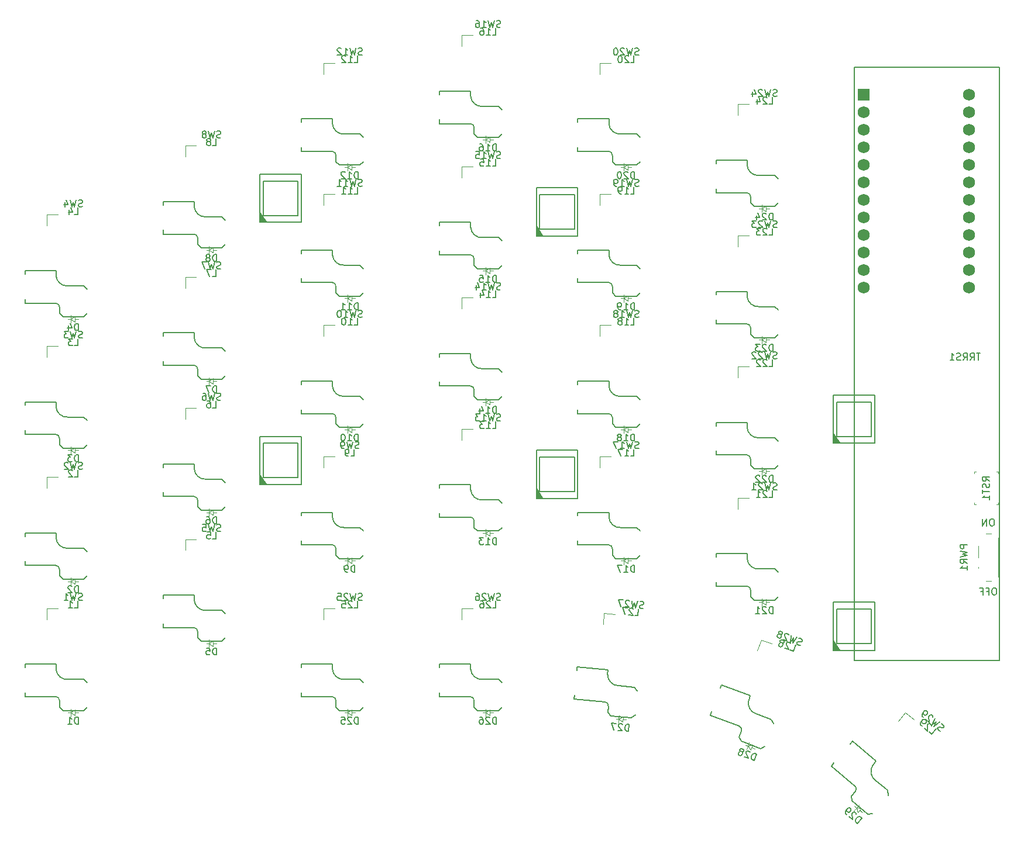
<source format=gbr>
%TF.GenerationSoftware,KiCad,Pcbnew,8.0.4*%
%TF.CreationDate,2024-08-10T13:55:05-06:00*%
%TF.ProjectId,staggered_col58,73746167-6765-4726-9564-5f636f6c3538,0.1*%
%TF.SameCoordinates,Original*%
%TF.FileFunction,Legend,Bot*%
%TF.FilePolarity,Positive*%
%FSLAX46Y46*%
G04 Gerber Fmt 4.6, Leading zero omitted, Abs format (unit mm)*
G04 Created by KiCad (PCBNEW 8.0.4) date 2024-08-10 13:55:05*
%MOMM*%
%LPD*%
G01*
G04 APERTURE LIST*
%ADD10C,0.150000*%
%ADD11C,0.100000*%
%ADD12C,0.120000*%
%ADD13R,1.752600X1.752600*%
%ADD14C,1.752600*%
G04 APERTURE END LIST*
D10*
X153000000Y-121000000D02*
X174000000Y-121000000D01*
X174000000Y-121000000D02*
X174000000Y-35000000D01*
X174000000Y-35000000D02*
X153000000Y-35000000D01*
X153000000Y-35000000D02*
X153000000Y-121000000D01*
X41333332Y-112207200D02*
X41190475Y-112254819D01*
X41190475Y-112254819D02*
X40952380Y-112254819D01*
X40952380Y-112254819D02*
X40857142Y-112207200D01*
X40857142Y-112207200D02*
X40809523Y-112159580D01*
X40809523Y-112159580D02*
X40761904Y-112064342D01*
X40761904Y-112064342D02*
X40761904Y-111969104D01*
X40761904Y-111969104D02*
X40809523Y-111873866D01*
X40809523Y-111873866D02*
X40857142Y-111826247D01*
X40857142Y-111826247D02*
X40952380Y-111778628D01*
X40952380Y-111778628D02*
X41142856Y-111731009D01*
X41142856Y-111731009D02*
X41238094Y-111683390D01*
X41238094Y-111683390D02*
X41285713Y-111635771D01*
X41285713Y-111635771D02*
X41333332Y-111540533D01*
X41333332Y-111540533D02*
X41333332Y-111445295D01*
X41333332Y-111445295D02*
X41285713Y-111350057D01*
X41285713Y-111350057D02*
X41238094Y-111302438D01*
X41238094Y-111302438D02*
X41142856Y-111254819D01*
X41142856Y-111254819D02*
X40904761Y-111254819D01*
X40904761Y-111254819D02*
X40761904Y-111302438D01*
X40428570Y-111254819D02*
X40190475Y-112254819D01*
X40190475Y-112254819D02*
X39999999Y-111540533D01*
X39999999Y-111540533D02*
X39809523Y-112254819D01*
X39809523Y-112254819D02*
X39571428Y-111254819D01*
X38666666Y-112254819D02*
X39238094Y-112254819D01*
X38952380Y-112254819D02*
X38952380Y-111254819D01*
X38952380Y-111254819D02*
X39047618Y-111397676D01*
X39047618Y-111397676D02*
X39142856Y-111492914D01*
X39142856Y-111492914D02*
X39238094Y-111540533D01*
X41333332Y-93207200D02*
X41190475Y-93254819D01*
X41190475Y-93254819D02*
X40952380Y-93254819D01*
X40952380Y-93254819D02*
X40857142Y-93207200D01*
X40857142Y-93207200D02*
X40809523Y-93159580D01*
X40809523Y-93159580D02*
X40761904Y-93064342D01*
X40761904Y-93064342D02*
X40761904Y-92969104D01*
X40761904Y-92969104D02*
X40809523Y-92873866D01*
X40809523Y-92873866D02*
X40857142Y-92826247D01*
X40857142Y-92826247D02*
X40952380Y-92778628D01*
X40952380Y-92778628D02*
X41142856Y-92731009D01*
X41142856Y-92731009D02*
X41238094Y-92683390D01*
X41238094Y-92683390D02*
X41285713Y-92635771D01*
X41285713Y-92635771D02*
X41333332Y-92540533D01*
X41333332Y-92540533D02*
X41333332Y-92445295D01*
X41333332Y-92445295D02*
X41285713Y-92350057D01*
X41285713Y-92350057D02*
X41238094Y-92302438D01*
X41238094Y-92302438D02*
X41142856Y-92254819D01*
X41142856Y-92254819D02*
X40904761Y-92254819D01*
X40904761Y-92254819D02*
X40761904Y-92302438D01*
X40428570Y-92254819D02*
X40190475Y-93254819D01*
X40190475Y-93254819D02*
X39999999Y-92540533D01*
X39999999Y-92540533D02*
X39809523Y-93254819D01*
X39809523Y-93254819D02*
X39571428Y-92254819D01*
X39238094Y-92350057D02*
X39190475Y-92302438D01*
X39190475Y-92302438D02*
X39095237Y-92254819D01*
X39095237Y-92254819D02*
X38857142Y-92254819D01*
X38857142Y-92254819D02*
X38761904Y-92302438D01*
X38761904Y-92302438D02*
X38714285Y-92350057D01*
X38714285Y-92350057D02*
X38666666Y-92445295D01*
X38666666Y-92445295D02*
X38666666Y-92540533D01*
X38666666Y-92540533D02*
X38714285Y-92683390D01*
X38714285Y-92683390D02*
X39285713Y-93254819D01*
X39285713Y-93254819D02*
X38666666Y-93254819D01*
X41333332Y-74207200D02*
X41190475Y-74254819D01*
X41190475Y-74254819D02*
X40952380Y-74254819D01*
X40952380Y-74254819D02*
X40857142Y-74207200D01*
X40857142Y-74207200D02*
X40809523Y-74159580D01*
X40809523Y-74159580D02*
X40761904Y-74064342D01*
X40761904Y-74064342D02*
X40761904Y-73969104D01*
X40761904Y-73969104D02*
X40809523Y-73873866D01*
X40809523Y-73873866D02*
X40857142Y-73826247D01*
X40857142Y-73826247D02*
X40952380Y-73778628D01*
X40952380Y-73778628D02*
X41142856Y-73731009D01*
X41142856Y-73731009D02*
X41238094Y-73683390D01*
X41238094Y-73683390D02*
X41285713Y-73635771D01*
X41285713Y-73635771D02*
X41333332Y-73540533D01*
X41333332Y-73540533D02*
X41333332Y-73445295D01*
X41333332Y-73445295D02*
X41285713Y-73350057D01*
X41285713Y-73350057D02*
X41238094Y-73302438D01*
X41238094Y-73302438D02*
X41142856Y-73254819D01*
X41142856Y-73254819D02*
X40904761Y-73254819D01*
X40904761Y-73254819D02*
X40761904Y-73302438D01*
X40428570Y-73254819D02*
X40190475Y-74254819D01*
X40190475Y-74254819D02*
X39999999Y-73540533D01*
X39999999Y-73540533D02*
X39809523Y-74254819D01*
X39809523Y-74254819D02*
X39571428Y-73254819D01*
X39285713Y-73254819D02*
X38666666Y-73254819D01*
X38666666Y-73254819D02*
X38999999Y-73635771D01*
X38999999Y-73635771D02*
X38857142Y-73635771D01*
X38857142Y-73635771D02*
X38761904Y-73683390D01*
X38761904Y-73683390D02*
X38714285Y-73731009D01*
X38714285Y-73731009D02*
X38666666Y-73826247D01*
X38666666Y-73826247D02*
X38666666Y-74064342D01*
X38666666Y-74064342D02*
X38714285Y-74159580D01*
X38714285Y-74159580D02*
X38761904Y-74207200D01*
X38761904Y-74207200D02*
X38857142Y-74254819D01*
X38857142Y-74254819D02*
X39142856Y-74254819D01*
X39142856Y-74254819D02*
X39238094Y-74207200D01*
X39238094Y-74207200D02*
X39285713Y-74159580D01*
X41333332Y-55207200D02*
X41190475Y-55254819D01*
X41190475Y-55254819D02*
X40952380Y-55254819D01*
X40952380Y-55254819D02*
X40857142Y-55207200D01*
X40857142Y-55207200D02*
X40809523Y-55159580D01*
X40809523Y-55159580D02*
X40761904Y-55064342D01*
X40761904Y-55064342D02*
X40761904Y-54969104D01*
X40761904Y-54969104D02*
X40809523Y-54873866D01*
X40809523Y-54873866D02*
X40857142Y-54826247D01*
X40857142Y-54826247D02*
X40952380Y-54778628D01*
X40952380Y-54778628D02*
X41142856Y-54731009D01*
X41142856Y-54731009D02*
X41238094Y-54683390D01*
X41238094Y-54683390D02*
X41285713Y-54635771D01*
X41285713Y-54635771D02*
X41333332Y-54540533D01*
X41333332Y-54540533D02*
X41333332Y-54445295D01*
X41333332Y-54445295D02*
X41285713Y-54350057D01*
X41285713Y-54350057D02*
X41238094Y-54302438D01*
X41238094Y-54302438D02*
X41142856Y-54254819D01*
X41142856Y-54254819D02*
X40904761Y-54254819D01*
X40904761Y-54254819D02*
X40761904Y-54302438D01*
X40428570Y-54254819D02*
X40190475Y-55254819D01*
X40190475Y-55254819D02*
X39999999Y-54540533D01*
X39999999Y-54540533D02*
X39809523Y-55254819D01*
X39809523Y-55254819D02*
X39571428Y-54254819D01*
X38761904Y-54588152D02*
X38761904Y-55254819D01*
X38999999Y-54207200D02*
X39238094Y-54921485D01*
X39238094Y-54921485D02*
X38619047Y-54921485D01*
X61333332Y-102207200D02*
X61190475Y-102254819D01*
X61190475Y-102254819D02*
X60952380Y-102254819D01*
X60952380Y-102254819D02*
X60857142Y-102207200D01*
X60857142Y-102207200D02*
X60809523Y-102159580D01*
X60809523Y-102159580D02*
X60761904Y-102064342D01*
X60761904Y-102064342D02*
X60761904Y-101969104D01*
X60761904Y-101969104D02*
X60809523Y-101873866D01*
X60809523Y-101873866D02*
X60857142Y-101826247D01*
X60857142Y-101826247D02*
X60952380Y-101778628D01*
X60952380Y-101778628D02*
X61142856Y-101731009D01*
X61142856Y-101731009D02*
X61238094Y-101683390D01*
X61238094Y-101683390D02*
X61285713Y-101635771D01*
X61285713Y-101635771D02*
X61333332Y-101540533D01*
X61333332Y-101540533D02*
X61333332Y-101445295D01*
X61333332Y-101445295D02*
X61285713Y-101350057D01*
X61285713Y-101350057D02*
X61238094Y-101302438D01*
X61238094Y-101302438D02*
X61142856Y-101254819D01*
X61142856Y-101254819D02*
X60904761Y-101254819D01*
X60904761Y-101254819D02*
X60761904Y-101302438D01*
X60428570Y-101254819D02*
X60190475Y-102254819D01*
X60190475Y-102254819D02*
X59999999Y-101540533D01*
X59999999Y-101540533D02*
X59809523Y-102254819D01*
X59809523Y-102254819D02*
X59571428Y-101254819D01*
X58714285Y-101254819D02*
X59190475Y-101254819D01*
X59190475Y-101254819D02*
X59238094Y-101731009D01*
X59238094Y-101731009D02*
X59190475Y-101683390D01*
X59190475Y-101683390D02*
X59095237Y-101635771D01*
X59095237Y-101635771D02*
X58857142Y-101635771D01*
X58857142Y-101635771D02*
X58761904Y-101683390D01*
X58761904Y-101683390D02*
X58714285Y-101731009D01*
X58714285Y-101731009D02*
X58666666Y-101826247D01*
X58666666Y-101826247D02*
X58666666Y-102064342D01*
X58666666Y-102064342D02*
X58714285Y-102159580D01*
X58714285Y-102159580D02*
X58761904Y-102207200D01*
X58761904Y-102207200D02*
X58857142Y-102254819D01*
X58857142Y-102254819D02*
X59095237Y-102254819D01*
X59095237Y-102254819D02*
X59190475Y-102207200D01*
X59190475Y-102207200D02*
X59238094Y-102159580D01*
X61333332Y-83207200D02*
X61190475Y-83254819D01*
X61190475Y-83254819D02*
X60952380Y-83254819D01*
X60952380Y-83254819D02*
X60857142Y-83207200D01*
X60857142Y-83207200D02*
X60809523Y-83159580D01*
X60809523Y-83159580D02*
X60761904Y-83064342D01*
X60761904Y-83064342D02*
X60761904Y-82969104D01*
X60761904Y-82969104D02*
X60809523Y-82873866D01*
X60809523Y-82873866D02*
X60857142Y-82826247D01*
X60857142Y-82826247D02*
X60952380Y-82778628D01*
X60952380Y-82778628D02*
X61142856Y-82731009D01*
X61142856Y-82731009D02*
X61238094Y-82683390D01*
X61238094Y-82683390D02*
X61285713Y-82635771D01*
X61285713Y-82635771D02*
X61333332Y-82540533D01*
X61333332Y-82540533D02*
X61333332Y-82445295D01*
X61333332Y-82445295D02*
X61285713Y-82350057D01*
X61285713Y-82350057D02*
X61238094Y-82302438D01*
X61238094Y-82302438D02*
X61142856Y-82254819D01*
X61142856Y-82254819D02*
X60904761Y-82254819D01*
X60904761Y-82254819D02*
X60761904Y-82302438D01*
X60428570Y-82254819D02*
X60190475Y-83254819D01*
X60190475Y-83254819D02*
X59999999Y-82540533D01*
X59999999Y-82540533D02*
X59809523Y-83254819D01*
X59809523Y-83254819D02*
X59571428Y-82254819D01*
X58761904Y-82254819D02*
X58952380Y-82254819D01*
X58952380Y-82254819D02*
X59047618Y-82302438D01*
X59047618Y-82302438D02*
X59095237Y-82350057D01*
X59095237Y-82350057D02*
X59190475Y-82492914D01*
X59190475Y-82492914D02*
X59238094Y-82683390D01*
X59238094Y-82683390D02*
X59238094Y-83064342D01*
X59238094Y-83064342D02*
X59190475Y-83159580D01*
X59190475Y-83159580D02*
X59142856Y-83207200D01*
X59142856Y-83207200D02*
X59047618Y-83254819D01*
X59047618Y-83254819D02*
X58857142Y-83254819D01*
X58857142Y-83254819D02*
X58761904Y-83207200D01*
X58761904Y-83207200D02*
X58714285Y-83159580D01*
X58714285Y-83159580D02*
X58666666Y-83064342D01*
X58666666Y-83064342D02*
X58666666Y-82826247D01*
X58666666Y-82826247D02*
X58714285Y-82731009D01*
X58714285Y-82731009D02*
X58761904Y-82683390D01*
X58761904Y-82683390D02*
X58857142Y-82635771D01*
X58857142Y-82635771D02*
X59047618Y-82635771D01*
X59047618Y-82635771D02*
X59142856Y-82683390D01*
X59142856Y-82683390D02*
X59190475Y-82731009D01*
X59190475Y-82731009D02*
X59238094Y-82826247D01*
X61333332Y-64207200D02*
X61190475Y-64254819D01*
X61190475Y-64254819D02*
X60952380Y-64254819D01*
X60952380Y-64254819D02*
X60857142Y-64207200D01*
X60857142Y-64207200D02*
X60809523Y-64159580D01*
X60809523Y-64159580D02*
X60761904Y-64064342D01*
X60761904Y-64064342D02*
X60761904Y-63969104D01*
X60761904Y-63969104D02*
X60809523Y-63873866D01*
X60809523Y-63873866D02*
X60857142Y-63826247D01*
X60857142Y-63826247D02*
X60952380Y-63778628D01*
X60952380Y-63778628D02*
X61142856Y-63731009D01*
X61142856Y-63731009D02*
X61238094Y-63683390D01*
X61238094Y-63683390D02*
X61285713Y-63635771D01*
X61285713Y-63635771D02*
X61333332Y-63540533D01*
X61333332Y-63540533D02*
X61333332Y-63445295D01*
X61333332Y-63445295D02*
X61285713Y-63350057D01*
X61285713Y-63350057D02*
X61238094Y-63302438D01*
X61238094Y-63302438D02*
X61142856Y-63254819D01*
X61142856Y-63254819D02*
X60904761Y-63254819D01*
X60904761Y-63254819D02*
X60761904Y-63302438D01*
X60428570Y-63254819D02*
X60190475Y-64254819D01*
X60190475Y-64254819D02*
X59999999Y-63540533D01*
X59999999Y-63540533D02*
X59809523Y-64254819D01*
X59809523Y-64254819D02*
X59571428Y-63254819D01*
X59285713Y-63254819D02*
X58619047Y-63254819D01*
X58619047Y-63254819D02*
X59047618Y-64254819D01*
X61333332Y-45207200D02*
X61190475Y-45254819D01*
X61190475Y-45254819D02*
X60952380Y-45254819D01*
X60952380Y-45254819D02*
X60857142Y-45207200D01*
X60857142Y-45207200D02*
X60809523Y-45159580D01*
X60809523Y-45159580D02*
X60761904Y-45064342D01*
X60761904Y-45064342D02*
X60761904Y-44969104D01*
X60761904Y-44969104D02*
X60809523Y-44873866D01*
X60809523Y-44873866D02*
X60857142Y-44826247D01*
X60857142Y-44826247D02*
X60952380Y-44778628D01*
X60952380Y-44778628D02*
X61142856Y-44731009D01*
X61142856Y-44731009D02*
X61238094Y-44683390D01*
X61238094Y-44683390D02*
X61285713Y-44635771D01*
X61285713Y-44635771D02*
X61333332Y-44540533D01*
X61333332Y-44540533D02*
X61333332Y-44445295D01*
X61333332Y-44445295D02*
X61285713Y-44350057D01*
X61285713Y-44350057D02*
X61238094Y-44302438D01*
X61238094Y-44302438D02*
X61142856Y-44254819D01*
X61142856Y-44254819D02*
X60904761Y-44254819D01*
X60904761Y-44254819D02*
X60761904Y-44302438D01*
X60428570Y-44254819D02*
X60190475Y-45254819D01*
X60190475Y-45254819D02*
X59999999Y-44540533D01*
X59999999Y-44540533D02*
X59809523Y-45254819D01*
X59809523Y-45254819D02*
X59571428Y-44254819D01*
X59047618Y-44683390D02*
X59142856Y-44635771D01*
X59142856Y-44635771D02*
X59190475Y-44588152D01*
X59190475Y-44588152D02*
X59238094Y-44492914D01*
X59238094Y-44492914D02*
X59238094Y-44445295D01*
X59238094Y-44445295D02*
X59190475Y-44350057D01*
X59190475Y-44350057D02*
X59142856Y-44302438D01*
X59142856Y-44302438D02*
X59047618Y-44254819D01*
X59047618Y-44254819D02*
X58857142Y-44254819D01*
X58857142Y-44254819D02*
X58761904Y-44302438D01*
X58761904Y-44302438D02*
X58714285Y-44350057D01*
X58714285Y-44350057D02*
X58666666Y-44445295D01*
X58666666Y-44445295D02*
X58666666Y-44492914D01*
X58666666Y-44492914D02*
X58714285Y-44588152D01*
X58714285Y-44588152D02*
X58761904Y-44635771D01*
X58761904Y-44635771D02*
X58857142Y-44683390D01*
X58857142Y-44683390D02*
X59047618Y-44683390D01*
X59047618Y-44683390D02*
X59142856Y-44731009D01*
X59142856Y-44731009D02*
X59190475Y-44778628D01*
X59190475Y-44778628D02*
X59238094Y-44873866D01*
X59238094Y-44873866D02*
X59238094Y-45064342D01*
X59238094Y-45064342D02*
X59190475Y-45159580D01*
X59190475Y-45159580D02*
X59142856Y-45207200D01*
X59142856Y-45207200D02*
X59047618Y-45254819D01*
X59047618Y-45254819D02*
X58857142Y-45254819D01*
X58857142Y-45254819D02*
X58761904Y-45207200D01*
X58761904Y-45207200D02*
X58714285Y-45159580D01*
X58714285Y-45159580D02*
X58666666Y-45064342D01*
X58666666Y-45064342D02*
X58666666Y-44873866D01*
X58666666Y-44873866D02*
X58714285Y-44778628D01*
X58714285Y-44778628D02*
X58761904Y-44731009D01*
X58761904Y-44731009D02*
X58857142Y-44683390D01*
X81333332Y-90207200D02*
X81190475Y-90254819D01*
X81190475Y-90254819D02*
X80952380Y-90254819D01*
X80952380Y-90254819D02*
X80857142Y-90207200D01*
X80857142Y-90207200D02*
X80809523Y-90159580D01*
X80809523Y-90159580D02*
X80761904Y-90064342D01*
X80761904Y-90064342D02*
X80761904Y-89969104D01*
X80761904Y-89969104D02*
X80809523Y-89873866D01*
X80809523Y-89873866D02*
X80857142Y-89826247D01*
X80857142Y-89826247D02*
X80952380Y-89778628D01*
X80952380Y-89778628D02*
X81142856Y-89731009D01*
X81142856Y-89731009D02*
X81238094Y-89683390D01*
X81238094Y-89683390D02*
X81285713Y-89635771D01*
X81285713Y-89635771D02*
X81333332Y-89540533D01*
X81333332Y-89540533D02*
X81333332Y-89445295D01*
X81333332Y-89445295D02*
X81285713Y-89350057D01*
X81285713Y-89350057D02*
X81238094Y-89302438D01*
X81238094Y-89302438D02*
X81142856Y-89254819D01*
X81142856Y-89254819D02*
X80904761Y-89254819D01*
X80904761Y-89254819D02*
X80761904Y-89302438D01*
X80428570Y-89254819D02*
X80190475Y-90254819D01*
X80190475Y-90254819D02*
X79999999Y-89540533D01*
X79999999Y-89540533D02*
X79809523Y-90254819D01*
X79809523Y-90254819D02*
X79571428Y-89254819D01*
X79142856Y-90254819D02*
X78952380Y-90254819D01*
X78952380Y-90254819D02*
X78857142Y-90207200D01*
X78857142Y-90207200D02*
X78809523Y-90159580D01*
X78809523Y-90159580D02*
X78714285Y-90016723D01*
X78714285Y-90016723D02*
X78666666Y-89826247D01*
X78666666Y-89826247D02*
X78666666Y-89445295D01*
X78666666Y-89445295D02*
X78714285Y-89350057D01*
X78714285Y-89350057D02*
X78761904Y-89302438D01*
X78761904Y-89302438D02*
X78857142Y-89254819D01*
X78857142Y-89254819D02*
X79047618Y-89254819D01*
X79047618Y-89254819D02*
X79142856Y-89302438D01*
X79142856Y-89302438D02*
X79190475Y-89350057D01*
X79190475Y-89350057D02*
X79238094Y-89445295D01*
X79238094Y-89445295D02*
X79238094Y-89683390D01*
X79238094Y-89683390D02*
X79190475Y-89778628D01*
X79190475Y-89778628D02*
X79142856Y-89826247D01*
X79142856Y-89826247D02*
X79047618Y-89873866D01*
X79047618Y-89873866D02*
X78857142Y-89873866D01*
X78857142Y-89873866D02*
X78761904Y-89826247D01*
X78761904Y-89826247D02*
X78714285Y-89778628D01*
X78714285Y-89778628D02*
X78666666Y-89683390D01*
X81809523Y-71207200D02*
X81666666Y-71254819D01*
X81666666Y-71254819D02*
X81428571Y-71254819D01*
X81428571Y-71254819D02*
X81333333Y-71207200D01*
X81333333Y-71207200D02*
X81285714Y-71159580D01*
X81285714Y-71159580D02*
X81238095Y-71064342D01*
X81238095Y-71064342D02*
X81238095Y-70969104D01*
X81238095Y-70969104D02*
X81285714Y-70873866D01*
X81285714Y-70873866D02*
X81333333Y-70826247D01*
X81333333Y-70826247D02*
X81428571Y-70778628D01*
X81428571Y-70778628D02*
X81619047Y-70731009D01*
X81619047Y-70731009D02*
X81714285Y-70683390D01*
X81714285Y-70683390D02*
X81761904Y-70635771D01*
X81761904Y-70635771D02*
X81809523Y-70540533D01*
X81809523Y-70540533D02*
X81809523Y-70445295D01*
X81809523Y-70445295D02*
X81761904Y-70350057D01*
X81761904Y-70350057D02*
X81714285Y-70302438D01*
X81714285Y-70302438D02*
X81619047Y-70254819D01*
X81619047Y-70254819D02*
X81380952Y-70254819D01*
X81380952Y-70254819D02*
X81238095Y-70302438D01*
X80904761Y-70254819D02*
X80666666Y-71254819D01*
X80666666Y-71254819D02*
X80476190Y-70540533D01*
X80476190Y-70540533D02*
X80285714Y-71254819D01*
X80285714Y-71254819D02*
X80047619Y-70254819D01*
X79142857Y-71254819D02*
X79714285Y-71254819D01*
X79428571Y-71254819D02*
X79428571Y-70254819D01*
X79428571Y-70254819D02*
X79523809Y-70397676D01*
X79523809Y-70397676D02*
X79619047Y-70492914D01*
X79619047Y-70492914D02*
X79714285Y-70540533D01*
X78523809Y-70254819D02*
X78428571Y-70254819D01*
X78428571Y-70254819D02*
X78333333Y-70302438D01*
X78333333Y-70302438D02*
X78285714Y-70350057D01*
X78285714Y-70350057D02*
X78238095Y-70445295D01*
X78238095Y-70445295D02*
X78190476Y-70635771D01*
X78190476Y-70635771D02*
X78190476Y-70873866D01*
X78190476Y-70873866D02*
X78238095Y-71064342D01*
X78238095Y-71064342D02*
X78285714Y-71159580D01*
X78285714Y-71159580D02*
X78333333Y-71207200D01*
X78333333Y-71207200D02*
X78428571Y-71254819D01*
X78428571Y-71254819D02*
X78523809Y-71254819D01*
X78523809Y-71254819D02*
X78619047Y-71207200D01*
X78619047Y-71207200D02*
X78666666Y-71159580D01*
X78666666Y-71159580D02*
X78714285Y-71064342D01*
X78714285Y-71064342D02*
X78761904Y-70873866D01*
X78761904Y-70873866D02*
X78761904Y-70635771D01*
X78761904Y-70635771D02*
X78714285Y-70445295D01*
X78714285Y-70445295D02*
X78666666Y-70350057D01*
X78666666Y-70350057D02*
X78619047Y-70302438D01*
X78619047Y-70302438D02*
X78523809Y-70254819D01*
X81809523Y-52207200D02*
X81666666Y-52254819D01*
X81666666Y-52254819D02*
X81428571Y-52254819D01*
X81428571Y-52254819D02*
X81333333Y-52207200D01*
X81333333Y-52207200D02*
X81285714Y-52159580D01*
X81285714Y-52159580D02*
X81238095Y-52064342D01*
X81238095Y-52064342D02*
X81238095Y-51969104D01*
X81238095Y-51969104D02*
X81285714Y-51873866D01*
X81285714Y-51873866D02*
X81333333Y-51826247D01*
X81333333Y-51826247D02*
X81428571Y-51778628D01*
X81428571Y-51778628D02*
X81619047Y-51731009D01*
X81619047Y-51731009D02*
X81714285Y-51683390D01*
X81714285Y-51683390D02*
X81761904Y-51635771D01*
X81761904Y-51635771D02*
X81809523Y-51540533D01*
X81809523Y-51540533D02*
X81809523Y-51445295D01*
X81809523Y-51445295D02*
X81761904Y-51350057D01*
X81761904Y-51350057D02*
X81714285Y-51302438D01*
X81714285Y-51302438D02*
X81619047Y-51254819D01*
X81619047Y-51254819D02*
X81380952Y-51254819D01*
X81380952Y-51254819D02*
X81238095Y-51302438D01*
X80904761Y-51254819D02*
X80666666Y-52254819D01*
X80666666Y-52254819D02*
X80476190Y-51540533D01*
X80476190Y-51540533D02*
X80285714Y-52254819D01*
X80285714Y-52254819D02*
X80047619Y-51254819D01*
X79142857Y-52254819D02*
X79714285Y-52254819D01*
X79428571Y-52254819D02*
X79428571Y-51254819D01*
X79428571Y-51254819D02*
X79523809Y-51397676D01*
X79523809Y-51397676D02*
X79619047Y-51492914D01*
X79619047Y-51492914D02*
X79714285Y-51540533D01*
X78190476Y-52254819D02*
X78761904Y-52254819D01*
X78476190Y-52254819D02*
X78476190Y-51254819D01*
X78476190Y-51254819D02*
X78571428Y-51397676D01*
X78571428Y-51397676D02*
X78666666Y-51492914D01*
X78666666Y-51492914D02*
X78761904Y-51540533D01*
X81809523Y-33207200D02*
X81666666Y-33254819D01*
X81666666Y-33254819D02*
X81428571Y-33254819D01*
X81428571Y-33254819D02*
X81333333Y-33207200D01*
X81333333Y-33207200D02*
X81285714Y-33159580D01*
X81285714Y-33159580D02*
X81238095Y-33064342D01*
X81238095Y-33064342D02*
X81238095Y-32969104D01*
X81238095Y-32969104D02*
X81285714Y-32873866D01*
X81285714Y-32873866D02*
X81333333Y-32826247D01*
X81333333Y-32826247D02*
X81428571Y-32778628D01*
X81428571Y-32778628D02*
X81619047Y-32731009D01*
X81619047Y-32731009D02*
X81714285Y-32683390D01*
X81714285Y-32683390D02*
X81761904Y-32635771D01*
X81761904Y-32635771D02*
X81809523Y-32540533D01*
X81809523Y-32540533D02*
X81809523Y-32445295D01*
X81809523Y-32445295D02*
X81761904Y-32350057D01*
X81761904Y-32350057D02*
X81714285Y-32302438D01*
X81714285Y-32302438D02*
X81619047Y-32254819D01*
X81619047Y-32254819D02*
X81380952Y-32254819D01*
X81380952Y-32254819D02*
X81238095Y-32302438D01*
X80904761Y-32254819D02*
X80666666Y-33254819D01*
X80666666Y-33254819D02*
X80476190Y-32540533D01*
X80476190Y-32540533D02*
X80285714Y-33254819D01*
X80285714Y-33254819D02*
X80047619Y-32254819D01*
X79142857Y-33254819D02*
X79714285Y-33254819D01*
X79428571Y-33254819D02*
X79428571Y-32254819D01*
X79428571Y-32254819D02*
X79523809Y-32397676D01*
X79523809Y-32397676D02*
X79619047Y-32492914D01*
X79619047Y-32492914D02*
X79714285Y-32540533D01*
X78761904Y-32350057D02*
X78714285Y-32302438D01*
X78714285Y-32302438D02*
X78619047Y-32254819D01*
X78619047Y-32254819D02*
X78380952Y-32254819D01*
X78380952Y-32254819D02*
X78285714Y-32302438D01*
X78285714Y-32302438D02*
X78238095Y-32350057D01*
X78238095Y-32350057D02*
X78190476Y-32445295D01*
X78190476Y-32445295D02*
X78190476Y-32540533D01*
X78190476Y-32540533D02*
X78238095Y-32683390D01*
X78238095Y-32683390D02*
X78809523Y-33254819D01*
X78809523Y-33254819D02*
X78190476Y-33254819D01*
X101809523Y-86207200D02*
X101666666Y-86254819D01*
X101666666Y-86254819D02*
X101428571Y-86254819D01*
X101428571Y-86254819D02*
X101333333Y-86207200D01*
X101333333Y-86207200D02*
X101285714Y-86159580D01*
X101285714Y-86159580D02*
X101238095Y-86064342D01*
X101238095Y-86064342D02*
X101238095Y-85969104D01*
X101238095Y-85969104D02*
X101285714Y-85873866D01*
X101285714Y-85873866D02*
X101333333Y-85826247D01*
X101333333Y-85826247D02*
X101428571Y-85778628D01*
X101428571Y-85778628D02*
X101619047Y-85731009D01*
X101619047Y-85731009D02*
X101714285Y-85683390D01*
X101714285Y-85683390D02*
X101761904Y-85635771D01*
X101761904Y-85635771D02*
X101809523Y-85540533D01*
X101809523Y-85540533D02*
X101809523Y-85445295D01*
X101809523Y-85445295D02*
X101761904Y-85350057D01*
X101761904Y-85350057D02*
X101714285Y-85302438D01*
X101714285Y-85302438D02*
X101619047Y-85254819D01*
X101619047Y-85254819D02*
X101380952Y-85254819D01*
X101380952Y-85254819D02*
X101238095Y-85302438D01*
X100904761Y-85254819D02*
X100666666Y-86254819D01*
X100666666Y-86254819D02*
X100476190Y-85540533D01*
X100476190Y-85540533D02*
X100285714Y-86254819D01*
X100285714Y-86254819D02*
X100047619Y-85254819D01*
X99142857Y-86254819D02*
X99714285Y-86254819D01*
X99428571Y-86254819D02*
X99428571Y-85254819D01*
X99428571Y-85254819D02*
X99523809Y-85397676D01*
X99523809Y-85397676D02*
X99619047Y-85492914D01*
X99619047Y-85492914D02*
X99714285Y-85540533D01*
X98809523Y-85254819D02*
X98190476Y-85254819D01*
X98190476Y-85254819D02*
X98523809Y-85635771D01*
X98523809Y-85635771D02*
X98380952Y-85635771D01*
X98380952Y-85635771D02*
X98285714Y-85683390D01*
X98285714Y-85683390D02*
X98238095Y-85731009D01*
X98238095Y-85731009D02*
X98190476Y-85826247D01*
X98190476Y-85826247D02*
X98190476Y-86064342D01*
X98190476Y-86064342D02*
X98238095Y-86159580D01*
X98238095Y-86159580D02*
X98285714Y-86207200D01*
X98285714Y-86207200D02*
X98380952Y-86254819D01*
X98380952Y-86254819D02*
X98666666Y-86254819D01*
X98666666Y-86254819D02*
X98761904Y-86207200D01*
X98761904Y-86207200D02*
X98809523Y-86159580D01*
X101809523Y-67207200D02*
X101666666Y-67254819D01*
X101666666Y-67254819D02*
X101428571Y-67254819D01*
X101428571Y-67254819D02*
X101333333Y-67207200D01*
X101333333Y-67207200D02*
X101285714Y-67159580D01*
X101285714Y-67159580D02*
X101238095Y-67064342D01*
X101238095Y-67064342D02*
X101238095Y-66969104D01*
X101238095Y-66969104D02*
X101285714Y-66873866D01*
X101285714Y-66873866D02*
X101333333Y-66826247D01*
X101333333Y-66826247D02*
X101428571Y-66778628D01*
X101428571Y-66778628D02*
X101619047Y-66731009D01*
X101619047Y-66731009D02*
X101714285Y-66683390D01*
X101714285Y-66683390D02*
X101761904Y-66635771D01*
X101761904Y-66635771D02*
X101809523Y-66540533D01*
X101809523Y-66540533D02*
X101809523Y-66445295D01*
X101809523Y-66445295D02*
X101761904Y-66350057D01*
X101761904Y-66350057D02*
X101714285Y-66302438D01*
X101714285Y-66302438D02*
X101619047Y-66254819D01*
X101619047Y-66254819D02*
X101380952Y-66254819D01*
X101380952Y-66254819D02*
X101238095Y-66302438D01*
X100904761Y-66254819D02*
X100666666Y-67254819D01*
X100666666Y-67254819D02*
X100476190Y-66540533D01*
X100476190Y-66540533D02*
X100285714Y-67254819D01*
X100285714Y-67254819D02*
X100047619Y-66254819D01*
X99142857Y-67254819D02*
X99714285Y-67254819D01*
X99428571Y-67254819D02*
X99428571Y-66254819D01*
X99428571Y-66254819D02*
X99523809Y-66397676D01*
X99523809Y-66397676D02*
X99619047Y-66492914D01*
X99619047Y-66492914D02*
X99714285Y-66540533D01*
X98285714Y-66588152D02*
X98285714Y-67254819D01*
X98523809Y-66207200D02*
X98761904Y-66921485D01*
X98761904Y-66921485D02*
X98142857Y-66921485D01*
X101809523Y-48207200D02*
X101666666Y-48254819D01*
X101666666Y-48254819D02*
X101428571Y-48254819D01*
X101428571Y-48254819D02*
X101333333Y-48207200D01*
X101333333Y-48207200D02*
X101285714Y-48159580D01*
X101285714Y-48159580D02*
X101238095Y-48064342D01*
X101238095Y-48064342D02*
X101238095Y-47969104D01*
X101238095Y-47969104D02*
X101285714Y-47873866D01*
X101285714Y-47873866D02*
X101333333Y-47826247D01*
X101333333Y-47826247D02*
X101428571Y-47778628D01*
X101428571Y-47778628D02*
X101619047Y-47731009D01*
X101619047Y-47731009D02*
X101714285Y-47683390D01*
X101714285Y-47683390D02*
X101761904Y-47635771D01*
X101761904Y-47635771D02*
X101809523Y-47540533D01*
X101809523Y-47540533D02*
X101809523Y-47445295D01*
X101809523Y-47445295D02*
X101761904Y-47350057D01*
X101761904Y-47350057D02*
X101714285Y-47302438D01*
X101714285Y-47302438D02*
X101619047Y-47254819D01*
X101619047Y-47254819D02*
X101380952Y-47254819D01*
X101380952Y-47254819D02*
X101238095Y-47302438D01*
X100904761Y-47254819D02*
X100666666Y-48254819D01*
X100666666Y-48254819D02*
X100476190Y-47540533D01*
X100476190Y-47540533D02*
X100285714Y-48254819D01*
X100285714Y-48254819D02*
X100047619Y-47254819D01*
X99142857Y-48254819D02*
X99714285Y-48254819D01*
X99428571Y-48254819D02*
X99428571Y-47254819D01*
X99428571Y-47254819D02*
X99523809Y-47397676D01*
X99523809Y-47397676D02*
X99619047Y-47492914D01*
X99619047Y-47492914D02*
X99714285Y-47540533D01*
X98238095Y-47254819D02*
X98714285Y-47254819D01*
X98714285Y-47254819D02*
X98761904Y-47731009D01*
X98761904Y-47731009D02*
X98714285Y-47683390D01*
X98714285Y-47683390D02*
X98619047Y-47635771D01*
X98619047Y-47635771D02*
X98380952Y-47635771D01*
X98380952Y-47635771D02*
X98285714Y-47683390D01*
X98285714Y-47683390D02*
X98238095Y-47731009D01*
X98238095Y-47731009D02*
X98190476Y-47826247D01*
X98190476Y-47826247D02*
X98190476Y-48064342D01*
X98190476Y-48064342D02*
X98238095Y-48159580D01*
X98238095Y-48159580D02*
X98285714Y-48207200D01*
X98285714Y-48207200D02*
X98380952Y-48254819D01*
X98380952Y-48254819D02*
X98619047Y-48254819D01*
X98619047Y-48254819D02*
X98714285Y-48207200D01*
X98714285Y-48207200D02*
X98761904Y-48159580D01*
X101809523Y-29207200D02*
X101666666Y-29254819D01*
X101666666Y-29254819D02*
X101428571Y-29254819D01*
X101428571Y-29254819D02*
X101333333Y-29207200D01*
X101333333Y-29207200D02*
X101285714Y-29159580D01*
X101285714Y-29159580D02*
X101238095Y-29064342D01*
X101238095Y-29064342D02*
X101238095Y-28969104D01*
X101238095Y-28969104D02*
X101285714Y-28873866D01*
X101285714Y-28873866D02*
X101333333Y-28826247D01*
X101333333Y-28826247D02*
X101428571Y-28778628D01*
X101428571Y-28778628D02*
X101619047Y-28731009D01*
X101619047Y-28731009D02*
X101714285Y-28683390D01*
X101714285Y-28683390D02*
X101761904Y-28635771D01*
X101761904Y-28635771D02*
X101809523Y-28540533D01*
X101809523Y-28540533D02*
X101809523Y-28445295D01*
X101809523Y-28445295D02*
X101761904Y-28350057D01*
X101761904Y-28350057D02*
X101714285Y-28302438D01*
X101714285Y-28302438D02*
X101619047Y-28254819D01*
X101619047Y-28254819D02*
X101380952Y-28254819D01*
X101380952Y-28254819D02*
X101238095Y-28302438D01*
X100904761Y-28254819D02*
X100666666Y-29254819D01*
X100666666Y-29254819D02*
X100476190Y-28540533D01*
X100476190Y-28540533D02*
X100285714Y-29254819D01*
X100285714Y-29254819D02*
X100047619Y-28254819D01*
X99142857Y-29254819D02*
X99714285Y-29254819D01*
X99428571Y-29254819D02*
X99428571Y-28254819D01*
X99428571Y-28254819D02*
X99523809Y-28397676D01*
X99523809Y-28397676D02*
X99619047Y-28492914D01*
X99619047Y-28492914D02*
X99714285Y-28540533D01*
X98285714Y-28254819D02*
X98476190Y-28254819D01*
X98476190Y-28254819D02*
X98571428Y-28302438D01*
X98571428Y-28302438D02*
X98619047Y-28350057D01*
X98619047Y-28350057D02*
X98714285Y-28492914D01*
X98714285Y-28492914D02*
X98761904Y-28683390D01*
X98761904Y-28683390D02*
X98761904Y-29064342D01*
X98761904Y-29064342D02*
X98714285Y-29159580D01*
X98714285Y-29159580D02*
X98666666Y-29207200D01*
X98666666Y-29207200D02*
X98571428Y-29254819D01*
X98571428Y-29254819D02*
X98380952Y-29254819D01*
X98380952Y-29254819D02*
X98285714Y-29207200D01*
X98285714Y-29207200D02*
X98238095Y-29159580D01*
X98238095Y-29159580D02*
X98190476Y-29064342D01*
X98190476Y-29064342D02*
X98190476Y-28826247D01*
X98190476Y-28826247D02*
X98238095Y-28731009D01*
X98238095Y-28731009D02*
X98285714Y-28683390D01*
X98285714Y-28683390D02*
X98380952Y-28635771D01*
X98380952Y-28635771D02*
X98571428Y-28635771D01*
X98571428Y-28635771D02*
X98666666Y-28683390D01*
X98666666Y-28683390D02*
X98714285Y-28731009D01*
X98714285Y-28731009D02*
X98761904Y-28826247D01*
X121809523Y-90207200D02*
X121666666Y-90254819D01*
X121666666Y-90254819D02*
X121428571Y-90254819D01*
X121428571Y-90254819D02*
X121333333Y-90207200D01*
X121333333Y-90207200D02*
X121285714Y-90159580D01*
X121285714Y-90159580D02*
X121238095Y-90064342D01*
X121238095Y-90064342D02*
X121238095Y-89969104D01*
X121238095Y-89969104D02*
X121285714Y-89873866D01*
X121285714Y-89873866D02*
X121333333Y-89826247D01*
X121333333Y-89826247D02*
X121428571Y-89778628D01*
X121428571Y-89778628D02*
X121619047Y-89731009D01*
X121619047Y-89731009D02*
X121714285Y-89683390D01*
X121714285Y-89683390D02*
X121761904Y-89635771D01*
X121761904Y-89635771D02*
X121809523Y-89540533D01*
X121809523Y-89540533D02*
X121809523Y-89445295D01*
X121809523Y-89445295D02*
X121761904Y-89350057D01*
X121761904Y-89350057D02*
X121714285Y-89302438D01*
X121714285Y-89302438D02*
X121619047Y-89254819D01*
X121619047Y-89254819D02*
X121380952Y-89254819D01*
X121380952Y-89254819D02*
X121238095Y-89302438D01*
X120904761Y-89254819D02*
X120666666Y-90254819D01*
X120666666Y-90254819D02*
X120476190Y-89540533D01*
X120476190Y-89540533D02*
X120285714Y-90254819D01*
X120285714Y-90254819D02*
X120047619Y-89254819D01*
X119142857Y-90254819D02*
X119714285Y-90254819D01*
X119428571Y-90254819D02*
X119428571Y-89254819D01*
X119428571Y-89254819D02*
X119523809Y-89397676D01*
X119523809Y-89397676D02*
X119619047Y-89492914D01*
X119619047Y-89492914D02*
X119714285Y-89540533D01*
X118809523Y-89254819D02*
X118142857Y-89254819D01*
X118142857Y-89254819D02*
X118571428Y-90254819D01*
X121809523Y-71207200D02*
X121666666Y-71254819D01*
X121666666Y-71254819D02*
X121428571Y-71254819D01*
X121428571Y-71254819D02*
X121333333Y-71207200D01*
X121333333Y-71207200D02*
X121285714Y-71159580D01*
X121285714Y-71159580D02*
X121238095Y-71064342D01*
X121238095Y-71064342D02*
X121238095Y-70969104D01*
X121238095Y-70969104D02*
X121285714Y-70873866D01*
X121285714Y-70873866D02*
X121333333Y-70826247D01*
X121333333Y-70826247D02*
X121428571Y-70778628D01*
X121428571Y-70778628D02*
X121619047Y-70731009D01*
X121619047Y-70731009D02*
X121714285Y-70683390D01*
X121714285Y-70683390D02*
X121761904Y-70635771D01*
X121761904Y-70635771D02*
X121809523Y-70540533D01*
X121809523Y-70540533D02*
X121809523Y-70445295D01*
X121809523Y-70445295D02*
X121761904Y-70350057D01*
X121761904Y-70350057D02*
X121714285Y-70302438D01*
X121714285Y-70302438D02*
X121619047Y-70254819D01*
X121619047Y-70254819D02*
X121380952Y-70254819D01*
X121380952Y-70254819D02*
X121238095Y-70302438D01*
X120904761Y-70254819D02*
X120666666Y-71254819D01*
X120666666Y-71254819D02*
X120476190Y-70540533D01*
X120476190Y-70540533D02*
X120285714Y-71254819D01*
X120285714Y-71254819D02*
X120047619Y-70254819D01*
X119142857Y-71254819D02*
X119714285Y-71254819D01*
X119428571Y-71254819D02*
X119428571Y-70254819D01*
X119428571Y-70254819D02*
X119523809Y-70397676D01*
X119523809Y-70397676D02*
X119619047Y-70492914D01*
X119619047Y-70492914D02*
X119714285Y-70540533D01*
X118571428Y-70683390D02*
X118666666Y-70635771D01*
X118666666Y-70635771D02*
X118714285Y-70588152D01*
X118714285Y-70588152D02*
X118761904Y-70492914D01*
X118761904Y-70492914D02*
X118761904Y-70445295D01*
X118761904Y-70445295D02*
X118714285Y-70350057D01*
X118714285Y-70350057D02*
X118666666Y-70302438D01*
X118666666Y-70302438D02*
X118571428Y-70254819D01*
X118571428Y-70254819D02*
X118380952Y-70254819D01*
X118380952Y-70254819D02*
X118285714Y-70302438D01*
X118285714Y-70302438D02*
X118238095Y-70350057D01*
X118238095Y-70350057D02*
X118190476Y-70445295D01*
X118190476Y-70445295D02*
X118190476Y-70492914D01*
X118190476Y-70492914D02*
X118238095Y-70588152D01*
X118238095Y-70588152D02*
X118285714Y-70635771D01*
X118285714Y-70635771D02*
X118380952Y-70683390D01*
X118380952Y-70683390D02*
X118571428Y-70683390D01*
X118571428Y-70683390D02*
X118666666Y-70731009D01*
X118666666Y-70731009D02*
X118714285Y-70778628D01*
X118714285Y-70778628D02*
X118761904Y-70873866D01*
X118761904Y-70873866D02*
X118761904Y-71064342D01*
X118761904Y-71064342D02*
X118714285Y-71159580D01*
X118714285Y-71159580D02*
X118666666Y-71207200D01*
X118666666Y-71207200D02*
X118571428Y-71254819D01*
X118571428Y-71254819D02*
X118380952Y-71254819D01*
X118380952Y-71254819D02*
X118285714Y-71207200D01*
X118285714Y-71207200D02*
X118238095Y-71159580D01*
X118238095Y-71159580D02*
X118190476Y-71064342D01*
X118190476Y-71064342D02*
X118190476Y-70873866D01*
X118190476Y-70873866D02*
X118238095Y-70778628D01*
X118238095Y-70778628D02*
X118285714Y-70731009D01*
X118285714Y-70731009D02*
X118380952Y-70683390D01*
X121809523Y-52207200D02*
X121666666Y-52254819D01*
X121666666Y-52254819D02*
X121428571Y-52254819D01*
X121428571Y-52254819D02*
X121333333Y-52207200D01*
X121333333Y-52207200D02*
X121285714Y-52159580D01*
X121285714Y-52159580D02*
X121238095Y-52064342D01*
X121238095Y-52064342D02*
X121238095Y-51969104D01*
X121238095Y-51969104D02*
X121285714Y-51873866D01*
X121285714Y-51873866D02*
X121333333Y-51826247D01*
X121333333Y-51826247D02*
X121428571Y-51778628D01*
X121428571Y-51778628D02*
X121619047Y-51731009D01*
X121619047Y-51731009D02*
X121714285Y-51683390D01*
X121714285Y-51683390D02*
X121761904Y-51635771D01*
X121761904Y-51635771D02*
X121809523Y-51540533D01*
X121809523Y-51540533D02*
X121809523Y-51445295D01*
X121809523Y-51445295D02*
X121761904Y-51350057D01*
X121761904Y-51350057D02*
X121714285Y-51302438D01*
X121714285Y-51302438D02*
X121619047Y-51254819D01*
X121619047Y-51254819D02*
X121380952Y-51254819D01*
X121380952Y-51254819D02*
X121238095Y-51302438D01*
X120904761Y-51254819D02*
X120666666Y-52254819D01*
X120666666Y-52254819D02*
X120476190Y-51540533D01*
X120476190Y-51540533D02*
X120285714Y-52254819D01*
X120285714Y-52254819D02*
X120047619Y-51254819D01*
X119142857Y-52254819D02*
X119714285Y-52254819D01*
X119428571Y-52254819D02*
X119428571Y-51254819D01*
X119428571Y-51254819D02*
X119523809Y-51397676D01*
X119523809Y-51397676D02*
X119619047Y-51492914D01*
X119619047Y-51492914D02*
X119714285Y-51540533D01*
X118666666Y-52254819D02*
X118476190Y-52254819D01*
X118476190Y-52254819D02*
X118380952Y-52207200D01*
X118380952Y-52207200D02*
X118333333Y-52159580D01*
X118333333Y-52159580D02*
X118238095Y-52016723D01*
X118238095Y-52016723D02*
X118190476Y-51826247D01*
X118190476Y-51826247D02*
X118190476Y-51445295D01*
X118190476Y-51445295D02*
X118238095Y-51350057D01*
X118238095Y-51350057D02*
X118285714Y-51302438D01*
X118285714Y-51302438D02*
X118380952Y-51254819D01*
X118380952Y-51254819D02*
X118571428Y-51254819D01*
X118571428Y-51254819D02*
X118666666Y-51302438D01*
X118666666Y-51302438D02*
X118714285Y-51350057D01*
X118714285Y-51350057D02*
X118761904Y-51445295D01*
X118761904Y-51445295D02*
X118761904Y-51683390D01*
X118761904Y-51683390D02*
X118714285Y-51778628D01*
X118714285Y-51778628D02*
X118666666Y-51826247D01*
X118666666Y-51826247D02*
X118571428Y-51873866D01*
X118571428Y-51873866D02*
X118380952Y-51873866D01*
X118380952Y-51873866D02*
X118285714Y-51826247D01*
X118285714Y-51826247D02*
X118238095Y-51778628D01*
X118238095Y-51778628D02*
X118190476Y-51683390D01*
X121809523Y-33207200D02*
X121666666Y-33254819D01*
X121666666Y-33254819D02*
X121428571Y-33254819D01*
X121428571Y-33254819D02*
X121333333Y-33207200D01*
X121333333Y-33207200D02*
X121285714Y-33159580D01*
X121285714Y-33159580D02*
X121238095Y-33064342D01*
X121238095Y-33064342D02*
X121238095Y-32969104D01*
X121238095Y-32969104D02*
X121285714Y-32873866D01*
X121285714Y-32873866D02*
X121333333Y-32826247D01*
X121333333Y-32826247D02*
X121428571Y-32778628D01*
X121428571Y-32778628D02*
X121619047Y-32731009D01*
X121619047Y-32731009D02*
X121714285Y-32683390D01*
X121714285Y-32683390D02*
X121761904Y-32635771D01*
X121761904Y-32635771D02*
X121809523Y-32540533D01*
X121809523Y-32540533D02*
X121809523Y-32445295D01*
X121809523Y-32445295D02*
X121761904Y-32350057D01*
X121761904Y-32350057D02*
X121714285Y-32302438D01*
X121714285Y-32302438D02*
X121619047Y-32254819D01*
X121619047Y-32254819D02*
X121380952Y-32254819D01*
X121380952Y-32254819D02*
X121238095Y-32302438D01*
X120904761Y-32254819D02*
X120666666Y-33254819D01*
X120666666Y-33254819D02*
X120476190Y-32540533D01*
X120476190Y-32540533D02*
X120285714Y-33254819D01*
X120285714Y-33254819D02*
X120047619Y-32254819D01*
X119714285Y-32350057D02*
X119666666Y-32302438D01*
X119666666Y-32302438D02*
X119571428Y-32254819D01*
X119571428Y-32254819D02*
X119333333Y-32254819D01*
X119333333Y-32254819D02*
X119238095Y-32302438D01*
X119238095Y-32302438D02*
X119190476Y-32350057D01*
X119190476Y-32350057D02*
X119142857Y-32445295D01*
X119142857Y-32445295D02*
X119142857Y-32540533D01*
X119142857Y-32540533D02*
X119190476Y-32683390D01*
X119190476Y-32683390D02*
X119761904Y-33254819D01*
X119761904Y-33254819D02*
X119142857Y-33254819D01*
X118523809Y-32254819D02*
X118428571Y-32254819D01*
X118428571Y-32254819D02*
X118333333Y-32302438D01*
X118333333Y-32302438D02*
X118285714Y-32350057D01*
X118285714Y-32350057D02*
X118238095Y-32445295D01*
X118238095Y-32445295D02*
X118190476Y-32635771D01*
X118190476Y-32635771D02*
X118190476Y-32873866D01*
X118190476Y-32873866D02*
X118238095Y-33064342D01*
X118238095Y-33064342D02*
X118285714Y-33159580D01*
X118285714Y-33159580D02*
X118333333Y-33207200D01*
X118333333Y-33207200D02*
X118428571Y-33254819D01*
X118428571Y-33254819D02*
X118523809Y-33254819D01*
X118523809Y-33254819D02*
X118619047Y-33207200D01*
X118619047Y-33207200D02*
X118666666Y-33159580D01*
X118666666Y-33159580D02*
X118714285Y-33064342D01*
X118714285Y-33064342D02*
X118761904Y-32873866D01*
X118761904Y-32873866D02*
X118761904Y-32635771D01*
X118761904Y-32635771D02*
X118714285Y-32445295D01*
X118714285Y-32445295D02*
X118666666Y-32350057D01*
X118666666Y-32350057D02*
X118619047Y-32302438D01*
X118619047Y-32302438D02*
X118523809Y-32254819D01*
X141809523Y-96207200D02*
X141666666Y-96254819D01*
X141666666Y-96254819D02*
X141428571Y-96254819D01*
X141428571Y-96254819D02*
X141333333Y-96207200D01*
X141333333Y-96207200D02*
X141285714Y-96159580D01*
X141285714Y-96159580D02*
X141238095Y-96064342D01*
X141238095Y-96064342D02*
X141238095Y-95969104D01*
X141238095Y-95969104D02*
X141285714Y-95873866D01*
X141285714Y-95873866D02*
X141333333Y-95826247D01*
X141333333Y-95826247D02*
X141428571Y-95778628D01*
X141428571Y-95778628D02*
X141619047Y-95731009D01*
X141619047Y-95731009D02*
X141714285Y-95683390D01*
X141714285Y-95683390D02*
X141761904Y-95635771D01*
X141761904Y-95635771D02*
X141809523Y-95540533D01*
X141809523Y-95540533D02*
X141809523Y-95445295D01*
X141809523Y-95445295D02*
X141761904Y-95350057D01*
X141761904Y-95350057D02*
X141714285Y-95302438D01*
X141714285Y-95302438D02*
X141619047Y-95254819D01*
X141619047Y-95254819D02*
X141380952Y-95254819D01*
X141380952Y-95254819D02*
X141238095Y-95302438D01*
X140904761Y-95254819D02*
X140666666Y-96254819D01*
X140666666Y-96254819D02*
X140476190Y-95540533D01*
X140476190Y-95540533D02*
X140285714Y-96254819D01*
X140285714Y-96254819D02*
X140047619Y-95254819D01*
X139714285Y-95350057D02*
X139666666Y-95302438D01*
X139666666Y-95302438D02*
X139571428Y-95254819D01*
X139571428Y-95254819D02*
X139333333Y-95254819D01*
X139333333Y-95254819D02*
X139238095Y-95302438D01*
X139238095Y-95302438D02*
X139190476Y-95350057D01*
X139190476Y-95350057D02*
X139142857Y-95445295D01*
X139142857Y-95445295D02*
X139142857Y-95540533D01*
X139142857Y-95540533D02*
X139190476Y-95683390D01*
X139190476Y-95683390D02*
X139761904Y-96254819D01*
X139761904Y-96254819D02*
X139142857Y-96254819D01*
X138190476Y-96254819D02*
X138761904Y-96254819D01*
X138476190Y-96254819D02*
X138476190Y-95254819D01*
X138476190Y-95254819D02*
X138571428Y-95397676D01*
X138571428Y-95397676D02*
X138666666Y-95492914D01*
X138666666Y-95492914D02*
X138761904Y-95540533D01*
X141809523Y-77207200D02*
X141666666Y-77254819D01*
X141666666Y-77254819D02*
X141428571Y-77254819D01*
X141428571Y-77254819D02*
X141333333Y-77207200D01*
X141333333Y-77207200D02*
X141285714Y-77159580D01*
X141285714Y-77159580D02*
X141238095Y-77064342D01*
X141238095Y-77064342D02*
X141238095Y-76969104D01*
X141238095Y-76969104D02*
X141285714Y-76873866D01*
X141285714Y-76873866D02*
X141333333Y-76826247D01*
X141333333Y-76826247D02*
X141428571Y-76778628D01*
X141428571Y-76778628D02*
X141619047Y-76731009D01*
X141619047Y-76731009D02*
X141714285Y-76683390D01*
X141714285Y-76683390D02*
X141761904Y-76635771D01*
X141761904Y-76635771D02*
X141809523Y-76540533D01*
X141809523Y-76540533D02*
X141809523Y-76445295D01*
X141809523Y-76445295D02*
X141761904Y-76350057D01*
X141761904Y-76350057D02*
X141714285Y-76302438D01*
X141714285Y-76302438D02*
X141619047Y-76254819D01*
X141619047Y-76254819D02*
X141380952Y-76254819D01*
X141380952Y-76254819D02*
X141238095Y-76302438D01*
X140904761Y-76254819D02*
X140666666Y-77254819D01*
X140666666Y-77254819D02*
X140476190Y-76540533D01*
X140476190Y-76540533D02*
X140285714Y-77254819D01*
X140285714Y-77254819D02*
X140047619Y-76254819D01*
X139714285Y-76350057D02*
X139666666Y-76302438D01*
X139666666Y-76302438D02*
X139571428Y-76254819D01*
X139571428Y-76254819D02*
X139333333Y-76254819D01*
X139333333Y-76254819D02*
X139238095Y-76302438D01*
X139238095Y-76302438D02*
X139190476Y-76350057D01*
X139190476Y-76350057D02*
X139142857Y-76445295D01*
X139142857Y-76445295D02*
X139142857Y-76540533D01*
X139142857Y-76540533D02*
X139190476Y-76683390D01*
X139190476Y-76683390D02*
X139761904Y-77254819D01*
X139761904Y-77254819D02*
X139142857Y-77254819D01*
X138761904Y-76350057D02*
X138714285Y-76302438D01*
X138714285Y-76302438D02*
X138619047Y-76254819D01*
X138619047Y-76254819D02*
X138380952Y-76254819D01*
X138380952Y-76254819D02*
X138285714Y-76302438D01*
X138285714Y-76302438D02*
X138238095Y-76350057D01*
X138238095Y-76350057D02*
X138190476Y-76445295D01*
X138190476Y-76445295D02*
X138190476Y-76540533D01*
X138190476Y-76540533D02*
X138238095Y-76683390D01*
X138238095Y-76683390D02*
X138809523Y-77254819D01*
X138809523Y-77254819D02*
X138190476Y-77254819D01*
X141809523Y-58207200D02*
X141666666Y-58254819D01*
X141666666Y-58254819D02*
X141428571Y-58254819D01*
X141428571Y-58254819D02*
X141333333Y-58207200D01*
X141333333Y-58207200D02*
X141285714Y-58159580D01*
X141285714Y-58159580D02*
X141238095Y-58064342D01*
X141238095Y-58064342D02*
X141238095Y-57969104D01*
X141238095Y-57969104D02*
X141285714Y-57873866D01*
X141285714Y-57873866D02*
X141333333Y-57826247D01*
X141333333Y-57826247D02*
X141428571Y-57778628D01*
X141428571Y-57778628D02*
X141619047Y-57731009D01*
X141619047Y-57731009D02*
X141714285Y-57683390D01*
X141714285Y-57683390D02*
X141761904Y-57635771D01*
X141761904Y-57635771D02*
X141809523Y-57540533D01*
X141809523Y-57540533D02*
X141809523Y-57445295D01*
X141809523Y-57445295D02*
X141761904Y-57350057D01*
X141761904Y-57350057D02*
X141714285Y-57302438D01*
X141714285Y-57302438D02*
X141619047Y-57254819D01*
X141619047Y-57254819D02*
X141380952Y-57254819D01*
X141380952Y-57254819D02*
X141238095Y-57302438D01*
X140904761Y-57254819D02*
X140666666Y-58254819D01*
X140666666Y-58254819D02*
X140476190Y-57540533D01*
X140476190Y-57540533D02*
X140285714Y-58254819D01*
X140285714Y-58254819D02*
X140047619Y-57254819D01*
X139714285Y-57350057D02*
X139666666Y-57302438D01*
X139666666Y-57302438D02*
X139571428Y-57254819D01*
X139571428Y-57254819D02*
X139333333Y-57254819D01*
X139333333Y-57254819D02*
X139238095Y-57302438D01*
X139238095Y-57302438D02*
X139190476Y-57350057D01*
X139190476Y-57350057D02*
X139142857Y-57445295D01*
X139142857Y-57445295D02*
X139142857Y-57540533D01*
X139142857Y-57540533D02*
X139190476Y-57683390D01*
X139190476Y-57683390D02*
X139761904Y-58254819D01*
X139761904Y-58254819D02*
X139142857Y-58254819D01*
X138809523Y-57254819D02*
X138190476Y-57254819D01*
X138190476Y-57254819D02*
X138523809Y-57635771D01*
X138523809Y-57635771D02*
X138380952Y-57635771D01*
X138380952Y-57635771D02*
X138285714Y-57683390D01*
X138285714Y-57683390D02*
X138238095Y-57731009D01*
X138238095Y-57731009D02*
X138190476Y-57826247D01*
X138190476Y-57826247D02*
X138190476Y-58064342D01*
X138190476Y-58064342D02*
X138238095Y-58159580D01*
X138238095Y-58159580D02*
X138285714Y-58207200D01*
X138285714Y-58207200D02*
X138380952Y-58254819D01*
X138380952Y-58254819D02*
X138666666Y-58254819D01*
X138666666Y-58254819D02*
X138761904Y-58207200D01*
X138761904Y-58207200D02*
X138809523Y-58159580D01*
X141809523Y-39207200D02*
X141666666Y-39254819D01*
X141666666Y-39254819D02*
X141428571Y-39254819D01*
X141428571Y-39254819D02*
X141333333Y-39207200D01*
X141333333Y-39207200D02*
X141285714Y-39159580D01*
X141285714Y-39159580D02*
X141238095Y-39064342D01*
X141238095Y-39064342D02*
X141238095Y-38969104D01*
X141238095Y-38969104D02*
X141285714Y-38873866D01*
X141285714Y-38873866D02*
X141333333Y-38826247D01*
X141333333Y-38826247D02*
X141428571Y-38778628D01*
X141428571Y-38778628D02*
X141619047Y-38731009D01*
X141619047Y-38731009D02*
X141714285Y-38683390D01*
X141714285Y-38683390D02*
X141761904Y-38635771D01*
X141761904Y-38635771D02*
X141809523Y-38540533D01*
X141809523Y-38540533D02*
X141809523Y-38445295D01*
X141809523Y-38445295D02*
X141761904Y-38350057D01*
X141761904Y-38350057D02*
X141714285Y-38302438D01*
X141714285Y-38302438D02*
X141619047Y-38254819D01*
X141619047Y-38254819D02*
X141380952Y-38254819D01*
X141380952Y-38254819D02*
X141238095Y-38302438D01*
X140904761Y-38254819D02*
X140666666Y-39254819D01*
X140666666Y-39254819D02*
X140476190Y-38540533D01*
X140476190Y-38540533D02*
X140285714Y-39254819D01*
X140285714Y-39254819D02*
X140047619Y-38254819D01*
X139714285Y-38350057D02*
X139666666Y-38302438D01*
X139666666Y-38302438D02*
X139571428Y-38254819D01*
X139571428Y-38254819D02*
X139333333Y-38254819D01*
X139333333Y-38254819D02*
X139238095Y-38302438D01*
X139238095Y-38302438D02*
X139190476Y-38350057D01*
X139190476Y-38350057D02*
X139142857Y-38445295D01*
X139142857Y-38445295D02*
X139142857Y-38540533D01*
X139142857Y-38540533D02*
X139190476Y-38683390D01*
X139190476Y-38683390D02*
X139761904Y-39254819D01*
X139761904Y-39254819D02*
X139142857Y-39254819D01*
X138285714Y-38588152D02*
X138285714Y-39254819D01*
X138523809Y-38207200D02*
X138761904Y-38921485D01*
X138761904Y-38921485D02*
X138142857Y-38921485D01*
X81809523Y-112207200D02*
X81666666Y-112254819D01*
X81666666Y-112254819D02*
X81428571Y-112254819D01*
X81428571Y-112254819D02*
X81333333Y-112207200D01*
X81333333Y-112207200D02*
X81285714Y-112159580D01*
X81285714Y-112159580D02*
X81238095Y-112064342D01*
X81238095Y-112064342D02*
X81238095Y-111969104D01*
X81238095Y-111969104D02*
X81285714Y-111873866D01*
X81285714Y-111873866D02*
X81333333Y-111826247D01*
X81333333Y-111826247D02*
X81428571Y-111778628D01*
X81428571Y-111778628D02*
X81619047Y-111731009D01*
X81619047Y-111731009D02*
X81714285Y-111683390D01*
X81714285Y-111683390D02*
X81761904Y-111635771D01*
X81761904Y-111635771D02*
X81809523Y-111540533D01*
X81809523Y-111540533D02*
X81809523Y-111445295D01*
X81809523Y-111445295D02*
X81761904Y-111350057D01*
X81761904Y-111350057D02*
X81714285Y-111302438D01*
X81714285Y-111302438D02*
X81619047Y-111254819D01*
X81619047Y-111254819D02*
X81380952Y-111254819D01*
X81380952Y-111254819D02*
X81238095Y-111302438D01*
X80904761Y-111254819D02*
X80666666Y-112254819D01*
X80666666Y-112254819D02*
X80476190Y-111540533D01*
X80476190Y-111540533D02*
X80285714Y-112254819D01*
X80285714Y-112254819D02*
X80047619Y-111254819D01*
X79714285Y-111350057D02*
X79666666Y-111302438D01*
X79666666Y-111302438D02*
X79571428Y-111254819D01*
X79571428Y-111254819D02*
X79333333Y-111254819D01*
X79333333Y-111254819D02*
X79238095Y-111302438D01*
X79238095Y-111302438D02*
X79190476Y-111350057D01*
X79190476Y-111350057D02*
X79142857Y-111445295D01*
X79142857Y-111445295D02*
X79142857Y-111540533D01*
X79142857Y-111540533D02*
X79190476Y-111683390D01*
X79190476Y-111683390D02*
X79761904Y-112254819D01*
X79761904Y-112254819D02*
X79142857Y-112254819D01*
X78238095Y-111254819D02*
X78714285Y-111254819D01*
X78714285Y-111254819D02*
X78761904Y-111731009D01*
X78761904Y-111731009D02*
X78714285Y-111683390D01*
X78714285Y-111683390D02*
X78619047Y-111635771D01*
X78619047Y-111635771D02*
X78380952Y-111635771D01*
X78380952Y-111635771D02*
X78285714Y-111683390D01*
X78285714Y-111683390D02*
X78238095Y-111731009D01*
X78238095Y-111731009D02*
X78190476Y-111826247D01*
X78190476Y-111826247D02*
X78190476Y-112064342D01*
X78190476Y-112064342D02*
X78238095Y-112159580D01*
X78238095Y-112159580D02*
X78285714Y-112207200D01*
X78285714Y-112207200D02*
X78380952Y-112254819D01*
X78380952Y-112254819D02*
X78619047Y-112254819D01*
X78619047Y-112254819D02*
X78714285Y-112207200D01*
X78714285Y-112207200D02*
X78761904Y-112159580D01*
X101809523Y-112207200D02*
X101666666Y-112254819D01*
X101666666Y-112254819D02*
X101428571Y-112254819D01*
X101428571Y-112254819D02*
X101333333Y-112207200D01*
X101333333Y-112207200D02*
X101285714Y-112159580D01*
X101285714Y-112159580D02*
X101238095Y-112064342D01*
X101238095Y-112064342D02*
X101238095Y-111969104D01*
X101238095Y-111969104D02*
X101285714Y-111873866D01*
X101285714Y-111873866D02*
X101333333Y-111826247D01*
X101333333Y-111826247D02*
X101428571Y-111778628D01*
X101428571Y-111778628D02*
X101619047Y-111731009D01*
X101619047Y-111731009D02*
X101714285Y-111683390D01*
X101714285Y-111683390D02*
X101761904Y-111635771D01*
X101761904Y-111635771D02*
X101809523Y-111540533D01*
X101809523Y-111540533D02*
X101809523Y-111445295D01*
X101809523Y-111445295D02*
X101761904Y-111350057D01*
X101761904Y-111350057D02*
X101714285Y-111302438D01*
X101714285Y-111302438D02*
X101619047Y-111254819D01*
X101619047Y-111254819D02*
X101380952Y-111254819D01*
X101380952Y-111254819D02*
X101238095Y-111302438D01*
X100904761Y-111254819D02*
X100666666Y-112254819D01*
X100666666Y-112254819D02*
X100476190Y-111540533D01*
X100476190Y-111540533D02*
X100285714Y-112254819D01*
X100285714Y-112254819D02*
X100047619Y-111254819D01*
X99714285Y-111350057D02*
X99666666Y-111302438D01*
X99666666Y-111302438D02*
X99571428Y-111254819D01*
X99571428Y-111254819D02*
X99333333Y-111254819D01*
X99333333Y-111254819D02*
X99238095Y-111302438D01*
X99238095Y-111302438D02*
X99190476Y-111350057D01*
X99190476Y-111350057D02*
X99142857Y-111445295D01*
X99142857Y-111445295D02*
X99142857Y-111540533D01*
X99142857Y-111540533D02*
X99190476Y-111683390D01*
X99190476Y-111683390D02*
X99761904Y-112254819D01*
X99761904Y-112254819D02*
X99142857Y-112254819D01*
X98285714Y-111254819D02*
X98476190Y-111254819D01*
X98476190Y-111254819D02*
X98571428Y-111302438D01*
X98571428Y-111302438D02*
X98619047Y-111350057D01*
X98619047Y-111350057D02*
X98714285Y-111492914D01*
X98714285Y-111492914D02*
X98761904Y-111683390D01*
X98761904Y-111683390D02*
X98761904Y-112064342D01*
X98761904Y-112064342D02*
X98714285Y-112159580D01*
X98714285Y-112159580D02*
X98666666Y-112207200D01*
X98666666Y-112207200D02*
X98571428Y-112254819D01*
X98571428Y-112254819D02*
X98380952Y-112254819D01*
X98380952Y-112254819D02*
X98285714Y-112207200D01*
X98285714Y-112207200D02*
X98238095Y-112159580D01*
X98238095Y-112159580D02*
X98190476Y-112064342D01*
X98190476Y-112064342D02*
X98190476Y-111826247D01*
X98190476Y-111826247D02*
X98238095Y-111731009D01*
X98238095Y-111731009D02*
X98285714Y-111683390D01*
X98285714Y-111683390D02*
X98380952Y-111635771D01*
X98380952Y-111635771D02*
X98571428Y-111635771D01*
X98571428Y-111635771D02*
X98666666Y-111683390D01*
X98666666Y-111683390D02*
X98714285Y-111731009D01*
X98714285Y-111731009D02*
X98761904Y-111826247D01*
X122481825Y-113394563D02*
X122335361Y-113429550D01*
X122335361Y-113429550D02*
X122098172Y-113408799D01*
X122098172Y-113408799D02*
X122007446Y-113353061D01*
X122007446Y-113353061D02*
X121964159Y-113301473D01*
X121964159Y-113301473D02*
X121925021Y-113202447D01*
X121925021Y-113202447D02*
X121933322Y-113107571D01*
X121933322Y-113107571D02*
X121989060Y-113016845D01*
X121989060Y-113016845D02*
X122040648Y-112973558D01*
X122040648Y-112973558D02*
X122139674Y-112934421D01*
X122139674Y-112934421D02*
X122333576Y-112903584D01*
X122333576Y-112903584D02*
X122432602Y-112864447D01*
X122432602Y-112864447D02*
X122484190Y-112821159D01*
X122484190Y-112821159D02*
X122539929Y-112730434D01*
X122539929Y-112730434D02*
X122548229Y-112635558D01*
X122548229Y-112635558D02*
X122509092Y-112536532D01*
X122509092Y-112536532D02*
X122465804Y-112484944D01*
X122465804Y-112484944D02*
X122375079Y-112429205D01*
X122375079Y-112429205D02*
X122137890Y-112408454D01*
X122137890Y-112408454D02*
X121991426Y-112443441D01*
X121663511Y-112366951D02*
X121339166Y-113342395D01*
X121339166Y-113342395D02*
X121211669Y-112614226D01*
X121211669Y-112614226D02*
X120959663Y-113309192D01*
X120959663Y-113309192D02*
X120809630Y-112292246D01*
X120469265Y-112358070D02*
X120425977Y-112306482D01*
X120425977Y-112306482D02*
X120335252Y-112250744D01*
X120335252Y-112250744D02*
X120098062Y-112229992D01*
X120098062Y-112229992D02*
X119999036Y-112269130D01*
X119999036Y-112269130D02*
X119947448Y-112312417D01*
X119947448Y-112312417D02*
X119891710Y-112403143D01*
X119891710Y-112403143D02*
X119883409Y-112498018D01*
X119883409Y-112498018D02*
X119918396Y-112644482D01*
X119918396Y-112644482D02*
X120437847Y-113263539D01*
X120437847Y-113263539D02*
X119821155Y-113209586D01*
X119576246Y-112184339D02*
X118912116Y-112126235D01*
X118912116Y-112126235D02*
X119251901Y-113159783D01*
X145206090Y-118782557D02*
X145055562Y-118778444D01*
X145055562Y-118778444D02*
X144831825Y-118697011D01*
X144831825Y-118697011D02*
X144758617Y-118619690D01*
X144758617Y-118619690D02*
X144730157Y-118558656D01*
X144730157Y-118558656D02*
X144717983Y-118452875D01*
X144717983Y-118452875D02*
X144750556Y-118363381D01*
X144750556Y-118363381D02*
X144827877Y-118290173D01*
X144827877Y-118290173D02*
X144888911Y-118261712D01*
X144888911Y-118261712D02*
X144994692Y-118249538D01*
X144994692Y-118249538D02*
X145189968Y-118269938D01*
X145189968Y-118269938D02*
X145295749Y-118257764D01*
X145295749Y-118257764D02*
X145356783Y-118229303D01*
X145356783Y-118229303D02*
X145434103Y-118156095D01*
X145434103Y-118156095D02*
X145466677Y-118066601D01*
X145466677Y-118066601D02*
X145454503Y-117960819D01*
X145454503Y-117960819D02*
X145426042Y-117899785D01*
X145426042Y-117899785D02*
X145352834Y-117822465D01*
X145352834Y-117822465D02*
X145129098Y-117741032D01*
X145129098Y-117741032D02*
X144978570Y-117736919D01*
X144681625Y-117578165D02*
X144115869Y-118436424D01*
X144115869Y-118436424D02*
X144181180Y-117700068D01*
X144181180Y-117700068D02*
X143757891Y-118306131D01*
X143757891Y-118306131D02*
X143876175Y-117285005D01*
X143530371Y-117260493D02*
X143501910Y-117199459D01*
X143501910Y-117199459D02*
X143428702Y-117122138D01*
X143428702Y-117122138D02*
X143204966Y-117040705D01*
X143204966Y-117040705D02*
X143099185Y-117052879D01*
X143099185Y-117052879D02*
X143038151Y-117081339D01*
X143038151Y-117081339D02*
X142960830Y-117154547D01*
X142960830Y-117154547D02*
X142928257Y-117244041D01*
X142928257Y-117244041D02*
X142924144Y-117394570D01*
X142924144Y-117394570D02*
X143265671Y-118126977D01*
X143265671Y-118126977D02*
X142683956Y-117915251D01*
X142342429Y-117182843D02*
X142448211Y-117170669D01*
X142448211Y-117170669D02*
X142509244Y-117142209D01*
X142509244Y-117142209D02*
X142586565Y-117069001D01*
X142586565Y-117069001D02*
X142602852Y-117024254D01*
X142602852Y-117024254D02*
X142590678Y-116918472D01*
X142590678Y-116918472D02*
X142562217Y-116857438D01*
X142562217Y-116857438D02*
X142489009Y-116780118D01*
X142489009Y-116780118D02*
X142310020Y-116714971D01*
X142310020Y-116714971D02*
X142204239Y-116727145D01*
X142204239Y-116727145D02*
X142143205Y-116755606D01*
X142143205Y-116755606D02*
X142065885Y-116828813D01*
X142065885Y-116828813D02*
X142049598Y-116873561D01*
X142049598Y-116873561D02*
X142061772Y-116979342D01*
X142061772Y-116979342D02*
X142090232Y-117040376D01*
X142090232Y-117040376D02*
X142163440Y-117117697D01*
X142163440Y-117117697D02*
X142342429Y-117182843D01*
X142342429Y-117182843D02*
X142415637Y-117260164D01*
X142415637Y-117260164D02*
X142444098Y-117321198D01*
X142444098Y-117321198D02*
X142456272Y-117426979D01*
X142456272Y-117426979D02*
X142391125Y-117605968D01*
X142391125Y-117605968D02*
X142313804Y-117679176D01*
X142313804Y-117679176D02*
X142252770Y-117707636D01*
X142252770Y-117707636D02*
X142146989Y-117719810D01*
X142146989Y-117719810D02*
X141968000Y-117654664D01*
X141968000Y-117654664D02*
X141894792Y-117577343D01*
X141894792Y-117577343D02*
X141866332Y-117516309D01*
X141866332Y-117516309D02*
X141854158Y-117410528D01*
X141854158Y-117410528D02*
X141919304Y-117231539D01*
X141919304Y-117231539D02*
X141996625Y-117158331D01*
X141996625Y-117158331D02*
X142057659Y-117129870D01*
X142057659Y-117129870D02*
X142163440Y-117117697D01*
X165444590Y-131192908D02*
X165304546Y-131137560D01*
X165304546Y-131137560D02*
X165122155Y-130984515D01*
X165122155Y-130984515D02*
X165079807Y-130886819D01*
X165079807Y-130886819D02*
X165073938Y-130819732D01*
X165073938Y-130819732D02*
X165098677Y-130716166D01*
X165098677Y-130716166D02*
X165159895Y-130643210D01*
X165159895Y-130643210D02*
X165257591Y-130600862D01*
X165257591Y-130600862D02*
X165324678Y-130594992D01*
X165324678Y-130594992D02*
X165428244Y-130619732D01*
X165428244Y-130619732D02*
X165604766Y-130705689D01*
X165604766Y-130705689D02*
X165708332Y-130730429D01*
X165708332Y-130730429D02*
X165775419Y-130724560D01*
X165775419Y-130724560D02*
X165873115Y-130682212D01*
X165873115Y-130682212D02*
X165934333Y-130609255D01*
X165934333Y-130609255D02*
X165959073Y-130505690D01*
X165959073Y-130505690D02*
X165953203Y-130438603D01*
X165953203Y-130438603D02*
X165910855Y-130340906D01*
X165910855Y-130340906D02*
X165728464Y-130187862D01*
X165728464Y-130187862D02*
X165588420Y-130132513D01*
X165363681Y-129881772D02*
X164538502Y-130494772D01*
X164538502Y-130494772D02*
X164851722Y-129825162D01*
X164851722Y-129825162D02*
X164246675Y-130249901D01*
X164246675Y-130249901D02*
X164707071Y-129330812D01*
X164390505Y-129189506D02*
X164384636Y-129122418D01*
X164384636Y-129122418D02*
X164342288Y-129024722D01*
X164342288Y-129024722D02*
X164159897Y-128871678D01*
X164159897Y-128871678D02*
X164056331Y-128846938D01*
X164056331Y-128846938D02*
X163989244Y-128852807D01*
X163989244Y-128852807D02*
X163891548Y-128895155D01*
X163891548Y-128895155D02*
X163830330Y-128968112D01*
X163830330Y-128968112D02*
X163774982Y-129108156D01*
X163774982Y-129108156D02*
X163845414Y-129913202D01*
X163845414Y-129913202D02*
X163371196Y-129515286D01*
X163006413Y-129209197D02*
X162860500Y-129086761D01*
X162860500Y-129086761D02*
X162818152Y-128989065D01*
X162818152Y-128989065D02*
X162812283Y-128921978D01*
X162812283Y-128921978D02*
X162831153Y-128751325D01*
X162831153Y-128751325D02*
X162917110Y-128574803D01*
X162917110Y-128574803D02*
X163161982Y-128282976D01*
X163161982Y-128282976D02*
X163259678Y-128240629D01*
X163259678Y-128240629D02*
X163326765Y-128234759D01*
X163326765Y-128234759D02*
X163430331Y-128259499D01*
X163430331Y-128259499D02*
X163576244Y-128381935D01*
X163576244Y-128381935D02*
X163618592Y-128479631D01*
X163618592Y-128479631D02*
X163624461Y-128546718D01*
X163624461Y-128546718D02*
X163599721Y-128650284D01*
X163599721Y-128650284D02*
X163446677Y-128832675D01*
X163446677Y-128832675D02*
X163348981Y-128875023D01*
X163348981Y-128875023D02*
X163281893Y-128880892D01*
X163281893Y-128880892D02*
X163178328Y-128856153D01*
X163178328Y-128856153D02*
X163032415Y-128733717D01*
X163032415Y-128733717D02*
X162990067Y-128636021D01*
X162990067Y-128636021D02*
X162984197Y-128568934D01*
X162984197Y-128568934D02*
X163008937Y-128465368D01*
X40738094Y-130154819D02*
X40738094Y-129154819D01*
X40738094Y-129154819D02*
X40499999Y-129154819D01*
X40499999Y-129154819D02*
X40357142Y-129202438D01*
X40357142Y-129202438D02*
X40261904Y-129297676D01*
X40261904Y-129297676D02*
X40214285Y-129392914D01*
X40214285Y-129392914D02*
X40166666Y-129583390D01*
X40166666Y-129583390D02*
X40166666Y-129726247D01*
X40166666Y-129726247D02*
X40214285Y-129916723D01*
X40214285Y-129916723D02*
X40261904Y-130011961D01*
X40261904Y-130011961D02*
X40357142Y-130107200D01*
X40357142Y-130107200D02*
X40499999Y-130154819D01*
X40499999Y-130154819D02*
X40738094Y-130154819D01*
X39214285Y-130154819D02*
X39785713Y-130154819D01*
X39499999Y-130154819D02*
X39499999Y-129154819D01*
X39499999Y-129154819D02*
X39595237Y-129297676D01*
X39595237Y-129297676D02*
X39690475Y-129392914D01*
X39690475Y-129392914D02*
X39785713Y-129440533D01*
X40738094Y-111154819D02*
X40738094Y-110154819D01*
X40738094Y-110154819D02*
X40499999Y-110154819D01*
X40499999Y-110154819D02*
X40357142Y-110202438D01*
X40357142Y-110202438D02*
X40261904Y-110297676D01*
X40261904Y-110297676D02*
X40214285Y-110392914D01*
X40214285Y-110392914D02*
X40166666Y-110583390D01*
X40166666Y-110583390D02*
X40166666Y-110726247D01*
X40166666Y-110726247D02*
X40214285Y-110916723D01*
X40214285Y-110916723D02*
X40261904Y-111011961D01*
X40261904Y-111011961D02*
X40357142Y-111107200D01*
X40357142Y-111107200D02*
X40499999Y-111154819D01*
X40499999Y-111154819D02*
X40738094Y-111154819D01*
X39785713Y-110250057D02*
X39738094Y-110202438D01*
X39738094Y-110202438D02*
X39642856Y-110154819D01*
X39642856Y-110154819D02*
X39404761Y-110154819D01*
X39404761Y-110154819D02*
X39309523Y-110202438D01*
X39309523Y-110202438D02*
X39261904Y-110250057D01*
X39261904Y-110250057D02*
X39214285Y-110345295D01*
X39214285Y-110345295D02*
X39214285Y-110440533D01*
X39214285Y-110440533D02*
X39261904Y-110583390D01*
X39261904Y-110583390D02*
X39833332Y-111154819D01*
X39833332Y-111154819D02*
X39214285Y-111154819D01*
X40738094Y-92154819D02*
X40738094Y-91154819D01*
X40738094Y-91154819D02*
X40499999Y-91154819D01*
X40499999Y-91154819D02*
X40357142Y-91202438D01*
X40357142Y-91202438D02*
X40261904Y-91297676D01*
X40261904Y-91297676D02*
X40214285Y-91392914D01*
X40214285Y-91392914D02*
X40166666Y-91583390D01*
X40166666Y-91583390D02*
X40166666Y-91726247D01*
X40166666Y-91726247D02*
X40214285Y-91916723D01*
X40214285Y-91916723D02*
X40261904Y-92011961D01*
X40261904Y-92011961D02*
X40357142Y-92107200D01*
X40357142Y-92107200D02*
X40499999Y-92154819D01*
X40499999Y-92154819D02*
X40738094Y-92154819D01*
X39833332Y-91154819D02*
X39214285Y-91154819D01*
X39214285Y-91154819D02*
X39547618Y-91535771D01*
X39547618Y-91535771D02*
X39404761Y-91535771D01*
X39404761Y-91535771D02*
X39309523Y-91583390D01*
X39309523Y-91583390D02*
X39261904Y-91631009D01*
X39261904Y-91631009D02*
X39214285Y-91726247D01*
X39214285Y-91726247D02*
X39214285Y-91964342D01*
X39214285Y-91964342D02*
X39261904Y-92059580D01*
X39261904Y-92059580D02*
X39309523Y-92107200D01*
X39309523Y-92107200D02*
X39404761Y-92154819D01*
X39404761Y-92154819D02*
X39690475Y-92154819D01*
X39690475Y-92154819D02*
X39785713Y-92107200D01*
X39785713Y-92107200D02*
X39833332Y-92059580D01*
X40738094Y-73154819D02*
X40738094Y-72154819D01*
X40738094Y-72154819D02*
X40499999Y-72154819D01*
X40499999Y-72154819D02*
X40357142Y-72202438D01*
X40357142Y-72202438D02*
X40261904Y-72297676D01*
X40261904Y-72297676D02*
X40214285Y-72392914D01*
X40214285Y-72392914D02*
X40166666Y-72583390D01*
X40166666Y-72583390D02*
X40166666Y-72726247D01*
X40166666Y-72726247D02*
X40214285Y-72916723D01*
X40214285Y-72916723D02*
X40261904Y-73011961D01*
X40261904Y-73011961D02*
X40357142Y-73107200D01*
X40357142Y-73107200D02*
X40499999Y-73154819D01*
X40499999Y-73154819D02*
X40738094Y-73154819D01*
X39309523Y-72488152D02*
X39309523Y-73154819D01*
X39547618Y-72107200D02*
X39785713Y-72821485D01*
X39785713Y-72821485D02*
X39166666Y-72821485D01*
X60738094Y-120154819D02*
X60738094Y-119154819D01*
X60738094Y-119154819D02*
X60499999Y-119154819D01*
X60499999Y-119154819D02*
X60357142Y-119202438D01*
X60357142Y-119202438D02*
X60261904Y-119297676D01*
X60261904Y-119297676D02*
X60214285Y-119392914D01*
X60214285Y-119392914D02*
X60166666Y-119583390D01*
X60166666Y-119583390D02*
X60166666Y-119726247D01*
X60166666Y-119726247D02*
X60214285Y-119916723D01*
X60214285Y-119916723D02*
X60261904Y-120011961D01*
X60261904Y-120011961D02*
X60357142Y-120107200D01*
X60357142Y-120107200D02*
X60499999Y-120154819D01*
X60499999Y-120154819D02*
X60738094Y-120154819D01*
X59261904Y-119154819D02*
X59738094Y-119154819D01*
X59738094Y-119154819D02*
X59785713Y-119631009D01*
X59785713Y-119631009D02*
X59738094Y-119583390D01*
X59738094Y-119583390D02*
X59642856Y-119535771D01*
X59642856Y-119535771D02*
X59404761Y-119535771D01*
X59404761Y-119535771D02*
X59309523Y-119583390D01*
X59309523Y-119583390D02*
X59261904Y-119631009D01*
X59261904Y-119631009D02*
X59214285Y-119726247D01*
X59214285Y-119726247D02*
X59214285Y-119964342D01*
X59214285Y-119964342D02*
X59261904Y-120059580D01*
X59261904Y-120059580D02*
X59309523Y-120107200D01*
X59309523Y-120107200D02*
X59404761Y-120154819D01*
X59404761Y-120154819D02*
X59642856Y-120154819D01*
X59642856Y-120154819D02*
X59738094Y-120107200D01*
X59738094Y-120107200D02*
X59785713Y-120059580D01*
X60738094Y-101154819D02*
X60738094Y-100154819D01*
X60738094Y-100154819D02*
X60499999Y-100154819D01*
X60499999Y-100154819D02*
X60357142Y-100202438D01*
X60357142Y-100202438D02*
X60261904Y-100297676D01*
X60261904Y-100297676D02*
X60214285Y-100392914D01*
X60214285Y-100392914D02*
X60166666Y-100583390D01*
X60166666Y-100583390D02*
X60166666Y-100726247D01*
X60166666Y-100726247D02*
X60214285Y-100916723D01*
X60214285Y-100916723D02*
X60261904Y-101011961D01*
X60261904Y-101011961D02*
X60357142Y-101107200D01*
X60357142Y-101107200D02*
X60499999Y-101154819D01*
X60499999Y-101154819D02*
X60738094Y-101154819D01*
X59309523Y-100154819D02*
X59499999Y-100154819D01*
X59499999Y-100154819D02*
X59595237Y-100202438D01*
X59595237Y-100202438D02*
X59642856Y-100250057D01*
X59642856Y-100250057D02*
X59738094Y-100392914D01*
X59738094Y-100392914D02*
X59785713Y-100583390D01*
X59785713Y-100583390D02*
X59785713Y-100964342D01*
X59785713Y-100964342D02*
X59738094Y-101059580D01*
X59738094Y-101059580D02*
X59690475Y-101107200D01*
X59690475Y-101107200D02*
X59595237Y-101154819D01*
X59595237Y-101154819D02*
X59404761Y-101154819D01*
X59404761Y-101154819D02*
X59309523Y-101107200D01*
X59309523Y-101107200D02*
X59261904Y-101059580D01*
X59261904Y-101059580D02*
X59214285Y-100964342D01*
X59214285Y-100964342D02*
X59214285Y-100726247D01*
X59214285Y-100726247D02*
X59261904Y-100631009D01*
X59261904Y-100631009D02*
X59309523Y-100583390D01*
X59309523Y-100583390D02*
X59404761Y-100535771D01*
X59404761Y-100535771D02*
X59595237Y-100535771D01*
X59595237Y-100535771D02*
X59690475Y-100583390D01*
X59690475Y-100583390D02*
X59738094Y-100631009D01*
X59738094Y-100631009D02*
X59785713Y-100726247D01*
X60738094Y-82154819D02*
X60738094Y-81154819D01*
X60738094Y-81154819D02*
X60499999Y-81154819D01*
X60499999Y-81154819D02*
X60357142Y-81202438D01*
X60357142Y-81202438D02*
X60261904Y-81297676D01*
X60261904Y-81297676D02*
X60214285Y-81392914D01*
X60214285Y-81392914D02*
X60166666Y-81583390D01*
X60166666Y-81583390D02*
X60166666Y-81726247D01*
X60166666Y-81726247D02*
X60214285Y-81916723D01*
X60214285Y-81916723D02*
X60261904Y-82011961D01*
X60261904Y-82011961D02*
X60357142Y-82107200D01*
X60357142Y-82107200D02*
X60499999Y-82154819D01*
X60499999Y-82154819D02*
X60738094Y-82154819D01*
X59833332Y-81154819D02*
X59166666Y-81154819D01*
X59166666Y-81154819D02*
X59595237Y-82154819D01*
X60738094Y-63154819D02*
X60738094Y-62154819D01*
X60738094Y-62154819D02*
X60499999Y-62154819D01*
X60499999Y-62154819D02*
X60357142Y-62202438D01*
X60357142Y-62202438D02*
X60261904Y-62297676D01*
X60261904Y-62297676D02*
X60214285Y-62392914D01*
X60214285Y-62392914D02*
X60166666Y-62583390D01*
X60166666Y-62583390D02*
X60166666Y-62726247D01*
X60166666Y-62726247D02*
X60214285Y-62916723D01*
X60214285Y-62916723D02*
X60261904Y-63011961D01*
X60261904Y-63011961D02*
X60357142Y-63107200D01*
X60357142Y-63107200D02*
X60499999Y-63154819D01*
X60499999Y-63154819D02*
X60738094Y-63154819D01*
X59595237Y-62583390D02*
X59690475Y-62535771D01*
X59690475Y-62535771D02*
X59738094Y-62488152D01*
X59738094Y-62488152D02*
X59785713Y-62392914D01*
X59785713Y-62392914D02*
X59785713Y-62345295D01*
X59785713Y-62345295D02*
X59738094Y-62250057D01*
X59738094Y-62250057D02*
X59690475Y-62202438D01*
X59690475Y-62202438D02*
X59595237Y-62154819D01*
X59595237Y-62154819D02*
X59404761Y-62154819D01*
X59404761Y-62154819D02*
X59309523Y-62202438D01*
X59309523Y-62202438D02*
X59261904Y-62250057D01*
X59261904Y-62250057D02*
X59214285Y-62345295D01*
X59214285Y-62345295D02*
X59214285Y-62392914D01*
X59214285Y-62392914D02*
X59261904Y-62488152D01*
X59261904Y-62488152D02*
X59309523Y-62535771D01*
X59309523Y-62535771D02*
X59404761Y-62583390D01*
X59404761Y-62583390D02*
X59595237Y-62583390D01*
X59595237Y-62583390D02*
X59690475Y-62631009D01*
X59690475Y-62631009D02*
X59738094Y-62678628D01*
X59738094Y-62678628D02*
X59785713Y-62773866D01*
X59785713Y-62773866D02*
X59785713Y-62964342D01*
X59785713Y-62964342D02*
X59738094Y-63059580D01*
X59738094Y-63059580D02*
X59690475Y-63107200D01*
X59690475Y-63107200D02*
X59595237Y-63154819D01*
X59595237Y-63154819D02*
X59404761Y-63154819D01*
X59404761Y-63154819D02*
X59309523Y-63107200D01*
X59309523Y-63107200D02*
X59261904Y-63059580D01*
X59261904Y-63059580D02*
X59214285Y-62964342D01*
X59214285Y-62964342D02*
X59214285Y-62773866D01*
X59214285Y-62773866D02*
X59261904Y-62678628D01*
X59261904Y-62678628D02*
X59309523Y-62631009D01*
X59309523Y-62631009D02*
X59404761Y-62583390D01*
X80738094Y-108154819D02*
X80738094Y-107154819D01*
X80738094Y-107154819D02*
X80499999Y-107154819D01*
X80499999Y-107154819D02*
X80357142Y-107202438D01*
X80357142Y-107202438D02*
X80261904Y-107297676D01*
X80261904Y-107297676D02*
X80214285Y-107392914D01*
X80214285Y-107392914D02*
X80166666Y-107583390D01*
X80166666Y-107583390D02*
X80166666Y-107726247D01*
X80166666Y-107726247D02*
X80214285Y-107916723D01*
X80214285Y-107916723D02*
X80261904Y-108011961D01*
X80261904Y-108011961D02*
X80357142Y-108107200D01*
X80357142Y-108107200D02*
X80499999Y-108154819D01*
X80499999Y-108154819D02*
X80738094Y-108154819D01*
X79690475Y-108154819D02*
X79499999Y-108154819D01*
X79499999Y-108154819D02*
X79404761Y-108107200D01*
X79404761Y-108107200D02*
X79357142Y-108059580D01*
X79357142Y-108059580D02*
X79261904Y-107916723D01*
X79261904Y-107916723D02*
X79214285Y-107726247D01*
X79214285Y-107726247D02*
X79214285Y-107345295D01*
X79214285Y-107345295D02*
X79261904Y-107250057D01*
X79261904Y-107250057D02*
X79309523Y-107202438D01*
X79309523Y-107202438D02*
X79404761Y-107154819D01*
X79404761Y-107154819D02*
X79595237Y-107154819D01*
X79595237Y-107154819D02*
X79690475Y-107202438D01*
X79690475Y-107202438D02*
X79738094Y-107250057D01*
X79738094Y-107250057D02*
X79785713Y-107345295D01*
X79785713Y-107345295D02*
X79785713Y-107583390D01*
X79785713Y-107583390D02*
X79738094Y-107678628D01*
X79738094Y-107678628D02*
X79690475Y-107726247D01*
X79690475Y-107726247D02*
X79595237Y-107773866D01*
X79595237Y-107773866D02*
X79404761Y-107773866D01*
X79404761Y-107773866D02*
X79309523Y-107726247D01*
X79309523Y-107726247D02*
X79261904Y-107678628D01*
X79261904Y-107678628D02*
X79214285Y-107583390D01*
X81214285Y-89154819D02*
X81214285Y-88154819D01*
X81214285Y-88154819D02*
X80976190Y-88154819D01*
X80976190Y-88154819D02*
X80833333Y-88202438D01*
X80833333Y-88202438D02*
X80738095Y-88297676D01*
X80738095Y-88297676D02*
X80690476Y-88392914D01*
X80690476Y-88392914D02*
X80642857Y-88583390D01*
X80642857Y-88583390D02*
X80642857Y-88726247D01*
X80642857Y-88726247D02*
X80690476Y-88916723D01*
X80690476Y-88916723D02*
X80738095Y-89011961D01*
X80738095Y-89011961D02*
X80833333Y-89107200D01*
X80833333Y-89107200D02*
X80976190Y-89154819D01*
X80976190Y-89154819D02*
X81214285Y-89154819D01*
X79690476Y-89154819D02*
X80261904Y-89154819D01*
X79976190Y-89154819D02*
X79976190Y-88154819D01*
X79976190Y-88154819D02*
X80071428Y-88297676D01*
X80071428Y-88297676D02*
X80166666Y-88392914D01*
X80166666Y-88392914D02*
X80261904Y-88440533D01*
X79071428Y-88154819D02*
X78976190Y-88154819D01*
X78976190Y-88154819D02*
X78880952Y-88202438D01*
X78880952Y-88202438D02*
X78833333Y-88250057D01*
X78833333Y-88250057D02*
X78785714Y-88345295D01*
X78785714Y-88345295D02*
X78738095Y-88535771D01*
X78738095Y-88535771D02*
X78738095Y-88773866D01*
X78738095Y-88773866D02*
X78785714Y-88964342D01*
X78785714Y-88964342D02*
X78833333Y-89059580D01*
X78833333Y-89059580D02*
X78880952Y-89107200D01*
X78880952Y-89107200D02*
X78976190Y-89154819D01*
X78976190Y-89154819D02*
X79071428Y-89154819D01*
X79071428Y-89154819D02*
X79166666Y-89107200D01*
X79166666Y-89107200D02*
X79214285Y-89059580D01*
X79214285Y-89059580D02*
X79261904Y-88964342D01*
X79261904Y-88964342D02*
X79309523Y-88773866D01*
X79309523Y-88773866D02*
X79309523Y-88535771D01*
X79309523Y-88535771D02*
X79261904Y-88345295D01*
X79261904Y-88345295D02*
X79214285Y-88250057D01*
X79214285Y-88250057D02*
X79166666Y-88202438D01*
X79166666Y-88202438D02*
X79071428Y-88154819D01*
X81214285Y-70154819D02*
X81214285Y-69154819D01*
X81214285Y-69154819D02*
X80976190Y-69154819D01*
X80976190Y-69154819D02*
X80833333Y-69202438D01*
X80833333Y-69202438D02*
X80738095Y-69297676D01*
X80738095Y-69297676D02*
X80690476Y-69392914D01*
X80690476Y-69392914D02*
X80642857Y-69583390D01*
X80642857Y-69583390D02*
X80642857Y-69726247D01*
X80642857Y-69726247D02*
X80690476Y-69916723D01*
X80690476Y-69916723D02*
X80738095Y-70011961D01*
X80738095Y-70011961D02*
X80833333Y-70107200D01*
X80833333Y-70107200D02*
X80976190Y-70154819D01*
X80976190Y-70154819D02*
X81214285Y-70154819D01*
X79690476Y-70154819D02*
X80261904Y-70154819D01*
X79976190Y-70154819D02*
X79976190Y-69154819D01*
X79976190Y-69154819D02*
X80071428Y-69297676D01*
X80071428Y-69297676D02*
X80166666Y-69392914D01*
X80166666Y-69392914D02*
X80261904Y-69440533D01*
X78738095Y-70154819D02*
X79309523Y-70154819D01*
X79023809Y-70154819D02*
X79023809Y-69154819D01*
X79023809Y-69154819D02*
X79119047Y-69297676D01*
X79119047Y-69297676D02*
X79214285Y-69392914D01*
X79214285Y-69392914D02*
X79309523Y-69440533D01*
X81214285Y-51154819D02*
X81214285Y-50154819D01*
X81214285Y-50154819D02*
X80976190Y-50154819D01*
X80976190Y-50154819D02*
X80833333Y-50202438D01*
X80833333Y-50202438D02*
X80738095Y-50297676D01*
X80738095Y-50297676D02*
X80690476Y-50392914D01*
X80690476Y-50392914D02*
X80642857Y-50583390D01*
X80642857Y-50583390D02*
X80642857Y-50726247D01*
X80642857Y-50726247D02*
X80690476Y-50916723D01*
X80690476Y-50916723D02*
X80738095Y-51011961D01*
X80738095Y-51011961D02*
X80833333Y-51107200D01*
X80833333Y-51107200D02*
X80976190Y-51154819D01*
X80976190Y-51154819D02*
X81214285Y-51154819D01*
X79690476Y-51154819D02*
X80261904Y-51154819D01*
X79976190Y-51154819D02*
X79976190Y-50154819D01*
X79976190Y-50154819D02*
X80071428Y-50297676D01*
X80071428Y-50297676D02*
X80166666Y-50392914D01*
X80166666Y-50392914D02*
X80261904Y-50440533D01*
X79309523Y-50250057D02*
X79261904Y-50202438D01*
X79261904Y-50202438D02*
X79166666Y-50154819D01*
X79166666Y-50154819D02*
X78928571Y-50154819D01*
X78928571Y-50154819D02*
X78833333Y-50202438D01*
X78833333Y-50202438D02*
X78785714Y-50250057D01*
X78785714Y-50250057D02*
X78738095Y-50345295D01*
X78738095Y-50345295D02*
X78738095Y-50440533D01*
X78738095Y-50440533D02*
X78785714Y-50583390D01*
X78785714Y-50583390D02*
X79357142Y-51154819D01*
X79357142Y-51154819D02*
X78738095Y-51154819D01*
X101214285Y-104154819D02*
X101214285Y-103154819D01*
X101214285Y-103154819D02*
X100976190Y-103154819D01*
X100976190Y-103154819D02*
X100833333Y-103202438D01*
X100833333Y-103202438D02*
X100738095Y-103297676D01*
X100738095Y-103297676D02*
X100690476Y-103392914D01*
X100690476Y-103392914D02*
X100642857Y-103583390D01*
X100642857Y-103583390D02*
X100642857Y-103726247D01*
X100642857Y-103726247D02*
X100690476Y-103916723D01*
X100690476Y-103916723D02*
X100738095Y-104011961D01*
X100738095Y-104011961D02*
X100833333Y-104107200D01*
X100833333Y-104107200D02*
X100976190Y-104154819D01*
X100976190Y-104154819D02*
X101214285Y-104154819D01*
X99690476Y-104154819D02*
X100261904Y-104154819D01*
X99976190Y-104154819D02*
X99976190Y-103154819D01*
X99976190Y-103154819D02*
X100071428Y-103297676D01*
X100071428Y-103297676D02*
X100166666Y-103392914D01*
X100166666Y-103392914D02*
X100261904Y-103440533D01*
X99357142Y-103154819D02*
X98738095Y-103154819D01*
X98738095Y-103154819D02*
X99071428Y-103535771D01*
X99071428Y-103535771D02*
X98928571Y-103535771D01*
X98928571Y-103535771D02*
X98833333Y-103583390D01*
X98833333Y-103583390D02*
X98785714Y-103631009D01*
X98785714Y-103631009D02*
X98738095Y-103726247D01*
X98738095Y-103726247D02*
X98738095Y-103964342D01*
X98738095Y-103964342D02*
X98785714Y-104059580D01*
X98785714Y-104059580D02*
X98833333Y-104107200D01*
X98833333Y-104107200D02*
X98928571Y-104154819D01*
X98928571Y-104154819D02*
X99214285Y-104154819D01*
X99214285Y-104154819D02*
X99309523Y-104107200D01*
X99309523Y-104107200D02*
X99357142Y-104059580D01*
X101214285Y-85154819D02*
X101214285Y-84154819D01*
X101214285Y-84154819D02*
X100976190Y-84154819D01*
X100976190Y-84154819D02*
X100833333Y-84202438D01*
X100833333Y-84202438D02*
X100738095Y-84297676D01*
X100738095Y-84297676D02*
X100690476Y-84392914D01*
X100690476Y-84392914D02*
X100642857Y-84583390D01*
X100642857Y-84583390D02*
X100642857Y-84726247D01*
X100642857Y-84726247D02*
X100690476Y-84916723D01*
X100690476Y-84916723D02*
X100738095Y-85011961D01*
X100738095Y-85011961D02*
X100833333Y-85107200D01*
X100833333Y-85107200D02*
X100976190Y-85154819D01*
X100976190Y-85154819D02*
X101214285Y-85154819D01*
X99690476Y-85154819D02*
X100261904Y-85154819D01*
X99976190Y-85154819D02*
X99976190Y-84154819D01*
X99976190Y-84154819D02*
X100071428Y-84297676D01*
X100071428Y-84297676D02*
X100166666Y-84392914D01*
X100166666Y-84392914D02*
X100261904Y-84440533D01*
X98833333Y-84488152D02*
X98833333Y-85154819D01*
X99071428Y-84107200D02*
X99309523Y-84821485D01*
X99309523Y-84821485D02*
X98690476Y-84821485D01*
X101214285Y-66154819D02*
X101214285Y-65154819D01*
X101214285Y-65154819D02*
X100976190Y-65154819D01*
X100976190Y-65154819D02*
X100833333Y-65202438D01*
X100833333Y-65202438D02*
X100738095Y-65297676D01*
X100738095Y-65297676D02*
X100690476Y-65392914D01*
X100690476Y-65392914D02*
X100642857Y-65583390D01*
X100642857Y-65583390D02*
X100642857Y-65726247D01*
X100642857Y-65726247D02*
X100690476Y-65916723D01*
X100690476Y-65916723D02*
X100738095Y-66011961D01*
X100738095Y-66011961D02*
X100833333Y-66107200D01*
X100833333Y-66107200D02*
X100976190Y-66154819D01*
X100976190Y-66154819D02*
X101214285Y-66154819D01*
X99690476Y-66154819D02*
X100261904Y-66154819D01*
X99976190Y-66154819D02*
X99976190Y-65154819D01*
X99976190Y-65154819D02*
X100071428Y-65297676D01*
X100071428Y-65297676D02*
X100166666Y-65392914D01*
X100166666Y-65392914D02*
X100261904Y-65440533D01*
X98785714Y-65154819D02*
X99261904Y-65154819D01*
X99261904Y-65154819D02*
X99309523Y-65631009D01*
X99309523Y-65631009D02*
X99261904Y-65583390D01*
X99261904Y-65583390D02*
X99166666Y-65535771D01*
X99166666Y-65535771D02*
X98928571Y-65535771D01*
X98928571Y-65535771D02*
X98833333Y-65583390D01*
X98833333Y-65583390D02*
X98785714Y-65631009D01*
X98785714Y-65631009D02*
X98738095Y-65726247D01*
X98738095Y-65726247D02*
X98738095Y-65964342D01*
X98738095Y-65964342D02*
X98785714Y-66059580D01*
X98785714Y-66059580D02*
X98833333Y-66107200D01*
X98833333Y-66107200D02*
X98928571Y-66154819D01*
X98928571Y-66154819D02*
X99166666Y-66154819D01*
X99166666Y-66154819D02*
X99261904Y-66107200D01*
X99261904Y-66107200D02*
X99309523Y-66059580D01*
X101214285Y-47154819D02*
X101214285Y-46154819D01*
X101214285Y-46154819D02*
X100976190Y-46154819D01*
X100976190Y-46154819D02*
X100833333Y-46202438D01*
X100833333Y-46202438D02*
X100738095Y-46297676D01*
X100738095Y-46297676D02*
X100690476Y-46392914D01*
X100690476Y-46392914D02*
X100642857Y-46583390D01*
X100642857Y-46583390D02*
X100642857Y-46726247D01*
X100642857Y-46726247D02*
X100690476Y-46916723D01*
X100690476Y-46916723D02*
X100738095Y-47011961D01*
X100738095Y-47011961D02*
X100833333Y-47107200D01*
X100833333Y-47107200D02*
X100976190Y-47154819D01*
X100976190Y-47154819D02*
X101214285Y-47154819D01*
X99690476Y-47154819D02*
X100261904Y-47154819D01*
X99976190Y-47154819D02*
X99976190Y-46154819D01*
X99976190Y-46154819D02*
X100071428Y-46297676D01*
X100071428Y-46297676D02*
X100166666Y-46392914D01*
X100166666Y-46392914D02*
X100261904Y-46440533D01*
X98833333Y-46154819D02*
X99023809Y-46154819D01*
X99023809Y-46154819D02*
X99119047Y-46202438D01*
X99119047Y-46202438D02*
X99166666Y-46250057D01*
X99166666Y-46250057D02*
X99261904Y-46392914D01*
X99261904Y-46392914D02*
X99309523Y-46583390D01*
X99309523Y-46583390D02*
X99309523Y-46964342D01*
X99309523Y-46964342D02*
X99261904Y-47059580D01*
X99261904Y-47059580D02*
X99214285Y-47107200D01*
X99214285Y-47107200D02*
X99119047Y-47154819D01*
X99119047Y-47154819D02*
X98928571Y-47154819D01*
X98928571Y-47154819D02*
X98833333Y-47107200D01*
X98833333Y-47107200D02*
X98785714Y-47059580D01*
X98785714Y-47059580D02*
X98738095Y-46964342D01*
X98738095Y-46964342D02*
X98738095Y-46726247D01*
X98738095Y-46726247D02*
X98785714Y-46631009D01*
X98785714Y-46631009D02*
X98833333Y-46583390D01*
X98833333Y-46583390D02*
X98928571Y-46535771D01*
X98928571Y-46535771D02*
X99119047Y-46535771D01*
X99119047Y-46535771D02*
X99214285Y-46583390D01*
X99214285Y-46583390D02*
X99261904Y-46631009D01*
X99261904Y-46631009D02*
X99309523Y-46726247D01*
X121214285Y-108154819D02*
X121214285Y-107154819D01*
X121214285Y-107154819D02*
X120976190Y-107154819D01*
X120976190Y-107154819D02*
X120833333Y-107202438D01*
X120833333Y-107202438D02*
X120738095Y-107297676D01*
X120738095Y-107297676D02*
X120690476Y-107392914D01*
X120690476Y-107392914D02*
X120642857Y-107583390D01*
X120642857Y-107583390D02*
X120642857Y-107726247D01*
X120642857Y-107726247D02*
X120690476Y-107916723D01*
X120690476Y-107916723D02*
X120738095Y-108011961D01*
X120738095Y-108011961D02*
X120833333Y-108107200D01*
X120833333Y-108107200D02*
X120976190Y-108154819D01*
X120976190Y-108154819D02*
X121214285Y-108154819D01*
X119690476Y-108154819D02*
X120261904Y-108154819D01*
X119976190Y-108154819D02*
X119976190Y-107154819D01*
X119976190Y-107154819D02*
X120071428Y-107297676D01*
X120071428Y-107297676D02*
X120166666Y-107392914D01*
X120166666Y-107392914D02*
X120261904Y-107440533D01*
X119357142Y-107154819D02*
X118690476Y-107154819D01*
X118690476Y-107154819D02*
X119119047Y-108154819D01*
X121214285Y-89154819D02*
X121214285Y-88154819D01*
X121214285Y-88154819D02*
X120976190Y-88154819D01*
X120976190Y-88154819D02*
X120833333Y-88202438D01*
X120833333Y-88202438D02*
X120738095Y-88297676D01*
X120738095Y-88297676D02*
X120690476Y-88392914D01*
X120690476Y-88392914D02*
X120642857Y-88583390D01*
X120642857Y-88583390D02*
X120642857Y-88726247D01*
X120642857Y-88726247D02*
X120690476Y-88916723D01*
X120690476Y-88916723D02*
X120738095Y-89011961D01*
X120738095Y-89011961D02*
X120833333Y-89107200D01*
X120833333Y-89107200D02*
X120976190Y-89154819D01*
X120976190Y-89154819D02*
X121214285Y-89154819D01*
X119690476Y-89154819D02*
X120261904Y-89154819D01*
X119976190Y-89154819D02*
X119976190Y-88154819D01*
X119976190Y-88154819D02*
X120071428Y-88297676D01*
X120071428Y-88297676D02*
X120166666Y-88392914D01*
X120166666Y-88392914D02*
X120261904Y-88440533D01*
X119119047Y-88583390D02*
X119214285Y-88535771D01*
X119214285Y-88535771D02*
X119261904Y-88488152D01*
X119261904Y-88488152D02*
X119309523Y-88392914D01*
X119309523Y-88392914D02*
X119309523Y-88345295D01*
X119309523Y-88345295D02*
X119261904Y-88250057D01*
X119261904Y-88250057D02*
X119214285Y-88202438D01*
X119214285Y-88202438D02*
X119119047Y-88154819D01*
X119119047Y-88154819D02*
X118928571Y-88154819D01*
X118928571Y-88154819D02*
X118833333Y-88202438D01*
X118833333Y-88202438D02*
X118785714Y-88250057D01*
X118785714Y-88250057D02*
X118738095Y-88345295D01*
X118738095Y-88345295D02*
X118738095Y-88392914D01*
X118738095Y-88392914D02*
X118785714Y-88488152D01*
X118785714Y-88488152D02*
X118833333Y-88535771D01*
X118833333Y-88535771D02*
X118928571Y-88583390D01*
X118928571Y-88583390D02*
X119119047Y-88583390D01*
X119119047Y-88583390D02*
X119214285Y-88631009D01*
X119214285Y-88631009D02*
X119261904Y-88678628D01*
X119261904Y-88678628D02*
X119309523Y-88773866D01*
X119309523Y-88773866D02*
X119309523Y-88964342D01*
X119309523Y-88964342D02*
X119261904Y-89059580D01*
X119261904Y-89059580D02*
X119214285Y-89107200D01*
X119214285Y-89107200D02*
X119119047Y-89154819D01*
X119119047Y-89154819D02*
X118928571Y-89154819D01*
X118928571Y-89154819D02*
X118833333Y-89107200D01*
X118833333Y-89107200D02*
X118785714Y-89059580D01*
X118785714Y-89059580D02*
X118738095Y-88964342D01*
X118738095Y-88964342D02*
X118738095Y-88773866D01*
X118738095Y-88773866D02*
X118785714Y-88678628D01*
X118785714Y-88678628D02*
X118833333Y-88631009D01*
X118833333Y-88631009D02*
X118928571Y-88583390D01*
X121214285Y-70154819D02*
X121214285Y-69154819D01*
X121214285Y-69154819D02*
X120976190Y-69154819D01*
X120976190Y-69154819D02*
X120833333Y-69202438D01*
X120833333Y-69202438D02*
X120738095Y-69297676D01*
X120738095Y-69297676D02*
X120690476Y-69392914D01*
X120690476Y-69392914D02*
X120642857Y-69583390D01*
X120642857Y-69583390D02*
X120642857Y-69726247D01*
X120642857Y-69726247D02*
X120690476Y-69916723D01*
X120690476Y-69916723D02*
X120738095Y-70011961D01*
X120738095Y-70011961D02*
X120833333Y-70107200D01*
X120833333Y-70107200D02*
X120976190Y-70154819D01*
X120976190Y-70154819D02*
X121214285Y-70154819D01*
X119690476Y-70154819D02*
X120261904Y-70154819D01*
X119976190Y-70154819D02*
X119976190Y-69154819D01*
X119976190Y-69154819D02*
X120071428Y-69297676D01*
X120071428Y-69297676D02*
X120166666Y-69392914D01*
X120166666Y-69392914D02*
X120261904Y-69440533D01*
X119214285Y-70154819D02*
X119023809Y-70154819D01*
X119023809Y-70154819D02*
X118928571Y-70107200D01*
X118928571Y-70107200D02*
X118880952Y-70059580D01*
X118880952Y-70059580D02*
X118785714Y-69916723D01*
X118785714Y-69916723D02*
X118738095Y-69726247D01*
X118738095Y-69726247D02*
X118738095Y-69345295D01*
X118738095Y-69345295D02*
X118785714Y-69250057D01*
X118785714Y-69250057D02*
X118833333Y-69202438D01*
X118833333Y-69202438D02*
X118928571Y-69154819D01*
X118928571Y-69154819D02*
X119119047Y-69154819D01*
X119119047Y-69154819D02*
X119214285Y-69202438D01*
X119214285Y-69202438D02*
X119261904Y-69250057D01*
X119261904Y-69250057D02*
X119309523Y-69345295D01*
X119309523Y-69345295D02*
X119309523Y-69583390D01*
X119309523Y-69583390D02*
X119261904Y-69678628D01*
X119261904Y-69678628D02*
X119214285Y-69726247D01*
X119214285Y-69726247D02*
X119119047Y-69773866D01*
X119119047Y-69773866D02*
X118928571Y-69773866D01*
X118928571Y-69773866D02*
X118833333Y-69726247D01*
X118833333Y-69726247D02*
X118785714Y-69678628D01*
X118785714Y-69678628D02*
X118738095Y-69583390D01*
X121214285Y-51154819D02*
X121214285Y-50154819D01*
X121214285Y-50154819D02*
X120976190Y-50154819D01*
X120976190Y-50154819D02*
X120833333Y-50202438D01*
X120833333Y-50202438D02*
X120738095Y-50297676D01*
X120738095Y-50297676D02*
X120690476Y-50392914D01*
X120690476Y-50392914D02*
X120642857Y-50583390D01*
X120642857Y-50583390D02*
X120642857Y-50726247D01*
X120642857Y-50726247D02*
X120690476Y-50916723D01*
X120690476Y-50916723D02*
X120738095Y-51011961D01*
X120738095Y-51011961D02*
X120833333Y-51107200D01*
X120833333Y-51107200D02*
X120976190Y-51154819D01*
X120976190Y-51154819D02*
X121214285Y-51154819D01*
X120261904Y-50250057D02*
X120214285Y-50202438D01*
X120214285Y-50202438D02*
X120119047Y-50154819D01*
X120119047Y-50154819D02*
X119880952Y-50154819D01*
X119880952Y-50154819D02*
X119785714Y-50202438D01*
X119785714Y-50202438D02*
X119738095Y-50250057D01*
X119738095Y-50250057D02*
X119690476Y-50345295D01*
X119690476Y-50345295D02*
X119690476Y-50440533D01*
X119690476Y-50440533D02*
X119738095Y-50583390D01*
X119738095Y-50583390D02*
X120309523Y-51154819D01*
X120309523Y-51154819D02*
X119690476Y-51154819D01*
X119071428Y-50154819D02*
X118976190Y-50154819D01*
X118976190Y-50154819D02*
X118880952Y-50202438D01*
X118880952Y-50202438D02*
X118833333Y-50250057D01*
X118833333Y-50250057D02*
X118785714Y-50345295D01*
X118785714Y-50345295D02*
X118738095Y-50535771D01*
X118738095Y-50535771D02*
X118738095Y-50773866D01*
X118738095Y-50773866D02*
X118785714Y-50964342D01*
X118785714Y-50964342D02*
X118833333Y-51059580D01*
X118833333Y-51059580D02*
X118880952Y-51107200D01*
X118880952Y-51107200D02*
X118976190Y-51154819D01*
X118976190Y-51154819D02*
X119071428Y-51154819D01*
X119071428Y-51154819D02*
X119166666Y-51107200D01*
X119166666Y-51107200D02*
X119214285Y-51059580D01*
X119214285Y-51059580D02*
X119261904Y-50964342D01*
X119261904Y-50964342D02*
X119309523Y-50773866D01*
X119309523Y-50773866D02*
X119309523Y-50535771D01*
X119309523Y-50535771D02*
X119261904Y-50345295D01*
X119261904Y-50345295D02*
X119214285Y-50250057D01*
X119214285Y-50250057D02*
X119166666Y-50202438D01*
X119166666Y-50202438D02*
X119071428Y-50154819D01*
X141214285Y-114154819D02*
X141214285Y-113154819D01*
X141214285Y-113154819D02*
X140976190Y-113154819D01*
X140976190Y-113154819D02*
X140833333Y-113202438D01*
X140833333Y-113202438D02*
X140738095Y-113297676D01*
X140738095Y-113297676D02*
X140690476Y-113392914D01*
X140690476Y-113392914D02*
X140642857Y-113583390D01*
X140642857Y-113583390D02*
X140642857Y-113726247D01*
X140642857Y-113726247D02*
X140690476Y-113916723D01*
X140690476Y-113916723D02*
X140738095Y-114011961D01*
X140738095Y-114011961D02*
X140833333Y-114107200D01*
X140833333Y-114107200D02*
X140976190Y-114154819D01*
X140976190Y-114154819D02*
X141214285Y-114154819D01*
X140261904Y-113250057D02*
X140214285Y-113202438D01*
X140214285Y-113202438D02*
X140119047Y-113154819D01*
X140119047Y-113154819D02*
X139880952Y-113154819D01*
X139880952Y-113154819D02*
X139785714Y-113202438D01*
X139785714Y-113202438D02*
X139738095Y-113250057D01*
X139738095Y-113250057D02*
X139690476Y-113345295D01*
X139690476Y-113345295D02*
X139690476Y-113440533D01*
X139690476Y-113440533D02*
X139738095Y-113583390D01*
X139738095Y-113583390D02*
X140309523Y-114154819D01*
X140309523Y-114154819D02*
X139690476Y-114154819D01*
X138738095Y-114154819D02*
X139309523Y-114154819D01*
X139023809Y-114154819D02*
X139023809Y-113154819D01*
X139023809Y-113154819D02*
X139119047Y-113297676D01*
X139119047Y-113297676D02*
X139214285Y-113392914D01*
X139214285Y-113392914D02*
X139309523Y-113440533D01*
X141214285Y-95154819D02*
X141214285Y-94154819D01*
X141214285Y-94154819D02*
X140976190Y-94154819D01*
X140976190Y-94154819D02*
X140833333Y-94202438D01*
X140833333Y-94202438D02*
X140738095Y-94297676D01*
X140738095Y-94297676D02*
X140690476Y-94392914D01*
X140690476Y-94392914D02*
X140642857Y-94583390D01*
X140642857Y-94583390D02*
X140642857Y-94726247D01*
X140642857Y-94726247D02*
X140690476Y-94916723D01*
X140690476Y-94916723D02*
X140738095Y-95011961D01*
X140738095Y-95011961D02*
X140833333Y-95107200D01*
X140833333Y-95107200D02*
X140976190Y-95154819D01*
X140976190Y-95154819D02*
X141214285Y-95154819D01*
X140261904Y-94250057D02*
X140214285Y-94202438D01*
X140214285Y-94202438D02*
X140119047Y-94154819D01*
X140119047Y-94154819D02*
X139880952Y-94154819D01*
X139880952Y-94154819D02*
X139785714Y-94202438D01*
X139785714Y-94202438D02*
X139738095Y-94250057D01*
X139738095Y-94250057D02*
X139690476Y-94345295D01*
X139690476Y-94345295D02*
X139690476Y-94440533D01*
X139690476Y-94440533D02*
X139738095Y-94583390D01*
X139738095Y-94583390D02*
X140309523Y-95154819D01*
X140309523Y-95154819D02*
X139690476Y-95154819D01*
X139309523Y-94250057D02*
X139261904Y-94202438D01*
X139261904Y-94202438D02*
X139166666Y-94154819D01*
X139166666Y-94154819D02*
X138928571Y-94154819D01*
X138928571Y-94154819D02*
X138833333Y-94202438D01*
X138833333Y-94202438D02*
X138785714Y-94250057D01*
X138785714Y-94250057D02*
X138738095Y-94345295D01*
X138738095Y-94345295D02*
X138738095Y-94440533D01*
X138738095Y-94440533D02*
X138785714Y-94583390D01*
X138785714Y-94583390D02*
X139357142Y-95154819D01*
X139357142Y-95154819D02*
X138738095Y-95154819D01*
X141214285Y-76154819D02*
X141214285Y-75154819D01*
X141214285Y-75154819D02*
X140976190Y-75154819D01*
X140976190Y-75154819D02*
X140833333Y-75202438D01*
X140833333Y-75202438D02*
X140738095Y-75297676D01*
X140738095Y-75297676D02*
X140690476Y-75392914D01*
X140690476Y-75392914D02*
X140642857Y-75583390D01*
X140642857Y-75583390D02*
X140642857Y-75726247D01*
X140642857Y-75726247D02*
X140690476Y-75916723D01*
X140690476Y-75916723D02*
X140738095Y-76011961D01*
X140738095Y-76011961D02*
X140833333Y-76107200D01*
X140833333Y-76107200D02*
X140976190Y-76154819D01*
X140976190Y-76154819D02*
X141214285Y-76154819D01*
X140261904Y-75250057D02*
X140214285Y-75202438D01*
X140214285Y-75202438D02*
X140119047Y-75154819D01*
X140119047Y-75154819D02*
X139880952Y-75154819D01*
X139880952Y-75154819D02*
X139785714Y-75202438D01*
X139785714Y-75202438D02*
X139738095Y-75250057D01*
X139738095Y-75250057D02*
X139690476Y-75345295D01*
X139690476Y-75345295D02*
X139690476Y-75440533D01*
X139690476Y-75440533D02*
X139738095Y-75583390D01*
X139738095Y-75583390D02*
X140309523Y-76154819D01*
X140309523Y-76154819D02*
X139690476Y-76154819D01*
X139357142Y-75154819D02*
X138738095Y-75154819D01*
X138738095Y-75154819D02*
X139071428Y-75535771D01*
X139071428Y-75535771D02*
X138928571Y-75535771D01*
X138928571Y-75535771D02*
X138833333Y-75583390D01*
X138833333Y-75583390D02*
X138785714Y-75631009D01*
X138785714Y-75631009D02*
X138738095Y-75726247D01*
X138738095Y-75726247D02*
X138738095Y-75964342D01*
X138738095Y-75964342D02*
X138785714Y-76059580D01*
X138785714Y-76059580D02*
X138833333Y-76107200D01*
X138833333Y-76107200D02*
X138928571Y-76154819D01*
X138928571Y-76154819D02*
X139214285Y-76154819D01*
X139214285Y-76154819D02*
X139309523Y-76107200D01*
X139309523Y-76107200D02*
X139357142Y-76059580D01*
X141214285Y-57154819D02*
X141214285Y-56154819D01*
X141214285Y-56154819D02*
X140976190Y-56154819D01*
X140976190Y-56154819D02*
X140833333Y-56202438D01*
X140833333Y-56202438D02*
X140738095Y-56297676D01*
X140738095Y-56297676D02*
X140690476Y-56392914D01*
X140690476Y-56392914D02*
X140642857Y-56583390D01*
X140642857Y-56583390D02*
X140642857Y-56726247D01*
X140642857Y-56726247D02*
X140690476Y-56916723D01*
X140690476Y-56916723D02*
X140738095Y-57011961D01*
X140738095Y-57011961D02*
X140833333Y-57107200D01*
X140833333Y-57107200D02*
X140976190Y-57154819D01*
X140976190Y-57154819D02*
X141214285Y-57154819D01*
X140261904Y-56250057D02*
X140214285Y-56202438D01*
X140214285Y-56202438D02*
X140119047Y-56154819D01*
X140119047Y-56154819D02*
X139880952Y-56154819D01*
X139880952Y-56154819D02*
X139785714Y-56202438D01*
X139785714Y-56202438D02*
X139738095Y-56250057D01*
X139738095Y-56250057D02*
X139690476Y-56345295D01*
X139690476Y-56345295D02*
X139690476Y-56440533D01*
X139690476Y-56440533D02*
X139738095Y-56583390D01*
X139738095Y-56583390D02*
X140309523Y-57154819D01*
X140309523Y-57154819D02*
X139690476Y-57154819D01*
X138833333Y-56488152D02*
X138833333Y-57154819D01*
X139071428Y-56107200D02*
X139309523Y-56821485D01*
X139309523Y-56821485D02*
X138690476Y-56821485D01*
X81214285Y-130154819D02*
X81214285Y-129154819D01*
X81214285Y-129154819D02*
X80976190Y-129154819D01*
X80976190Y-129154819D02*
X80833333Y-129202438D01*
X80833333Y-129202438D02*
X80738095Y-129297676D01*
X80738095Y-129297676D02*
X80690476Y-129392914D01*
X80690476Y-129392914D02*
X80642857Y-129583390D01*
X80642857Y-129583390D02*
X80642857Y-129726247D01*
X80642857Y-129726247D02*
X80690476Y-129916723D01*
X80690476Y-129916723D02*
X80738095Y-130011961D01*
X80738095Y-130011961D02*
X80833333Y-130107200D01*
X80833333Y-130107200D02*
X80976190Y-130154819D01*
X80976190Y-130154819D02*
X81214285Y-130154819D01*
X80261904Y-129250057D02*
X80214285Y-129202438D01*
X80214285Y-129202438D02*
X80119047Y-129154819D01*
X80119047Y-129154819D02*
X79880952Y-129154819D01*
X79880952Y-129154819D02*
X79785714Y-129202438D01*
X79785714Y-129202438D02*
X79738095Y-129250057D01*
X79738095Y-129250057D02*
X79690476Y-129345295D01*
X79690476Y-129345295D02*
X79690476Y-129440533D01*
X79690476Y-129440533D02*
X79738095Y-129583390D01*
X79738095Y-129583390D02*
X80309523Y-130154819D01*
X80309523Y-130154819D02*
X79690476Y-130154819D01*
X78785714Y-129154819D02*
X79261904Y-129154819D01*
X79261904Y-129154819D02*
X79309523Y-129631009D01*
X79309523Y-129631009D02*
X79261904Y-129583390D01*
X79261904Y-129583390D02*
X79166666Y-129535771D01*
X79166666Y-129535771D02*
X78928571Y-129535771D01*
X78928571Y-129535771D02*
X78833333Y-129583390D01*
X78833333Y-129583390D02*
X78785714Y-129631009D01*
X78785714Y-129631009D02*
X78738095Y-129726247D01*
X78738095Y-129726247D02*
X78738095Y-129964342D01*
X78738095Y-129964342D02*
X78785714Y-130059580D01*
X78785714Y-130059580D02*
X78833333Y-130107200D01*
X78833333Y-130107200D02*
X78928571Y-130154819D01*
X78928571Y-130154819D02*
X79166666Y-130154819D01*
X79166666Y-130154819D02*
X79261904Y-130107200D01*
X79261904Y-130107200D02*
X79309523Y-130059580D01*
X101214285Y-130154819D02*
X101214285Y-129154819D01*
X101214285Y-129154819D02*
X100976190Y-129154819D01*
X100976190Y-129154819D02*
X100833333Y-129202438D01*
X100833333Y-129202438D02*
X100738095Y-129297676D01*
X100738095Y-129297676D02*
X100690476Y-129392914D01*
X100690476Y-129392914D02*
X100642857Y-129583390D01*
X100642857Y-129583390D02*
X100642857Y-129726247D01*
X100642857Y-129726247D02*
X100690476Y-129916723D01*
X100690476Y-129916723D02*
X100738095Y-130011961D01*
X100738095Y-130011961D02*
X100833333Y-130107200D01*
X100833333Y-130107200D02*
X100976190Y-130154819D01*
X100976190Y-130154819D02*
X101214285Y-130154819D01*
X100261904Y-129250057D02*
X100214285Y-129202438D01*
X100214285Y-129202438D02*
X100119047Y-129154819D01*
X100119047Y-129154819D02*
X99880952Y-129154819D01*
X99880952Y-129154819D02*
X99785714Y-129202438D01*
X99785714Y-129202438D02*
X99738095Y-129250057D01*
X99738095Y-129250057D02*
X99690476Y-129345295D01*
X99690476Y-129345295D02*
X99690476Y-129440533D01*
X99690476Y-129440533D02*
X99738095Y-129583390D01*
X99738095Y-129583390D02*
X100309523Y-130154819D01*
X100309523Y-130154819D02*
X99690476Y-130154819D01*
X98833333Y-129154819D02*
X99023809Y-129154819D01*
X99023809Y-129154819D02*
X99119047Y-129202438D01*
X99119047Y-129202438D02*
X99166666Y-129250057D01*
X99166666Y-129250057D02*
X99261904Y-129392914D01*
X99261904Y-129392914D02*
X99309523Y-129583390D01*
X99309523Y-129583390D02*
X99309523Y-129964342D01*
X99309523Y-129964342D02*
X99261904Y-130059580D01*
X99261904Y-130059580D02*
X99214285Y-130107200D01*
X99214285Y-130107200D02*
X99119047Y-130154819D01*
X99119047Y-130154819D02*
X98928571Y-130154819D01*
X98928571Y-130154819D02*
X98833333Y-130107200D01*
X98833333Y-130107200D02*
X98785714Y-130059580D01*
X98785714Y-130059580D02*
X98738095Y-129964342D01*
X98738095Y-129964342D02*
X98738095Y-129726247D01*
X98738095Y-129726247D02*
X98785714Y-129631009D01*
X98785714Y-129631009D02*
X98833333Y-129583390D01*
X98833333Y-129583390D02*
X98928571Y-129535771D01*
X98928571Y-129535771D02*
X99119047Y-129535771D01*
X99119047Y-129535771D02*
X99214285Y-129583390D01*
X99214285Y-129583390D02*
X99261904Y-129631009D01*
X99261904Y-129631009D02*
X99309523Y-129726247D01*
X120324637Y-131222054D02*
X120411793Y-130225859D01*
X120411793Y-130225859D02*
X120174604Y-130205108D01*
X120174604Y-130205108D02*
X120028140Y-130240095D01*
X120028140Y-130240095D02*
X119924964Y-130326670D01*
X119924964Y-130326670D02*
X119869226Y-130417395D01*
X119869226Y-130417395D02*
X119805187Y-130602996D01*
X119805187Y-130602996D02*
X119792736Y-130745310D01*
X119792736Y-130745310D02*
X119823573Y-130939212D01*
X119823573Y-130939212D02*
X119862710Y-131038238D01*
X119862710Y-131038238D02*
X119949285Y-131141414D01*
X119949285Y-131141414D02*
X120087448Y-131201302D01*
X120087448Y-131201302D02*
X120324637Y-131222054D01*
X119454736Y-130237729D02*
X119411448Y-130186141D01*
X119411448Y-130186141D02*
X119320723Y-130130403D01*
X119320723Y-130130403D02*
X119083534Y-130109651D01*
X119083534Y-130109651D02*
X118984508Y-130148789D01*
X118984508Y-130148789D02*
X118932920Y-130192076D01*
X118932920Y-130192076D02*
X118877181Y-130282802D01*
X118877181Y-130282802D02*
X118868881Y-130377677D01*
X118868881Y-130377677D02*
X118903868Y-130524141D01*
X118903868Y-130524141D02*
X119423318Y-131143199D01*
X119423318Y-131143199D02*
X118806626Y-131089245D01*
X118561717Y-130063998D02*
X117897587Y-130005895D01*
X117897587Y-130005895D02*
X118237372Y-131039442D01*
X138508274Y-135444231D02*
X138850294Y-134504538D01*
X138850294Y-134504538D02*
X138626557Y-134423105D01*
X138626557Y-134423105D02*
X138476029Y-134418992D01*
X138476029Y-134418992D02*
X138353961Y-134475913D01*
X138353961Y-134475913D02*
X138276640Y-134549121D01*
X138276640Y-134549121D02*
X138166746Y-134711823D01*
X138166746Y-134711823D02*
X138117886Y-134846065D01*
X138117886Y-134846065D02*
X138097487Y-135041341D01*
X138097487Y-135041341D02*
X138109661Y-135147122D01*
X138109661Y-135147122D02*
X138166582Y-135269190D01*
X138166582Y-135269190D02*
X138284537Y-135362797D01*
X138284537Y-135362797D02*
X138508274Y-135444231D01*
X137922775Y-134268299D02*
X137894314Y-134207265D01*
X137894314Y-134207265D02*
X137821107Y-134129945D01*
X137821107Y-134129945D02*
X137597370Y-134048511D01*
X137597370Y-134048511D02*
X137491589Y-134060685D01*
X137491589Y-134060685D02*
X137430555Y-134089146D01*
X137430555Y-134089146D02*
X137353234Y-134162354D01*
X137353234Y-134162354D02*
X137320661Y-134251848D01*
X137320661Y-134251848D02*
X137316548Y-134402377D01*
X137316548Y-134402377D02*
X137658076Y-135134784D01*
X137658076Y-135134784D02*
X137076361Y-134923057D01*
X136734834Y-134190650D02*
X136840615Y-134178476D01*
X136840615Y-134178476D02*
X136901649Y-134150015D01*
X136901649Y-134150015D02*
X136978970Y-134076808D01*
X136978970Y-134076808D02*
X136995256Y-134032060D01*
X136995256Y-134032060D02*
X136983082Y-133926279D01*
X136983082Y-133926279D02*
X136954622Y-133865245D01*
X136954622Y-133865245D02*
X136881414Y-133787925D01*
X136881414Y-133787925D02*
X136702425Y-133722778D01*
X136702425Y-133722778D02*
X136596644Y-133734952D01*
X136596644Y-133734952D02*
X136535610Y-133763412D01*
X136535610Y-133763412D02*
X136458289Y-133836620D01*
X136458289Y-133836620D02*
X136442002Y-133881367D01*
X136442002Y-133881367D02*
X136454176Y-133987149D01*
X136454176Y-133987149D02*
X136482637Y-134048183D01*
X136482637Y-134048183D02*
X136555845Y-134125503D01*
X136555845Y-134125503D02*
X136734834Y-134190650D01*
X136734834Y-134190650D02*
X136808042Y-134267971D01*
X136808042Y-134267971D02*
X136836502Y-134329004D01*
X136836502Y-134329004D02*
X136848676Y-134434786D01*
X136848676Y-134434786D02*
X136783530Y-134613775D01*
X136783530Y-134613775D02*
X136706209Y-134686983D01*
X136706209Y-134686983D02*
X136645175Y-134715443D01*
X136645175Y-134715443D02*
X136539394Y-134727617D01*
X136539394Y-134727617D02*
X136360405Y-134662470D01*
X136360405Y-134662470D02*
X136287197Y-134585150D01*
X136287197Y-134585150D02*
X136258736Y-134524116D01*
X136258736Y-134524116D02*
X136246562Y-134418335D01*
X136246562Y-134418335D02*
X136311709Y-134239346D01*
X136311709Y-134239346D02*
X136389030Y-134166138D01*
X136389030Y-134166138D02*
X136450064Y-134137677D01*
X136450064Y-134137677D02*
X136555845Y-134125503D01*
X153452099Y-144558992D02*
X154094887Y-143792948D01*
X154094887Y-143792948D02*
X153912495Y-143639903D01*
X153912495Y-143639903D02*
X153772452Y-143584554D01*
X153772452Y-143584554D02*
X153638277Y-143596293D01*
X153638277Y-143596293D02*
X153540581Y-143638641D01*
X153540581Y-143638641D02*
X153381667Y-143753945D01*
X153381667Y-143753945D02*
X153289840Y-143863380D01*
X153289840Y-143863380D02*
X153203883Y-144039902D01*
X153203883Y-144039902D02*
X153179143Y-144143468D01*
X153179143Y-144143468D02*
X153190882Y-144277642D01*
X153190882Y-144277642D02*
X153269708Y-144405947D01*
X153269708Y-144405947D02*
X153452099Y-144558992D01*
X153304103Y-143253725D02*
X153298234Y-143186638D01*
X153298234Y-143186638D02*
X153255886Y-143088942D01*
X153255886Y-143088942D02*
X153073494Y-142935897D01*
X153073494Y-142935897D02*
X152969929Y-142911158D01*
X152969929Y-142911158D02*
X152902842Y-142917027D01*
X152902842Y-142917027D02*
X152805145Y-142959375D01*
X152805145Y-142959375D02*
X152743928Y-143032331D01*
X152743928Y-143032331D02*
X152688579Y-143172375D01*
X152688579Y-143172375D02*
X152759011Y-143977422D01*
X152759011Y-143977422D02*
X152284793Y-143579506D01*
X151920010Y-143273417D02*
X151774097Y-143150981D01*
X151774097Y-143150981D02*
X151731749Y-143053285D01*
X151731749Y-143053285D02*
X151725880Y-142986198D01*
X151725880Y-142986198D02*
X151744750Y-142815545D01*
X151744750Y-142815545D02*
X151830708Y-142639023D01*
X151830708Y-142639023D02*
X152075579Y-142347196D01*
X152075579Y-142347196D02*
X152173275Y-142304848D01*
X152173275Y-142304848D02*
X152240363Y-142298979D01*
X152240363Y-142298979D02*
X152343928Y-142323719D01*
X152343928Y-142323719D02*
X152489841Y-142446154D01*
X152489841Y-142446154D02*
X152532189Y-142543851D01*
X152532189Y-142543851D02*
X152538058Y-142610938D01*
X152538058Y-142610938D02*
X152513319Y-142714503D01*
X152513319Y-142714503D02*
X152360274Y-142896895D01*
X152360274Y-142896895D02*
X152262578Y-142939243D01*
X152262578Y-142939243D02*
X152195491Y-142945112D01*
X152195491Y-142945112D02*
X152091925Y-142920372D01*
X152091925Y-142920372D02*
X151946012Y-142797937D01*
X151946012Y-142797937D02*
X151903664Y-142700240D01*
X151903664Y-142700240D02*
X151897795Y-142633153D01*
X151897795Y-142633153D02*
X151922535Y-142529588D01*
X40166666Y-113354819D02*
X40642856Y-113354819D01*
X40642856Y-113354819D02*
X40642856Y-112354819D01*
X39309523Y-113354819D02*
X39880951Y-113354819D01*
X39595237Y-113354819D02*
X39595237Y-112354819D01*
X39595237Y-112354819D02*
X39690475Y-112497676D01*
X39690475Y-112497676D02*
X39785713Y-112592914D01*
X39785713Y-112592914D02*
X39880951Y-112640533D01*
X40166666Y-94354819D02*
X40642856Y-94354819D01*
X40642856Y-94354819D02*
X40642856Y-93354819D01*
X39880951Y-93450057D02*
X39833332Y-93402438D01*
X39833332Y-93402438D02*
X39738094Y-93354819D01*
X39738094Y-93354819D02*
X39499999Y-93354819D01*
X39499999Y-93354819D02*
X39404761Y-93402438D01*
X39404761Y-93402438D02*
X39357142Y-93450057D01*
X39357142Y-93450057D02*
X39309523Y-93545295D01*
X39309523Y-93545295D02*
X39309523Y-93640533D01*
X39309523Y-93640533D02*
X39357142Y-93783390D01*
X39357142Y-93783390D02*
X39928570Y-94354819D01*
X39928570Y-94354819D02*
X39309523Y-94354819D01*
X40166666Y-75354819D02*
X40642856Y-75354819D01*
X40642856Y-75354819D02*
X40642856Y-74354819D01*
X39928570Y-74354819D02*
X39309523Y-74354819D01*
X39309523Y-74354819D02*
X39642856Y-74735771D01*
X39642856Y-74735771D02*
X39499999Y-74735771D01*
X39499999Y-74735771D02*
X39404761Y-74783390D01*
X39404761Y-74783390D02*
X39357142Y-74831009D01*
X39357142Y-74831009D02*
X39309523Y-74926247D01*
X39309523Y-74926247D02*
X39309523Y-75164342D01*
X39309523Y-75164342D02*
X39357142Y-75259580D01*
X39357142Y-75259580D02*
X39404761Y-75307200D01*
X39404761Y-75307200D02*
X39499999Y-75354819D01*
X39499999Y-75354819D02*
X39785713Y-75354819D01*
X39785713Y-75354819D02*
X39880951Y-75307200D01*
X39880951Y-75307200D02*
X39928570Y-75259580D01*
X40166666Y-56354819D02*
X40642856Y-56354819D01*
X40642856Y-56354819D02*
X40642856Y-55354819D01*
X39404761Y-55688152D02*
X39404761Y-56354819D01*
X39642856Y-55307200D02*
X39880951Y-56021485D01*
X39880951Y-56021485D02*
X39261904Y-56021485D01*
X60166666Y-103354819D02*
X60642856Y-103354819D01*
X60642856Y-103354819D02*
X60642856Y-102354819D01*
X59357142Y-102354819D02*
X59833332Y-102354819D01*
X59833332Y-102354819D02*
X59880951Y-102831009D01*
X59880951Y-102831009D02*
X59833332Y-102783390D01*
X59833332Y-102783390D02*
X59738094Y-102735771D01*
X59738094Y-102735771D02*
X59499999Y-102735771D01*
X59499999Y-102735771D02*
X59404761Y-102783390D01*
X59404761Y-102783390D02*
X59357142Y-102831009D01*
X59357142Y-102831009D02*
X59309523Y-102926247D01*
X59309523Y-102926247D02*
X59309523Y-103164342D01*
X59309523Y-103164342D02*
X59357142Y-103259580D01*
X59357142Y-103259580D02*
X59404761Y-103307200D01*
X59404761Y-103307200D02*
X59499999Y-103354819D01*
X59499999Y-103354819D02*
X59738094Y-103354819D01*
X59738094Y-103354819D02*
X59833332Y-103307200D01*
X59833332Y-103307200D02*
X59880951Y-103259580D01*
X60166666Y-84354819D02*
X60642856Y-84354819D01*
X60642856Y-84354819D02*
X60642856Y-83354819D01*
X59404761Y-83354819D02*
X59595237Y-83354819D01*
X59595237Y-83354819D02*
X59690475Y-83402438D01*
X59690475Y-83402438D02*
X59738094Y-83450057D01*
X59738094Y-83450057D02*
X59833332Y-83592914D01*
X59833332Y-83592914D02*
X59880951Y-83783390D01*
X59880951Y-83783390D02*
X59880951Y-84164342D01*
X59880951Y-84164342D02*
X59833332Y-84259580D01*
X59833332Y-84259580D02*
X59785713Y-84307200D01*
X59785713Y-84307200D02*
X59690475Y-84354819D01*
X59690475Y-84354819D02*
X59499999Y-84354819D01*
X59499999Y-84354819D02*
X59404761Y-84307200D01*
X59404761Y-84307200D02*
X59357142Y-84259580D01*
X59357142Y-84259580D02*
X59309523Y-84164342D01*
X59309523Y-84164342D02*
X59309523Y-83926247D01*
X59309523Y-83926247D02*
X59357142Y-83831009D01*
X59357142Y-83831009D02*
X59404761Y-83783390D01*
X59404761Y-83783390D02*
X59499999Y-83735771D01*
X59499999Y-83735771D02*
X59690475Y-83735771D01*
X59690475Y-83735771D02*
X59785713Y-83783390D01*
X59785713Y-83783390D02*
X59833332Y-83831009D01*
X59833332Y-83831009D02*
X59880951Y-83926247D01*
X60166666Y-65354819D02*
X60642856Y-65354819D01*
X60642856Y-65354819D02*
X60642856Y-64354819D01*
X59928570Y-64354819D02*
X59261904Y-64354819D01*
X59261904Y-64354819D02*
X59690475Y-65354819D01*
X60166666Y-46354819D02*
X60642856Y-46354819D01*
X60642856Y-46354819D02*
X60642856Y-45354819D01*
X59690475Y-45783390D02*
X59785713Y-45735771D01*
X59785713Y-45735771D02*
X59833332Y-45688152D01*
X59833332Y-45688152D02*
X59880951Y-45592914D01*
X59880951Y-45592914D02*
X59880951Y-45545295D01*
X59880951Y-45545295D02*
X59833332Y-45450057D01*
X59833332Y-45450057D02*
X59785713Y-45402438D01*
X59785713Y-45402438D02*
X59690475Y-45354819D01*
X59690475Y-45354819D02*
X59499999Y-45354819D01*
X59499999Y-45354819D02*
X59404761Y-45402438D01*
X59404761Y-45402438D02*
X59357142Y-45450057D01*
X59357142Y-45450057D02*
X59309523Y-45545295D01*
X59309523Y-45545295D02*
X59309523Y-45592914D01*
X59309523Y-45592914D02*
X59357142Y-45688152D01*
X59357142Y-45688152D02*
X59404761Y-45735771D01*
X59404761Y-45735771D02*
X59499999Y-45783390D01*
X59499999Y-45783390D02*
X59690475Y-45783390D01*
X59690475Y-45783390D02*
X59785713Y-45831009D01*
X59785713Y-45831009D02*
X59833332Y-45878628D01*
X59833332Y-45878628D02*
X59880951Y-45973866D01*
X59880951Y-45973866D02*
X59880951Y-46164342D01*
X59880951Y-46164342D02*
X59833332Y-46259580D01*
X59833332Y-46259580D02*
X59785713Y-46307200D01*
X59785713Y-46307200D02*
X59690475Y-46354819D01*
X59690475Y-46354819D02*
X59499999Y-46354819D01*
X59499999Y-46354819D02*
X59404761Y-46307200D01*
X59404761Y-46307200D02*
X59357142Y-46259580D01*
X59357142Y-46259580D02*
X59309523Y-46164342D01*
X59309523Y-46164342D02*
X59309523Y-45973866D01*
X59309523Y-45973866D02*
X59357142Y-45878628D01*
X59357142Y-45878628D02*
X59404761Y-45831009D01*
X59404761Y-45831009D02*
X59499999Y-45783390D01*
X80166666Y-91354819D02*
X80642856Y-91354819D01*
X80642856Y-91354819D02*
X80642856Y-90354819D01*
X79785713Y-91354819D02*
X79595237Y-91354819D01*
X79595237Y-91354819D02*
X79499999Y-91307200D01*
X79499999Y-91307200D02*
X79452380Y-91259580D01*
X79452380Y-91259580D02*
X79357142Y-91116723D01*
X79357142Y-91116723D02*
X79309523Y-90926247D01*
X79309523Y-90926247D02*
X79309523Y-90545295D01*
X79309523Y-90545295D02*
X79357142Y-90450057D01*
X79357142Y-90450057D02*
X79404761Y-90402438D01*
X79404761Y-90402438D02*
X79499999Y-90354819D01*
X79499999Y-90354819D02*
X79690475Y-90354819D01*
X79690475Y-90354819D02*
X79785713Y-90402438D01*
X79785713Y-90402438D02*
X79833332Y-90450057D01*
X79833332Y-90450057D02*
X79880951Y-90545295D01*
X79880951Y-90545295D02*
X79880951Y-90783390D01*
X79880951Y-90783390D02*
X79833332Y-90878628D01*
X79833332Y-90878628D02*
X79785713Y-90926247D01*
X79785713Y-90926247D02*
X79690475Y-90973866D01*
X79690475Y-90973866D02*
X79499999Y-90973866D01*
X79499999Y-90973866D02*
X79404761Y-90926247D01*
X79404761Y-90926247D02*
X79357142Y-90878628D01*
X79357142Y-90878628D02*
X79309523Y-90783390D01*
X80642857Y-72354819D02*
X81119047Y-72354819D01*
X81119047Y-72354819D02*
X81119047Y-71354819D01*
X79785714Y-72354819D02*
X80357142Y-72354819D01*
X80071428Y-72354819D02*
X80071428Y-71354819D01*
X80071428Y-71354819D02*
X80166666Y-71497676D01*
X80166666Y-71497676D02*
X80261904Y-71592914D01*
X80261904Y-71592914D02*
X80357142Y-71640533D01*
X79166666Y-71354819D02*
X79071428Y-71354819D01*
X79071428Y-71354819D02*
X78976190Y-71402438D01*
X78976190Y-71402438D02*
X78928571Y-71450057D01*
X78928571Y-71450057D02*
X78880952Y-71545295D01*
X78880952Y-71545295D02*
X78833333Y-71735771D01*
X78833333Y-71735771D02*
X78833333Y-71973866D01*
X78833333Y-71973866D02*
X78880952Y-72164342D01*
X78880952Y-72164342D02*
X78928571Y-72259580D01*
X78928571Y-72259580D02*
X78976190Y-72307200D01*
X78976190Y-72307200D02*
X79071428Y-72354819D01*
X79071428Y-72354819D02*
X79166666Y-72354819D01*
X79166666Y-72354819D02*
X79261904Y-72307200D01*
X79261904Y-72307200D02*
X79309523Y-72259580D01*
X79309523Y-72259580D02*
X79357142Y-72164342D01*
X79357142Y-72164342D02*
X79404761Y-71973866D01*
X79404761Y-71973866D02*
X79404761Y-71735771D01*
X79404761Y-71735771D02*
X79357142Y-71545295D01*
X79357142Y-71545295D02*
X79309523Y-71450057D01*
X79309523Y-71450057D02*
X79261904Y-71402438D01*
X79261904Y-71402438D02*
X79166666Y-71354819D01*
X80642857Y-53354819D02*
X81119047Y-53354819D01*
X81119047Y-53354819D02*
X81119047Y-52354819D01*
X79785714Y-53354819D02*
X80357142Y-53354819D01*
X80071428Y-53354819D02*
X80071428Y-52354819D01*
X80071428Y-52354819D02*
X80166666Y-52497676D01*
X80166666Y-52497676D02*
X80261904Y-52592914D01*
X80261904Y-52592914D02*
X80357142Y-52640533D01*
X78833333Y-53354819D02*
X79404761Y-53354819D01*
X79119047Y-53354819D02*
X79119047Y-52354819D01*
X79119047Y-52354819D02*
X79214285Y-52497676D01*
X79214285Y-52497676D02*
X79309523Y-52592914D01*
X79309523Y-52592914D02*
X79404761Y-52640533D01*
X80642857Y-34354819D02*
X81119047Y-34354819D01*
X81119047Y-34354819D02*
X81119047Y-33354819D01*
X79785714Y-34354819D02*
X80357142Y-34354819D01*
X80071428Y-34354819D02*
X80071428Y-33354819D01*
X80071428Y-33354819D02*
X80166666Y-33497676D01*
X80166666Y-33497676D02*
X80261904Y-33592914D01*
X80261904Y-33592914D02*
X80357142Y-33640533D01*
X79404761Y-33450057D02*
X79357142Y-33402438D01*
X79357142Y-33402438D02*
X79261904Y-33354819D01*
X79261904Y-33354819D02*
X79023809Y-33354819D01*
X79023809Y-33354819D02*
X78928571Y-33402438D01*
X78928571Y-33402438D02*
X78880952Y-33450057D01*
X78880952Y-33450057D02*
X78833333Y-33545295D01*
X78833333Y-33545295D02*
X78833333Y-33640533D01*
X78833333Y-33640533D02*
X78880952Y-33783390D01*
X78880952Y-33783390D02*
X79452380Y-34354819D01*
X79452380Y-34354819D02*
X78833333Y-34354819D01*
X100642857Y-87354819D02*
X101119047Y-87354819D01*
X101119047Y-87354819D02*
X101119047Y-86354819D01*
X99785714Y-87354819D02*
X100357142Y-87354819D01*
X100071428Y-87354819D02*
X100071428Y-86354819D01*
X100071428Y-86354819D02*
X100166666Y-86497676D01*
X100166666Y-86497676D02*
X100261904Y-86592914D01*
X100261904Y-86592914D02*
X100357142Y-86640533D01*
X99452380Y-86354819D02*
X98833333Y-86354819D01*
X98833333Y-86354819D02*
X99166666Y-86735771D01*
X99166666Y-86735771D02*
X99023809Y-86735771D01*
X99023809Y-86735771D02*
X98928571Y-86783390D01*
X98928571Y-86783390D02*
X98880952Y-86831009D01*
X98880952Y-86831009D02*
X98833333Y-86926247D01*
X98833333Y-86926247D02*
X98833333Y-87164342D01*
X98833333Y-87164342D02*
X98880952Y-87259580D01*
X98880952Y-87259580D02*
X98928571Y-87307200D01*
X98928571Y-87307200D02*
X99023809Y-87354819D01*
X99023809Y-87354819D02*
X99309523Y-87354819D01*
X99309523Y-87354819D02*
X99404761Y-87307200D01*
X99404761Y-87307200D02*
X99452380Y-87259580D01*
X100642857Y-68354819D02*
X101119047Y-68354819D01*
X101119047Y-68354819D02*
X101119047Y-67354819D01*
X99785714Y-68354819D02*
X100357142Y-68354819D01*
X100071428Y-68354819D02*
X100071428Y-67354819D01*
X100071428Y-67354819D02*
X100166666Y-67497676D01*
X100166666Y-67497676D02*
X100261904Y-67592914D01*
X100261904Y-67592914D02*
X100357142Y-67640533D01*
X98928571Y-67688152D02*
X98928571Y-68354819D01*
X99166666Y-67307200D02*
X99404761Y-68021485D01*
X99404761Y-68021485D02*
X98785714Y-68021485D01*
X100642857Y-49354819D02*
X101119047Y-49354819D01*
X101119047Y-49354819D02*
X101119047Y-48354819D01*
X99785714Y-49354819D02*
X100357142Y-49354819D01*
X100071428Y-49354819D02*
X100071428Y-48354819D01*
X100071428Y-48354819D02*
X100166666Y-48497676D01*
X100166666Y-48497676D02*
X100261904Y-48592914D01*
X100261904Y-48592914D02*
X100357142Y-48640533D01*
X98880952Y-48354819D02*
X99357142Y-48354819D01*
X99357142Y-48354819D02*
X99404761Y-48831009D01*
X99404761Y-48831009D02*
X99357142Y-48783390D01*
X99357142Y-48783390D02*
X99261904Y-48735771D01*
X99261904Y-48735771D02*
X99023809Y-48735771D01*
X99023809Y-48735771D02*
X98928571Y-48783390D01*
X98928571Y-48783390D02*
X98880952Y-48831009D01*
X98880952Y-48831009D02*
X98833333Y-48926247D01*
X98833333Y-48926247D02*
X98833333Y-49164342D01*
X98833333Y-49164342D02*
X98880952Y-49259580D01*
X98880952Y-49259580D02*
X98928571Y-49307200D01*
X98928571Y-49307200D02*
X99023809Y-49354819D01*
X99023809Y-49354819D02*
X99261904Y-49354819D01*
X99261904Y-49354819D02*
X99357142Y-49307200D01*
X99357142Y-49307200D02*
X99404761Y-49259580D01*
X100642857Y-30354819D02*
X101119047Y-30354819D01*
X101119047Y-30354819D02*
X101119047Y-29354819D01*
X99785714Y-30354819D02*
X100357142Y-30354819D01*
X100071428Y-30354819D02*
X100071428Y-29354819D01*
X100071428Y-29354819D02*
X100166666Y-29497676D01*
X100166666Y-29497676D02*
X100261904Y-29592914D01*
X100261904Y-29592914D02*
X100357142Y-29640533D01*
X98928571Y-29354819D02*
X99119047Y-29354819D01*
X99119047Y-29354819D02*
X99214285Y-29402438D01*
X99214285Y-29402438D02*
X99261904Y-29450057D01*
X99261904Y-29450057D02*
X99357142Y-29592914D01*
X99357142Y-29592914D02*
X99404761Y-29783390D01*
X99404761Y-29783390D02*
X99404761Y-30164342D01*
X99404761Y-30164342D02*
X99357142Y-30259580D01*
X99357142Y-30259580D02*
X99309523Y-30307200D01*
X99309523Y-30307200D02*
X99214285Y-30354819D01*
X99214285Y-30354819D02*
X99023809Y-30354819D01*
X99023809Y-30354819D02*
X98928571Y-30307200D01*
X98928571Y-30307200D02*
X98880952Y-30259580D01*
X98880952Y-30259580D02*
X98833333Y-30164342D01*
X98833333Y-30164342D02*
X98833333Y-29926247D01*
X98833333Y-29926247D02*
X98880952Y-29831009D01*
X98880952Y-29831009D02*
X98928571Y-29783390D01*
X98928571Y-29783390D02*
X99023809Y-29735771D01*
X99023809Y-29735771D02*
X99214285Y-29735771D01*
X99214285Y-29735771D02*
X99309523Y-29783390D01*
X99309523Y-29783390D02*
X99357142Y-29831009D01*
X99357142Y-29831009D02*
X99404761Y-29926247D01*
X120642857Y-91354819D02*
X121119047Y-91354819D01*
X121119047Y-91354819D02*
X121119047Y-90354819D01*
X119785714Y-91354819D02*
X120357142Y-91354819D01*
X120071428Y-91354819D02*
X120071428Y-90354819D01*
X120071428Y-90354819D02*
X120166666Y-90497676D01*
X120166666Y-90497676D02*
X120261904Y-90592914D01*
X120261904Y-90592914D02*
X120357142Y-90640533D01*
X119452380Y-90354819D02*
X118785714Y-90354819D01*
X118785714Y-90354819D02*
X119214285Y-91354819D01*
X120642857Y-72354819D02*
X121119047Y-72354819D01*
X121119047Y-72354819D02*
X121119047Y-71354819D01*
X119785714Y-72354819D02*
X120357142Y-72354819D01*
X120071428Y-72354819D02*
X120071428Y-71354819D01*
X120071428Y-71354819D02*
X120166666Y-71497676D01*
X120166666Y-71497676D02*
X120261904Y-71592914D01*
X120261904Y-71592914D02*
X120357142Y-71640533D01*
X119214285Y-71783390D02*
X119309523Y-71735771D01*
X119309523Y-71735771D02*
X119357142Y-71688152D01*
X119357142Y-71688152D02*
X119404761Y-71592914D01*
X119404761Y-71592914D02*
X119404761Y-71545295D01*
X119404761Y-71545295D02*
X119357142Y-71450057D01*
X119357142Y-71450057D02*
X119309523Y-71402438D01*
X119309523Y-71402438D02*
X119214285Y-71354819D01*
X119214285Y-71354819D02*
X119023809Y-71354819D01*
X119023809Y-71354819D02*
X118928571Y-71402438D01*
X118928571Y-71402438D02*
X118880952Y-71450057D01*
X118880952Y-71450057D02*
X118833333Y-71545295D01*
X118833333Y-71545295D02*
X118833333Y-71592914D01*
X118833333Y-71592914D02*
X118880952Y-71688152D01*
X118880952Y-71688152D02*
X118928571Y-71735771D01*
X118928571Y-71735771D02*
X119023809Y-71783390D01*
X119023809Y-71783390D02*
X119214285Y-71783390D01*
X119214285Y-71783390D02*
X119309523Y-71831009D01*
X119309523Y-71831009D02*
X119357142Y-71878628D01*
X119357142Y-71878628D02*
X119404761Y-71973866D01*
X119404761Y-71973866D02*
X119404761Y-72164342D01*
X119404761Y-72164342D02*
X119357142Y-72259580D01*
X119357142Y-72259580D02*
X119309523Y-72307200D01*
X119309523Y-72307200D02*
X119214285Y-72354819D01*
X119214285Y-72354819D02*
X119023809Y-72354819D01*
X119023809Y-72354819D02*
X118928571Y-72307200D01*
X118928571Y-72307200D02*
X118880952Y-72259580D01*
X118880952Y-72259580D02*
X118833333Y-72164342D01*
X118833333Y-72164342D02*
X118833333Y-71973866D01*
X118833333Y-71973866D02*
X118880952Y-71878628D01*
X118880952Y-71878628D02*
X118928571Y-71831009D01*
X118928571Y-71831009D02*
X119023809Y-71783390D01*
X120642857Y-53354819D02*
X121119047Y-53354819D01*
X121119047Y-53354819D02*
X121119047Y-52354819D01*
X119785714Y-53354819D02*
X120357142Y-53354819D01*
X120071428Y-53354819D02*
X120071428Y-52354819D01*
X120071428Y-52354819D02*
X120166666Y-52497676D01*
X120166666Y-52497676D02*
X120261904Y-52592914D01*
X120261904Y-52592914D02*
X120357142Y-52640533D01*
X119309523Y-53354819D02*
X119119047Y-53354819D01*
X119119047Y-53354819D02*
X119023809Y-53307200D01*
X119023809Y-53307200D02*
X118976190Y-53259580D01*
X118976190Y-53259580D02*
X118880952Y-53116723D01*
X118880952Y-53116723D02*
X118833333Y-52926247D01*
X118833333Y-52926247D02*
X118833333Y-52545295D01*
X118833333Y-52545295D02*
X118880952Y-52450057D01*
X118880952Y-52450057D02*
X118928571Y-52402438D01*
X118928571Y-52402438D02*
X119023809Y-52354819D01*
X119023809Y-52354819D02*
X119214285Y-52354819D01*
X119214285Y-52354819D02*
X119309523Y-52402438D01*
X119309523Y-52402438D02*
X119357142Y-52450057D01*
X119357142Y-52450057D02*
X119404761Y-52545295D01*
X119404761Y-52545295D02*
X119404761Y-52783390D01*
X119404761Y-52783390D02*
X119357142Y-52878628D01*
X119357142Y-52878628D02*
X119309523Y-52926247D01*
X119309523Y-52926247D02*
X119214285Y-52973866D01*
X119214285Y-52973866D02*
X119023809Y-52973866D01*
X119023809Y-52973866D02*
X118928571Y-52926247D01*
X118928571Y-52926247D02*
X118880952Y-52878628D01*
X118880952Y-52878628D02*
X118833333Y-52783390D01*
X120642857Y-34354819D02*
X121119047Y-34354819D01*
X121119047Y-34354819D02*
X121119047Y-33354819D01*
X120357142Y-33450057D02*
X120309523Y-33402438D01*
X120309523Y-33402438D02*
X120214285Y-33354819D01*
X120214285Y-33354819D02*
X119976190Y-33354819D01*
X119976190Y-33354819D02*
X119880952Y-33402438D01*
X119880952Y-33402438D02*
X119833333Y-33450057D01*
X119833333Y-33450057D02*
X119785714Y-33545295D01*
X119785714Y-33545295D02*
X119785714Y-33640533D01*
X119785714Y-33640533D02*
X119833333Y-33783390D01*
X119833333Y-33783390D02*
X120404761Y-34354819D01*
X120404761Y-34354819D02*
X119785714Y-34354819D01*
X119166666Y-33354819D02*
X119071428Y-33354819D01*
X119071428Y-33354819D02*
X118976190Y-33402438D01*
X118976190Y-33402438D02*
X118928571Y-33450057D01*
X118928571Y-33450057D02*
X118880952Y-33545295D01*
X118880952Y-33545295D02*
X118833333Y-33735771D01*
X118833333Y-33735771D02*
X118833333Y-33973866D01*
X118833333Y-33973866D02*
X118880952Y-34164342D01*
X118880952Y-34164342D02*
X118928571Y-34259580D01*
X118928571Y-34259580D02*
X118976190Y-34307200D01*
X118976190Y-34307200D02*
X119071428Y-34354819D01*
X119071428Y-34354819D02*
X119166666Y-34354819D01*
X119166666Y-34354819D02*
X119261904Y-34307200D01*
X119261904Y-34307200D02*
X119309523Y-34259580D01*
X119309523Y-34259580D02*
X119357142Y-34164342D01*
X119357142Y-34164342D02*
X119404761Y-33973866D01*
X119404761Y-33973866D02*
X119404761Y-33735771D01*
X119404761Y-33735771D02*
X119357142Y-33545295D01*
X119357142Y-33545295D02*
X119309523Y-33450057D01*
X119309523Y-33450057D02*
X119261904Y-33402438D01*
X119261904Y-33402438D02*
X119166666Y-33354819D01*
X140642857Y-97354819D02*
X141119047Y-97354819D01*
X141119047Y-97354819D02*
X141119047Y-96354819D01*
X140357142Y-96450057D02*
X140309523Y-96402438D01*
X140309523Y-96402438D02*
X140214285Y-96354819D01*
X140214285Y-96354819D02*
X139976190Y-96354819D01*
X139976190Y-96354819D02*
X139880952Y-96402438D01*
X139880952Y-96402438D02*
X139833333Y-96450057D01*
X139833333Y-96450057D02*
X139785714Y-96545295D01*
X139785714Y-96545295D02*
X139785714Y-96640533D01*
X139785714Y-96640533D02*
X139833333Y-96783390D01*
X139833333Y-96783390D02*
X140404761Y-97354819D01*
X140404761Y-97354819D02*
X139785714Y-97354819D01*
X138833333Y-97354819D02*
X139404761Y-97354819D01*
X139119047Y-97354819D02*
X139119047Y-96354819D01*
X139119047Y-96354819D02*
X139214285Y-96497676D01*
X139214285Y-96497676D02*
X139309523Y-96592914D01*
X139309523Y-96592914D02*
X139404761Y-96640533D01*
X140642857Y-78354819D02*
X141119047Y-78354819D01*
X141119047Y-78354819D02*
X141119047Y-77354819D01*
X140357142Y-77450057D02*
X140309523Y-77402438D01*
X140309523Y-77402438D02*
X140214285Y-77354819D01*
X140214285Y-77354819D02*
X139976190Y-77354819D01*
X139976190Y-77354819D02*
X139880952Y-77402438D01*
X139880952Y-77402438D02*
X139833333Y-77450057D01*
X139833333Y-77450057D02*
X139785714Y-77545295D01*
X139785714Y-77545295D02*
X139785714Y-77640533D01*
X139785714Y-77640533D02*
X139833333Y-77783390D01*
X139833333Y-77783390D02*
X140404761Y-78354819D01*
X140404761Y-78354819D02*
X139785714Y-78354819D01*
X139404761Y-77450057D02*
X139357142Y-77402438D01*
X139357142Y-77402438D02*
X139261904Y-77354819D01*
X139261904Y-77354819D02*
X139023809Y-77354819D01*
X139023809Y-77354819D02*
X138928571Y-77402438D01*
X138928571Y-77402438D02*
X138880952Y-77450057D01*
X138880952Y-77450057D02*
X138833333Y-77545295D01*
X138833333Y-77545295D02*
X138833333Y-77640533D01*
X138833333Y-77640533D02*
X138880952Y-77783390D01*
X138880952Y-77783390D02*
X139452380Y-78354819D01*
X139452380Y-78354819D02*
X138833333Y-78354819D01*
X140642857Y-59354819D02*
X141119047Y-59354819D01*
X141119047Y-59354819D02*
X141119047Y-58354819D01*
X140357142Y-58450057D02*
X140309523Y-58402438D01*
X140309523Y-58402438D02*
X140214285Y-58354819D01*
X140214285Y-58354819D02*
X139976190Y-58354819D01*
X139976190Y-58354819D02*
X139880952Y-58402438D01*
X139880952Y-58402438D02*
X139833333Y-58450057D01*
X139833333Y-58450057D02*
X139785714Y-58545295D01*
X139785714Y-58545295D02*
X139785714Y-58640533D01*
X139785714Y-58640533D02*
X139833333Y-58783390D01*
X139833333Y-58783390D02*
X140404761Y-59354819D01*
X140404761Y-59354819D02*
X139785714Y-59354819D01*
X139452380Y-58354819D02*
X138833333Y-58354819D01*
X138833333Y-58354819D02*
X139166666Y-58735771D01*
X139166666Y-58735771D02*
X139023809Y-58735771D01*
X139023809Y-58735771D02*
X138928571Y-58783390D01*
X138928571Y-58783390D02*
X138880952Y-58831009D01*
X138880952Y-58831009D02*
X138833333Y-58926247D01*
X138833333Y-58926247D02*
X138833333Y-59164342D01*
X138833333Y-59164342D02*
X138880952Y-59259580D01*
X138880952Y-59259580D02*
X138928571Y-59307200D01*
X138928571Y-59307200D02*
X139023809Y-59354819D01*
X139023809Y-59354819D02*
X139309523Y-59354819D01*
X139309523Y-59354819D02*
X139404761Y-59307200D01*
X139404761Y-59307200D02*
X139452380Y-59259580D01*
X140642857Y-40354819D02*
X141119047Y-40354819D01*
X141119047Y-40354819D02*
X141119047Y-39354819D01*
X140357142Y-39450057D02*
X140309523Y-39402438D01*
X140309523Y-39402438D02*
X140214285Y-39354819D01*
X140214285Y-39354819D02*
X139976190Y-39354819D01*
X139976190Y-39354819D02*
X139880952Y-39402438D01*
X139880952Y-39402438D02*
X139833333Y-39450057D01*
X139833333Y-39450057D02*
X139785714Y-39545295D01*
X139785714Y-39545295D02*
X139785714Y-39640533D01*
X139785714Y-39640533D02*
X139833333Y-39783390D01*
X139833333Y-39783390D02*
X140404761Y-40354819D01*
X140404761Y-40354819D02*
X139785714Y-40354819D01*
X138928571Y-39688152D02*
X138928571Y-40354819D01*
X139166666Y-39307200D02*
X139404761Y-40021485D01*
X139404761Y-40021485D02*
X138785714Y-40021485D01*
X80642857Y-113354819D02*
X81119047Y-113354819D01*
X81119047Y-113354819D02*
X81119047Y-112354819D01*
X80357142Y-112450057D02*
X80309523Y-112402438D01*
X80309523Y-112402438D02*
X80214285Y-112354819D01*
X80214285Y-112354819D02*
X79976190Y-112354819D01*
X79976190Y-112354819D02*
X79880952Y-112402438D01*
X79880952Y-112402438D02*
X79833333Y-112450057D01*
X79833333Y-112450057D02*
X79785714Y-112545295D01*
X79785714Y-112545295D02*
X79785714Y-112640533D01*
X79785714Y-112640533D02*
X79833333Y-112783390D01*
X79833333Y-112783390D02*
X80404761Y-113354819D01*
X80404761Y-113354819D02*
X79785714Y-113354819D01*
X78880952Y-112354819D02*
X79357142Y-112354819D01*
X79357142Y-112354819D02*
X79404761Y-112831009D01*
X79404761Y-112831009D02*
X79357142Y-112783390D01*
X79357142Y-112783390D02*
X79261904Y-112735771D01*
X79261904Y-112735771D02*
X79023809Y-112735771D01*
X79023809Y-112735771D02*
X78928571Y-112783390D01*
X78928571Y-112783390D02*
X78880952Y-112831009D01*
X78880952Y-112831009D02*
X78833333Y-112926247D01*
X78833333Y-112926247D02*
X78833333Y-113164342D01*
X78833333Y-113164342D02*
X78880952Y-113259580D01*
X78880952Y-113259580D02*
X78928571Y-113307200D01*
X78928571Y-113307200D02*
X79023809Y-113354819D01*
X79023809Y-113354819D02*
X79261904Y-113354819D01*
X79261904Y-113354819D02*
X79357142Y-113307200D01*
X79357142Y-113307200D02*
X79404761Y-113259580D01*
X100642857Y-113354819D02*
X101119047Y-113354819D01*
X101119047Y-113354819D02*
X101119047Y-112354819D01*
X100357142Y-112450057D02*
X100309523Y-112402438D01*
X100309523Y-112402438D02*
X100214285Y-112354819D01*
X100214285Y-112354819D02*
X99976190Y-112354819D01*
X99976190Y-112354819D02*
X99880952Y-112402438D01*
X99880952Y-112402438D02*
X99833333Y-112450057D01*
X99833333Y-112450057D02*
X99785714Y-112545295D01*
X99785714Y-112545295D02*
X99785714Y-112640533D01*
X99785714Y-112640533D02*
X99833333Y-112783390D01*
X99833333Y-112783390D02*
X100404761Y-113354819D01*
X100404761Y-113354819D02*
X99785714Y-113354819D01*
X98928571Y-112354819D02*
X99119047Y-112354819D01*
X99119047Y-112354819D02*
X99214285Y-112402438D01*
X99214285Y-112402438D02*
X99261904Y-112450057D01*
X99261904Y-112450057D02*
X99357142Y-112592914D01*
X99357142Y-112592914D02*
X99404761Y-112783390D01*
X99404761Y-112783390D02*
X99404761Y-113164342D01*
X99404761Y-113164342D02*
X99357142Y-113259580D01*
X99357142Y-113259580D02*
X99309523Y-113307200D01*
X99309523Y-113307200D02*
X99214285Y-113354819D01*
X99214285Y-113354819D02*
X99023809Y-113354819D01*
X99023809Y-113354819D02*
X98928571Y-113307200D01*
X98928571Y-113307200D02*
X98880952Y-113259580D01*
X98880952Y-113259580D02*
X98833333Y-113164342D01*
X98833333Y-113164342D02*
X98833333Y-112926247D01*
X98833333Y-112926247D02*
X98880952Y-112831009D01*
X98880952Y-112831009D02*
X98928571Y-112783390D01*
X98928571Y-112783390D02*
X99023809Y-112735771D01*
X99023809Y-112735771D02*
X99214285Y-112735771D01*
X99214285Y-112735771D02*
X99309523Y-112783390D01*
X99309523Y-112783390D02*
X99357142Y-112831009D01*
X99357142Y-112831009D02*
X99404761Y-112926247D01*
X121219597Y-114436108D02*
X121693976Y-114477610D01*
X121693976Y-114477610D02*
X121781132Y-113481416D01*
X121013825Y-113509887D02*
X120970538Y-113458299D01*
X120970538Y-113458299D02*
X120879812Y-113402560D01*
X120879812Y-113402560D02*
X120642623Y-113381809D01*
X120642623Y-113381809D02*
X120543597Y-113420946D01*
X120543597Y-113420946D02*
X120492009Y-113464234D01*
X120492009Y-113464234D02*
X120436271Y-113554959D01*
X120436271Y-113554959D02*
X120427970Y-113649835D01*
X120427970Y-113649835D02*
X120462957Y-113796299D01*
X120462957Y-113796299D02*
X120982408Y-114415356D01*
X120982408Y-114415356D02*
X120365716Y-114361403D01*
X120120807Y-113336156D02*
X119456677Y-113278052D01*
X119456677Y-113278052D02*
X119796462Y-114311599D01*
X143717272Y-119461905D02*
X144164745Y-119624771D01*
X144164745Y-119624771D02*
X144506765Y-118685079D01*
X143758235Y-118513987D02*
X143729775Y-118452953D01*
X143729775Y-118452953D02*
X143656567Y-118375632D01*
X143656567Y-118375632D02*
X143432831Y-118294199D01*
X143432831Y-118294199D02*
X143327049Y-118306373D01*
X143327049Y-118306373D02*
X143266016Y-118334833D01*
X143266016Y-118334833D02*
X143188695Y-118408041D01*
X143188695Y-118408041D02*
X143156122Y-118497536D01*
X143156122Y-118497536D02*
X143152009Y-118648064D01*
X143152009Y-118648064D02*
X143493536Y-119380471D01*
X143493536Y-119380471D02*
X142911821Y-119168745D01*
X142570294Y-118436337D02*
X142676076Y-118424163D01*
X142676076Y-118424163D02*
X142737109Y-118395703D01*
X142737109Y-118395703D02*
X142814430Y-118322495D01*
X142814430Y-118322495D02*
X142830717Y-118277748D01*
X142830717Y-118277748D02*
X142818543Y-118171966D01*
X142818543Y-118171966D02*
X142790082Y-118110932D01*
X142790082Y-118110932D02*
X142716874Y-118033612D01*
X142716874Y-118033612D02*
X142537885Y-117968465D01*
X142537885Y-117968465D02*
X142432104Y-117980639D01*
X142432104Y-117980639D02*
X142371070Y-118009100D01*
X142371070Y-118009100D02*
X142293750Y-118082308D01*
X142293750Y-118082308D02*
X142277463Y-118127055D01*
X142277463Y-118127055D02*
X142289637Y-118232836D01*
X142289637Y-118232836D02*
X142318097Y-118293870D01*
X142318097Y-118293870D02*
X142391305Y-118371191D01*
X142391305Y-118371191D02*
X142570294Y-118436337D01*
X142570294Y-118436337D02*
X142643502Y-118513658D01*
X142643502Y-118513658D02*
X142671963Y-118574692D01*
X142671963Y-118574692D02*
X142684137Y-118680473D01*
X142684137Y-118680473D02*
X142618990Y-118859462D01*
X142618990Y-118859462D02*
X142541669Y-118932670D01*
X142541669Y-118932670D02*
X142480635Y-118961131D01*
X142480635Y-118961131D02*
X142374854Y-118973304D01*
X142374854Y-118973304D02*
X142195865Y-118908158D01*
X142195865Y-118908158D02*
X142122657Y-118830837D01*
X142122657Y-118830837D02*
X142094197Y-118769803D01*
X142094197Y-118769803D02*
X142082023Y-118664022D01*
X142082023Y-118664022D02*
X142147169Y-118485033D01*
X142147169Y-118485033D02*
X142224490Y-118411825D01*
X142224490Y-118411825D02*
X142285524Y-118383364D01*
X142285524Y-118383364D02*
X142391305Y-118371191D01*
X163813259Y-131322139D02*
X164178042Y-131628228D01*
X164178042Y-131628228D02*
X164820829Y-130862184D01*
X164175958Y-130445397D02*
X164170089Y-130378310D01*
X164170089Y-130378310D02*
X164127741Y-130280614D01*
X164127741Y-130280614D02*
X163945350Y-130127569D01*
X163945350Y-130127569D02*
X163841784Y-130102830D01*
X163841784Y-130102830D02*
X163774697Y-130108699D01*
X163774697Y-130108699D02*
X163677001Y-130151047D01*
X163677001Y-130151047D02*
X163615783Y-130224003D01*
X163615783Y-130224003D02*
X163560435Y-130364047D01*
X163560435Y-130364047D02*
X163630867Y-131169094D01*
X163630867Y-131169094D02*
X163156649Y-130771178D01*
X162791866Y-130465089D02*
X162645953Y-130342653D01*
X162645953Y-130342653D02*
X162603605Y-130244957D01*
X162603605Y-130244957D02*
X162597736Y-130177869D01*
X162597736Y-130177869D02*
X162616606Y-130007217D01*
X162616606Y-130007217D02*
X162702563Y-129830694D01*
X162702563Y-129830694D02*
X162947435Y-129538868D01*
X162947435Y-129538868D02*
X163045131Y-129496520D01*
X163045131Y-129496520D02*
X163112218Y-129490651D01*
X163112218Y-129490651D02*
X163215784Y-129515390D01*
X163215784Y-129515390D02*
X163361697Y-129637826D01*
X163361697Y-129637826D02*
X163404045Y-129735522D01*
X163404045Y-129735522D02*
X163409914Y-129802610D01*
X163409914Y-129802610D02*
X163385174Y-129906175D01*
X163385174Y-129906175D02*
X163232130Y-130088567D01*
X163232130Y-130088567D02*
X163134434Y-130130914D01*
X163134434Y-130130914D02*
X163067346Y-130136784D01*
X163067346Y-130136784D02*
X162963781Y-130112044D01*
X162963781Y-130112044D02*
X162817868Y-129989608D01*
X162817868Y-129989608D02*
X162775520Y-129891912D01*
X162775520Y-129891912D02*
X162769651Y-129824825D01*
X162769651Y-129824825D02*
X162794390Y-129721259D01*
X171238094Y-76454819D02*
X170666666Y-76454819D01*
X170952380Y-77454819D02*
X170952380Y-76454819D01*
X169761904Y-77454819D02*
X170095237Y-76978628D01*
X170333332Y-77454819D02*
X170333332Y-76454819D01*
X170333332Y-76454819D02*
X169952380Y-76454819D01*
X169952380Y-76454819D02*
X169857142Y-76502438D01*
X169857142Y-76502438D02*
X169809523Y-76550057D01*
X169809523Y-76550057D02*
X169761904Y-76645295D01*
X169761904Y-76645295D02*
X169761904Y-76788152D01*
X169761904Y-76788152D02*
X169809523Y-76883390D01*
X169809523Y-76883390D02*
X169857142Y-76931009D01*
X169857142Y-76931009D02*
X169952380Y-76978628D01*
X169952380Y-76978628D02*
X170333332Y-76978628D01*
X168761904Y-77454819D02*
X169095237Y-76978628D01*
X169333332Y-77454819D02*
X169333332Y-76454819D01*
X169333332Y-76454819D02*
X168952380Y-76454819D01*
X168952380Y-76454819D02*
X168857142Y-76502438D01*
X168857142Y-76502438D02*
X168809523Y-76550057D01*
X168809523Y-76550057D02*
X168761904Y-76645295D01*
X168761904Y-76645295D02*
X168761904Y-76788152D01*
X168761904Y-76788152D02*
X168809523Y-76883390D01*
X168809523Y-76883390D02*
X168857142Y-76931009D01*
X168857142Y-76931009D02*
X168952380Y-76978628D01*
X168952380Y-76978628D02*
X169333332Y-76978628D01*
X168380951Y-77407200D02*
X168238094Y-77454819D01*
X168238094Y-77454819D02*
X167999999Y-77454819D01*
X167999999Y-77454819D02*
X167904761Y-77407200D01*
X167904761Y-77407200D02*
X167857142Y-77359580D01*
X167857142Y-77359580D02*
X167809523Y-77264342D01*
X167809523Y-77264342D02*
X167809523Y-77169104D01*
X167809523Y-77169104D02*
X167857142Y-77073866D01*
X167857142Y-77073866D02*
X167904761Y-77026247D01*
X167904761Y-77026247D02*
X167999999Y-76978628D01*
X167999999Y-76978628D02*
X168190475Y-76931009D01*
X168190475Y-76931009D02*
X168285713Y-76883390D01*
X168285713Y-76883390D02*
X168333332Y-76835771D01*
X168333332Y-76835771D02*
X168380951Y-76740533D01*
X168380951Y-76740533D02*
X168380951Y-76645295D01*
X168380951Y-76645295D02*
X168333332Y-76550057D01*
X168333332Y-76550057D02*
X168285713Y-76502438D01*
X168285713Y-76502438D02*
X168190475Y-76454819D01*
X168190475Y-76454819D02*
X167952380Y-76454819D01*
X167952380Y-76454819D02*
X167809523Y-76502438D01*
X166857142Y-77454819D02*
X167428570Y-77454819D01*
X167142856Y-77454819D02*
X167142856Y-76454819D01*
X167142856Y-76454819D02*
X167238094Y-76597676D01*
X167238094Y-76597676D02*
X167333332Y-76692914D01*
X167333332Y-76692914D02*
X167428570Y-76740533D01*
X172554819Y-94976190D02*
X172078628Y-94642857D01*
X172554819Y-94404762D02*
X171554819Y-94404762D01*
X171554819Y-94404762D02*
X171554819Y-94785714D01*
X171554819Y-94785714D02*
X171602438Y-94880952D01*
X171602438Y-94880952D02*
X171650057Y-94928571D01*
X171650057Y-94928571D02*
X171745295Y-94976190D01*
X171745295Y-94976190D02*
X171888152Y-94976190D01*
X171888152Y-94976190D02*
X171983390Y-94928571D01*
X171983390Y-94928571D02*
X172031009Y-94880952D01*
X172031009Y-94880952D02*
X172078628Y-94785714D01*
X172078628Y-94785714D02*
X172078628Y-94404762D01*
X172507200Y-95357143D02*
X172554819Y-95500000D01*
X172554819Y-95500000D02*
X172554819Y-95738095D01*
X172554819Y-95738095D02*
X172507200Y-95833333D01*
X172507200Y-95833333D02*
X172459580Y-95880952D01*
X172459580Y-95880952D02*
X172364342Y-95928571D01*
X172364342Y-95928571D02*
X172269104Y-95928571D01*
X172269104Y-95928571D02*
X172173866Y-95880952D01*
X172173866Y-95880952D02*
X172126247Y-95833333D01*
X172126247Y-95833333D02*
X172078628Y-95738095D01*
X172078628Y-95738095D02*
X172031009Y-95547619D01*
X172031009Y-95547619D02*
X171983390Y-95452381D01*
X171983390Y-95452381D02*
X171935771Y-95404762D01*
X171935771Y-95404762D02*
X171840533Y-95357143D01*
X171840533Y-95357143D02*
X171745295Y-95357143D01*
X171745295Y-95357143D02*
X171650057Y-95404762D01*
X171650057Y-95404762D02*
X171602438Y-95452381D01*
X171602438Y-95452381D02*
X171554819Y-95547619D01*
X171554819Y-95547619D02*
X171554819Y-95785714D01*
X171554819Y-95785714D02*
X171602438Y-95928571D01*
X171554819Y-96214286D02*
X171554819Y-96785714D01*
X172554819Y-96500000D02*
X171554819Y-96500000D01*
X172554819Y-97642857D02*
X172554819Y-97071429D01*
X172554819Y-97357143D02*
X171554819Y-97357143D01*
X171554819Y-97357143D02*
X171697676Y-97261905D01*
X171697676Y-97261905D02*
X171792914Y-97166667D01*
X171792914Y-97166667D02*
X171840533Y-97071429D01*
X169354819Y-104190476D02*
X168354819Y-104190476D01*
X168354819Y-104190476D02*
X168354819Y-104571428D01*
X168354819Y-104571428D02*
X168402438Y-104666666D01*
X168402438Y-104666666D02*
X168450057Y-104714285D01*
X168450057Y-104714285D02*
X168545295Y-104761904D01*
X168545295Y-104761904D02*
X168688152Y-104761904D01*
X168688152Y-104761904D02*
X168783390Y-104714285D01*
X168783390Y-104714285D02*
X168831009Y-104666666D01*
X168831009Y-104666666D02*
X168878628Y-104571428D01*
X168878628Y-104571428D02*
X168878628Y-104190476D01*
X168354819Y-105095238D02*
X169354819Y-105333333D01*
X169354819Y-105333333D02*
X168640533Y-105523809D01*
X168640533Y-105523809D02*
X169354819Y-105714285D01*
X169354819Y-105714285D02*
X168354819Y-105952381D01*
X169354819Y-106904761D02*
X168878628Y-106571428D01*
X169354819Y-106333333D02*
X168354819Y-106333333D01*
X168354819Y-106333333D02*
X168354819Y-106714285D01*
X168354819Y-106714285D02*
X168402438Y-106809523D01*
X168402438Y-106809523D02*
X168450057Y-106857142D01*
X168450057Y-106857142D02*
X168545295Y-106904761D01*
X168545295Y-106904761D02*
X168688152Y-106904761D01*
X168688152Y-106904761D02*
X168783390Y-106857142D01*
X168783390Y-106857142D02*
X168831009Y-106809523D01*
X168831009Y-106809523D02*
X168878628Y-106714285D01*
X168878628Y-106714285D02*
X168878628Y-106333333D01*
X169354819Y-107857142D02*
X169354819Y-107285714D01*
X169354819Y-107571428D02*
X168354819Y-107571428D01*
X168354819Y-107571428D02*
X168497676Y-107476190D01*
X168497676Y-107476190D02*
X168592914Y-107380952D01*
X168592914Y-107380952D02*
X168640533Y-107285714D01*
X173019047Y-100454819D02*
X172828571Y-100454819D01*
X172828571Y-100454819D02*
X172733333Y-100502438D01*
X172733333Y-100502438D02*
X172638095Y-100597676D01*
X172638095Y-100597676D02*
X172590476Y-100788152D01*
X172590476Y-100788152D02*
X172590476Y-101121485D01*
X172590476Y-101121485D02*
X172638095Y-101311961D01*
X172638095Y-101311961D02*
X172733333Y-101407200D01*
X172733333Y-101407200D02*
X172828571Y-101454819D01*
X172828571Y-101454819D02*
X173019047Y-101454819D01*
X173019047Y-101454819D02*
X173114285Y-101407200D01*
X173114285Y-101407200D02*
X173209523Y-101311961D01*
X173209523Y-101311961D02*
X173257142Y-101121485D01*
X173257142Y-101121485D02*
X173257142Y-100788152D01*
X173257142Y-100788152D02*
X173209523Y-100597676D01*
X173209523Y-100597676D02*
X173114285Y-100502438D01*
X173114285Y-100502438D02*
X173019047Y-100454819D01*
X172161904Y-101454819D02*
X172161904Y-100454819D01*
X172161904Y-100454819D02*
X171590476Y-101454819D01*
X171590476Y-101454819D02*
X171590476Y-100454819D01*
X173352380Y-110454819D02*
X173161904Y-110454819D01*
X173161904Y-110454819D02*
X173066666Y-110502438D01*
X173066666Y-110502438D02*
X172971428Y-110597676D01*
X172971428Y-110597676D02*
X172923809Y-110788152D01*
X172923809Y-110788152D02*
X172923809Y-111121485D01*
X172923809Y-111121485D02*
X172971428Y-111311961D01*
X172971428Y-111311961D02*
X173066666Y-111407200D01*
X173066666Y-111407200D02*
X173161904Y-111454819D01*
X173161904Y-111454819D02*
X173352380Y-111454819D01*
X173352380Y-111454819D02*
X173447618Y-111407200D01*
X173447618Y-111407200D02*
X173542856Y-111311961D01*
X173542856Y-111311961D02*
X173590475Y-111121485D01*
X173590475Y-111121485D02*
X173590475Y-110788152D01*
X173590475Y-110788152D02*
X173542856Y-110597676D01*
X173542856Y-110597676D02*
X173447618Y-110502438D01*
X173447618Y-110502438D02*
X173352380Y-110454819D01*
X172161904Y-110931009D02*
X172495237Y-110931009D01*
X172495237Y-111454819D02*
X172495237Y-110454819D01*
X172495237Y-110454819D02*
X172019047Y-110454819D01*
X171304761Y-110931009D02*
X171638094Y-110931009D01*
X171638094Y-111454819D02*
X171638094Y-110454819D01*
X171638094Y-110454819D02*
X171161904Y-110454819D01*
%TO.C,SW1*%
X41500000Y-128200000D02*
X42000000Y-127700000D01*
X38500000Y-128200000D02*
X41500000Y-128200000D01*
X38000000Y-127700000D02*
X38500000Y-128200000D01*
X38000000Y-127700000D02*
X38000000Y-126780000D01*
X37480000Y-126200000D02*
X33000000Y-126200000D01*
X33000000Y-126200000D02*
X33000000Y-125600000D01*
X37480000Y-126200000D02*
G75*
G02*
X38000000Y-126780000I-30000J-550000D01*
G01*
X41500000Y-123700000D02*
X42000000Y-124200000D01*
X39200000Y-123700000D02*
X41500000Y-123700000D01*
X37500000Y-121500000D02*
X37500000Y-122200000D01*
X33000000Y-121500000D02*
X37500000Y-121500000D01*
X33000000Y-122000000D02*
X33000000Y-121500000D01*
X39200000Y-123700000D02*
G75*
G02*
X37500000Y-122220000I-110000J1590000D01*
G01*
%TO.C,SW2*%
X41500000Y-109200000D02*
X42000000Y-108700000D01*
X38500000Y-109200000D02*
X41500000Y-109200000D01*
X38000000Y-108700000D02*
X38500000Y-109200000D01*
X38000000Y-108700000D02*
X38000000Y-107780000D01*
X37480000Y-107200000D02*
X33000000Y-107200000D01*
X33000000Y-107200000D02*
X33000000Y-106600000D01*
X37480000Y-107200000D02*
G75*
G02*
X38000000Y-107780000I-30000J-550000D01*
G01*
X41500000Y-104700000D02*
X42000000Y-105200000D01*
X39200000Y-104700000D02*
X41500000Y-104700000D01*
X37500000Y-102500000D02*
X37500000Y-103200000D01*
X33000000Y-102500000D02*
X37500000Y-102500000D01*
X33000000Y-103000000D02*
X33000000Y-102500000D01*
X39200000Y-104700000D02*
G75*
G02*
X37500000Y-103220000I-110000J1590000D01*
G01*
%TO.C,SW3*%
X41500000Y-90200000D02*
X42000000Y-89700000D01*
X38500000Y-90200000D02*
X41500000Y-90200000D01*
X38000000Y-89700000D02*
X38500000Y-90200000D01*
X38000000Y-89700000D02*
X38000000Y-88780000D01*
X37480000Y-88200000D02*
X33000000Y-88200000D01*
X33000000Y-88200000D02*
X33000000Y-87600000D01*
X37480000Y-88200000D02*
G75*
G02*
X38000000Y-88780000I-30000J-550000D01*
G01*
X41500000Y-85700000D02*
X42000000Y-86200000D01*
X39200000Y-85700000D02*
X41500000Y-85700000D01*
X37500000Y-83500000D02*
X37500000Y-84200000D01*
X33000000Y-83500000D02*
X37500000Y-83500000D01*
X33000000Y-84000000D02*
X33000000Y-83500000D01*
X39200000Y-85700000D02*
G75*
G02*
X37500000Y-84220000I-110000J1590000D01*
G01*
%TO.C,SW4*%
X41500000Y-71200000D02*
X42000000Y-70700000D01*
X38500000Y-71200000D02*
X41500000Y-71200000D01*
X38000000Y-70700000D02*
X38500000Y-71200000D01*
X38000000Y-70700000D02*
X38000000Y-69780000D01*
X37480000Y-69200000D02*
X33000000Y-69200000D01*
X33000000Y-69200000D02*
X33000000Y-68600000D01*
X37480000Y-69200000D02*
G75*
G02*
X38000000Y-69780000I-30000J-550000D01*
G01*
X41500000Y-66700000D02*
X42000000Y-67200000D01*
X39200000Y-66700000D02*
X41500000Y-66700000D01*
X37500000Y-64500000D02*
X37500000Y-65200000D01*
X33000000Y-64500000D02*
X37500000Y-64500000D01*
X33000000Y-65000000D02*
X33000000Y-64500000D01*
X39200000Y-66700000D02*
G75*
G02*
X37500000Y-65220000I-110000J1590000D01*
G01*
%TO.C,SW5*%
X61500000Y-118200000D02*
X62000000Y-117700000D01*
X58500000Y-118200000D02*
X61500000Y-118200000D01*
X58000000Y-117700000D02*
X58500000Y-118200000D01*
X58000000Y-117700000D02*
X58000000Y-116780000D01*
X57480000Y-116200000D02*
X53000000Y-116200000D01*
X53000000Y-116200000D02*
X53000000Y-115600000D01*
X57480000Y-116200000D02*
G75*
G02*
X58000000Y-116780000I-30000J-550000D01*
G01*
X61500000Y-113700000D02*
X62000000Y-114200000D01*
X59200000Y-113700000D02*
X61500000Y-113700000D01*
X57500000Y-111500000D02*
X57500000Y-112200000D01*
X53000000Y-111500000D02*
X57500000Y-111500000D01*
X53000000Y-112000000D02*
X53000000Y-111500000D01*
X59200000Y-113700000D02*
G75*
G02*
X57500000Y-112220000I-110000J1590000D01*
G01*
%TO.C,SW6*%
X61500000Y-99200000D02*
X62000000Y-98700000D01*
X58500000Y-99200000D02*
X61500000Y-99200000D01*
X58000000Y-98700000D02*
X58500000Y-99200000D01*
X58000000Y-98700000D02*
X58000000Y-97780000D01*
X57480000Y-97200000D02*
X53000000Y-97200000D01*
X53000000Y-97200000D02*
X53000000Y-96600000D01*
X57480000Y-97200000D02*
G75*
G02*
X58000000Y-97780000I-30000J-550000D01*
G01*
X61500000Y-94700000D02*
X62000000Y-95200000D01*
X59200000Y-94700000D02*
X61500000Y-94700000D01*
X57500000Y-92500000D02*
X57500000Y-93200000D01*
X53000000Y-92500000D02*
X57500000Y-92500000D01*
X53000000Y-93000000D02*
X53000000Y-92500000D01*
X59200000Y-94700000D02*
G75*
G02*
X57500000Y-93220000I-110000J1590000D01*
G01*
%TO.C,SW7*%
X61500000Y-80200000D02*
X62000000Y-79700000D01*
X58500000Y-80200000D02*
X61500000Y-80200000D01*
X58000000Y-79700000D02*
X58500000Y-80200000D01*
X58000000Y-79700000D02*
X58000000Y-78780000D01*
X57480000Y-78200000D02*
X53000000Y-78200000D01*
X53000000Y-78200000D02*
X53000000Y-77600000D01*
X57480000Y-78200000D02*
G75*
G02*
X58000000Y-78780000I-30000J-550000D01*
G01*
X61500000Y-75700000D02*
X62000000Y-76200000D01*
X59200000Y-75700000D02*
X61500000Y-75700000D01*
X57500000Y-73500000D02*
X57500000Y-74200000D01*
X53000000Y-73500000D02*
X57500000Y-73500000D01*
X53000000Y-74000000D02*
X53000000Y-73500000D01*
X59200000Y-75700000D02*
G75*
G02*
X57500000Y-74220000I-110000J1590000D01*
G01*
%TO.C,SW8*%
X61500000Y-61200000D02*
X62000000Y-60700000D01*
X58500000Y-61200000D02*
X61500000Y-61200000D01*
X58000000Y-60700000D02*
X58500000Y-61200000D01*
X58000000Y-60700000D02*
X58000000Y-59780000D01*
X57480000Y-59200000D02*
X53000000Y-59200000D01*
X53000000Y-59200000D02*
X53000000Y-58600000D01*
X57480000Y-59200000D02*
G75*
G02*
X58000000Y-59780000I-30000J-550000D01*
G01*
X61500000Y-56700000D02*
X62000000Y-57200000D01*
X59200000Y-56700000D02*
X61500000Y-56700000D01*
X57500000Y-54500000D02*
X57500000Y-55200000D01*
X53000000Y-54500000D02*
X57500000Y-54500000D01*
X53000000Y-55000000D02*
X53000000Y-54500000D01*
X59200000Y-56700000D02*
G75*
G02*
X57500000Y-55220000I-110000J1590000D01*
G01*
%TO.C,SW9*%
X81500000Y-106200000D02*
X82000000Y-105700000D01*
X78500000Y-106200000D02*
X81500000Y-106200000D01*
X78000000Y-105700000D02*
X78500000Y-106200000D01*
X78000000Y-105700000D02*
X78000000Y-104780000D01*
X77480000Y-104200000D02*
X73000000Y-104200000D01*
X73000000Y-104200000D02*
X73000000Y-103600000D01*
X77480000Y-104200000D02*
G75*
G02*
X78000000Y-104780000I-30000J-550000D01*
G01*
X81500000Y-101700000D02*
X82000000Y-102200000D01*
X79200000Y-101700000D02*
X81500000Y-101700000D01*
X77500000Y-99500000D02*
X77500000Y-100200000D01*
X73000000Y-99500000D02*
X77500000Y-99500000D01*
X73000000Y-100000000D02*
X73000000Y-99500000D01*
X79200000Y-101700000D02*
G75*
G02*
X77500000Y-100220000I-110000J1590000D01*
G01*
%TO.C,SW10*%
X81500000Y-87200000D02*
X82000000Y-86700000D01*
X78500000Y-87200000D02*
X81500000Y-87200000D01*
X78000000Y-86700000D02*
X78500000Y-87200000D01*
X78000000Y-86700000D02*
X78000000Y-85780000D01*
X77480000Y-85200000D02*
X73000000Y-85200000D01*
X73000000Y-85200000D02*
X73000000Y-84600000D01*
X77480000Y-85200000D02*
G75*
G02*
X78000000Y-85780000I-30000J-550000D01*
G01*
X81500000Y-82700000D02*
X82000000Y-83200000D01*
X79200000Y-82700000D02*
X81500000Y-82700000D01*
X77500000Y-80500000D02*
X77500000Y-81200000D01*
X73000000Y-80500000D02*
X77500000Y-80500000D01*
X73000000Y-81000000D02*
X73000000Y-80500000D01*
X79200000Y-82700000D02*
G75*
G02*
X77500000Y-81220000I-110000J1590000D01*
G01*
%TO.C,SW11*%
X81500000Y-68200000D02*
X82000000Y-67700000D01*
X78500000Y-68200000D02*
X81500000Y-68200000D01*
X78000000Y-67700000D02*
X78500000Y-68200000D01*
X78000000Y-67700000D02*
X78000000Y-66780000D01*
X77480000Y-66200000D02*
X73000000Y-66200000D01*
X73000000Y-66200000D02*
X73000000Y-65600000D01*
X77480000Y-66200000D02*
G75*
G02*
X78000000Y-66780000I-30000J-550000D01*
G01*
X81500000Y-63700000D02*
X82000000Y-64200000D01*
X79200000Y-63700000D02*
X81500000Y-63700000D01*
X77500000Y-61500000D02*
X77500000Y-62200000D01*
X73000000Y-61500000D02*
X77500000Y-61500000D01*
X73000000Y-62000000D02*
X73000000Y-61500000D01*
X79200000Y-63700000D02*
G75*
G02*
X77500000Y-62220000I-110000J1590000D01*
G01*
%TO.C,SW12*%
X81500000Y-49200000D02*
X82000000Y-48700000D01*
X78500000Y-49200000D02*
X81500000Y-49200000D01*
X78000000Y-48700000D02*
X78500000Y-49200000D01*
X78000000Y-48700000D02*
X78000000Y-47780000D01*
X77480000Y-47200000D02*
X73000000Y-47200000D01*
X73000000Y-47200000D02*
X73000000Y-46600000D01*
X77480000Y-47200000D02*
G75*
G02*
X78000000Y-47780000I-30000J-550000D01*
G01*
X81500000Y-44700000D02*
X82000000Y-45200000D01*
X79200000Y-44700000D02*
X81500000Y-44700000D01*
X77500000Y-42500000D02*
X77500000Y-43200000D01*
X73000000Y-42500000D02*
X77500000Y-42500000D01*
X73000000Y-43000000D02*
X73000000Y-42500000D01*
X79200000Y-44700000D02*
G75*
G02*
X77500000Y-43220000I-110000J1590000D01*
G01*
%TO.C,SW13*%
X101500000Y-102200000D02*
X102000000Y-101700000D01*
X98500000Y-102200000D02*
X101500000Y-102200000D01*
X98000000Y-101700000D02*
X98500000Y-102200000D01*
X98000000Y-101700000D02*
X98000000Y-100780000D01*
X97480000Y-100200000D02*
X93000000Y-100200000D01*
X93000000Y-100200000D02*
X93000000Y-99600000D01*
X97480000Y-100200000D02*
G75*
G02*
X98000000Y-100780000I-30000J-550000D01*
G01*
X101500000Y-97700000D02*
X102000000Y-98200000D01*
X99200000Y-97700000D02*
X101500000Y-97700000D01*
X97500000Y-95500000D02*
X97500000Y-96200000D01*
X93000000Y-95500000D02*
X97500000Y-95500000D01*
X93000000Y-96000000D02*
X93000000Y-95500000D01*
X99200000Y-97700000D02*
G75*
G02*
X97500000Y-96220000I-110000J1590000D01*
G01*
%TO.C,SW14*%
X101500000Y-83200000D02*
X102000000Y-82700000D01*
X98500000Y-83200000D02*
X101500000Y-83200000D01*
X98000000Y-82700000D02*
X98500000Y-83200000D01*
X98000000Y-82700000D02*
X98000000Y-81780000D01*
X97480000Y-81200000D02*
X93000000Y-81200000D01*
X93000000Y-81200000D02*
X93000000Y-80600000D01*
X97480000Y-81200000D02*
G75*
G02*
X98000000Y-81780000I-30000J-550000D01*
G01*
X101500000Y-78700000D02*
X102000000Y-79200000D01*
X99200000Y-78700000D02*
X101500000Y-78700000D01*
X97500000Y-76500000D02*
X97500000Y-77200000D01*
X93000000Y-76500000D02*
X97500000Y-76500000D01*
X93000000Y-77000000D02*
X93000000Y-76500000D01*
X99200000Y-78700000D02*
G75*
G02*
X97500000Y-77220000I-110000J1590000D01*
G01*
%TO.C,SW15*%
X101500000Y-64200000D02*
X102000000Y-63700000D01*
X98500000Y-64200000D02*
X101500000Y-64200000D01*
X98000000Y-63700000D02*
X98500000Y-64200000D01*
X98000000Y-63700000D02*
X98000000Y-62780000D01*
X97480000Y-62200000D02*
X93000000Y-62200000D01*
X93000000Y-62200000D02*
X93000000Y-61600000D01*
X97480000Y-62200000D02*
G75*
G02*
X98000000Y-62780000I-30000J-550000D01*
G01*
X101500000Y-59700000D02*
X102000000Y-60200000D01*
X99200000Y-59700000D02*
X101500000Y-59700000D01*
X97500000Y-57500000D02*
X97500000Y-58200000D01*
X93000000Y-57500000D02*
X97500000Y-57500000D01*
X93000000Y-58000000D02*
X93000000Y-57500000D01*
X99200000Y-59700000D02*
G75*
G02*
X97500000Y-58220000I-110000J1590000D01*
G01*
%TO.C,SW16*%
X101500000Y-45200000D02*
X102000000Y-44700000D01*
X98500000Y-45200000D02*
X101500000Y-45200000D01*
X98000000Y-44700000D02*
X98500000Y-45200000D01*
X98000000Y-44700000D02*
X98000000Y-43780000D01*
X97480000Y-43200000D02*
X93000000Y-43200000D01*
X93000000Y-43200000D02*
X93000000Y-42600000D01*
X97480000Y-43200000D02*
G75*
G02*
X98000000Y-43780000I-30000J-550000D01*
G01*
X101500000Y-40700000D02*
X102000000Y-41200000D01*
X99200000Y-40700000D02*
X101500000Y-40700000D01*
X97500000Y-38500000D02*
X97500000Y-39200000D01*
X93000000Y-38500000D02*
X97500000Y-38500000D01*
X93000000Y-39000000D02*
X93000000Y-38500000D01*
X99200000Y-40700000D02*
G75*
G02*
X97500000Y-39220000I-110000J1590000D01*
G01*
%TO.C,SW17*%
X121500000Y-106200000D02*
X122000000Y-105700000D01*
X118500000Y-106200000D02*
X121500000Y-106200000D01*
X118000000Y-105700000D02*
X118500000Y-106200000D01*
X118000000Y-105700000D02*
X118000000Y-104780000D01*
X117480000Y-104200000D02*
X113000000Y-104200000D01*
X113000000Y-104200000D02*
X113000000Y-103600000D01*
X117480000Y-104200000D02*
G75*
G02*
X118000000Y-104780000I-30000J-550000D01*
G01*
X121500000Y-101700000D02*
X122000000Y-102200000D01*
X119200000Y-101700000D02*
X121500000Y-101700000D01*
X117500000Y-99500000D02*
X117500000Y-100200000D01*
X113000000Y-99500000D02*
X117500000Y-99500000D01*
X113000000Y-100000000D02*
X113000000Y-99500000D01*
X119200000Y-101700000D02*
G75*
G02*
X117500000Y-100220000I-110000J1590000D01*
G01*
%TO.C,SW18*%
X121500000Y-87200000D02*
X122000000Y-86700000D01*
X118500000Y-87200000D02*
X121500000Y-87200000D01*
X118000000Y-86700000D02*
X118500000Y-87200000D01*
X118000000Y-86700000D02*
X118000000Y-85780000D01*
X117480000Y-85200000D02*
X113000000Y-85200000D01*
X113000000Y-85200000D02*
X113000000Y-84600000D01*
X117480000Y-85200000D02*
G75*
G02*
X118000000Y-85780000I-30000J-550000D01*
G01*
X121500000Y-82700000D02*
X122000000Y-83200000D01*
X119200000Y-82700000D02*
X121500000Y-82700000D01*
X117500000Y-80500000D02*
X117500000Y-81200000D01*
X113000000Y-80500000D02*
X117500000Y-80500000D01*
X113000000Y-81000000D02*
X113000000Y-80500000D01*
X119200000Y-82700000D02*
G75*
G02*
X117500000Y-81220000I-110000J1590000D01*
G01*
%TO.C,SW19*%
X121500000Y-68200000D02*
X122000000Y-67700000D01*
X118500000Y-68200000D02*
X121500000Y-68200000D01*
X118000000Y-67700000D02*
X118500000Y-68200000D01*
X118000000Y-67700000D02*
X118000000Y-66780000D01*
X117480000Y-66200000D02*
X113000000Y-66200000D01*
X113000000Y-66200000D02*
X113000000Y-65600000D01*
X117480000Y-66200000D02*
G75*
G02*
X118000000Y-66780000I-30000J-550000D01*
G01*
X121500000Y-63700000D02*
X122000000Y-64200000D01*
X119200000Y-63700000D02*
X121500000Y-63700000D01*
X117500000Y-61500000D02*
X117500000Y-62200000D01*
X113000000Y-61500000D02*
X117500000Y-61500000D01*
X113000000Y-62000000D02*
X113000000Y-61500000D01*
X119200000Y-63700000D02*
G75*
G02*
X117500000Y-62220000I-110000J1590000D01*
G01*
%TO.C,SW20*%
X121500000Y-49200000D02*
X122000000Y-48700000D01*
X118500000Y-49200000D02*
X121500000Y-49200000D01*
X118000000Y-48700000D02*
X118500000Y-49200000D01*
X118000000Y-48700000D02*
X118000000Y-47780000D01*
X117480000Y-47200000D02*
X113000000Y-47200000D01*
X113000000Y-47200000D02*
X113000000Y-46600000D01*
X117480000Y-47200000D02*
G75*
G02*
X118000000Y-47780000I-30000J-550000D01*
G01*
X121500000Y-44700000D02*
X122000000Y-45200000D01*
X119200000Y-44700000D02*
X121500000Y-44700000D01*
X117500000Y-42500000D02*
X117500000Y-43200000D01*
X113000000Y-42500000D02*
X117500000Y-42500000D01*
X113000000Y-43000000D02*
X113000000Y-42500000D01*
X119200000Y-44700000D02*
G75*
G02*
X117500000Y-43220000I-110000J1590000D01*
G01*
%TO.C,SW21*%
X141500000Y-112200000D02*
X142000000Y-111700000D01*
X138500000Y-112200000D02*
X141500000Y-112200000D01*
X138000000Y-111700000D02*
X138500000Y-112200000D01*
X138000000Y-111700000D02*
X138000000Y-110780000D01*
X137480000Y-110200000D02*
X133000000Y-110200000D01*
X133000000Y-110200000D02*
X133000000Y-109600000D01*
X137480000Y-110200000D02*
G75*
G02*
X138000000Y-110780000I-30000J-550000D01*
G01*
X141500000Y-107700000D02*
X142000000Y-108200000D01*
X139200000Y-107700000D02*
X141500000Y-107700000D01*
X137500000Y-105500000D02*
X137500000Y-106200000D01*
X133000000Y-105500000D02*
X137500000Y-105500000D01*
X133000000Y-106000000D02*
X133000000Y-105500000D01*
X139200000Y-107700000D02*
G75*
G02*
X137500000Y-106220000I-110000J1590000D01*
G01*
%TO.C,SW22*%
X141500000Y-93200000D02*
X142000000Y-92700000D01*
X138500000Y-93200000D02*
X141500000Y-93200000D01*
X138000000Y-92700000D02*
X138500000Y-93200000D01*
X138000000Y-92700000D02*
X138000000Y-91780000D01*
X137480000Y-91200000D02*
X133000000Y-91200000D01*
X133000000Y-91200000D02*
X133000000Y-90600000D01*
X137480000Y-91200000D02*
G75*
G02*
X138000000Y-91780000I-30000J-550000D01*
G01*
X141500000Y-88700000D02*
X142000000Y-89200000D01*
X139200000Y-88700000D02*
X141500000Y-88700000D01*
X137500000Y-86500000D02*
X137500000Y-87200000D01*
X133000000Y-86500000D02*
X137500000Y-86500000D01*
X133000000Y-87000000D02*
X133000000Y-86500000D01*
X139200000Y-88700000D02*
G75*
G02*
X137500000Y-87220000I-110000J1590000D01*
G01*
%TO.C,SW23*%
X141500000Y-74200000D02*
X142000000Y-73700000D01*
X138500000Y-74200000D02*
X141500000Y-74200000D01*
X138000000Y-73700000D02*
X138500000Y-74200000D01*
X138000000Y-73700000D02*
X138000000Y-72780000D01*
X137480000Y-72200000D02*
X133000000Y-72200000D01*
X133000000Y-72200000D02*
X133000000Y-71600000D01*
X137480000Y-72200000D02*
G75*
G02*
X138000000Y-72780000I-30000J-550000D01*
G01*
X141500000Y-69700000D02*
X142000000Y-70200000D01*
X139200000Y-69700000D02*
X141500000Y-69700000D01*
X137500000Y-67500000D02*
X137500000Y-68200000D01*
X133000000Y-67500000D02*
X137500000Y-67500000D01*
X133000000Y-68000000D02*
X133000000Y-67500000D01*
X139200000Y-69700000D02*
G75*
G02*
X137500000Y-68220000I-110000J1590000D01*
G01*
%TO.C,SW24*%
X141500000Y-55200000D02*
X142000000Y-54700000D01*
X138500000Y-55200000D02*
X141500000Y-55200000D01*
X138000000Y-54700000D02*
X138500000Y-55200000D01*
X138000000Y-54700000D02*
X138000000Y-53780000D01*
X137480000Y-53200000D02*
X133000000Y-53200000D01*
X133000000Y-53200000D02*
X133000000Y-52600000D01*
X137480000Y-53200000D02*
G75*
G02*
X138000000Y-53780000I-30000J-550000D01*
G01*
X141500000Y-50700000D02*
X142000000Y-51200000D01*
X139200000Y-50700000D02*
X141500000Y-50700000D01*
X137500000Y-48500000D02*
X137500000Y-49200000D01*
X133000000Y-48500000D02*
X137500000Y-48500000D01*
X133000000Y-49000000D02*
X133000000Y-48500000D01*
X139200000Y-50700000D02*
G75*
G02*
X137500000Y-49220000I-110000J1590000D01*
G01*
%TO.C,SW25*%
X81500000Y-128200000D02*
X82000000Y-127700000D01*
X78500000Y-128200000D02*
X81500000Y-128200000D01*
X78000000Y-127700000D02*
X78500000Y-128200000D01*
X78000000Y-127700000D02*
X78000000Y-126780000D01*
X77480000Y-126200000D02*
X73000000Y-126200000D01*
X73000000Y-126200000D02*
X73000000Y-125600000D01*
X77480000Y-126200000D02*
G75*
G02*
X78000000Y-126780000I-30000J-550000D01*
G01*
X81500000Y-123700000D02*
X82000000Y-124200000D01*
X79200000Y-123700000D02*
X81500000Y-123700000D01*
X77500000Y-121500000D02*
X77500000Y-122200000D01*
X73000000Y-121500000D02*
X77500000Y-121500000D01*
X73000000Y-122000000D02*
X73000000Y-121500000D01*
X79200000Y-123700000D02*
G75*
G02*
X77500000Y-122220000I-110000J1590000D01*
G01*
%TO.C,SW26*%
X101500000Y-128200000D02*
X102000000Y-127700000D01*
X98500000Y-128200000D02*
X101500000Y-128200000D01*
X98000000Y-127700000D02*
X98500000Y-128200000D01*
X98000000Y-127700000D02*
X98000000Y-126780000D01*
X97480000Y-126200000D02*
X93000000Y-126200000D01*
X93000000Y-126200000D02*
X93000000Y-125600000D01*
X97480000Y-126200000D02*
G75*
G02*
X98000000Y-126780000I-30000J-550000D01*
G01*
X101500000Y-123700000D02*
X102000000Y-124200000D01*
X99200000Y-123700000D02*
X101500000Y-123700000D01*
X97500000Y-121500000D02*
X97500000Y-122200000D01*
X93000000Y-121500000D02*
X97500000Y-121500000D01*
X93000000Y-122000000D02*
X93000000Y-121500000D01*
X99200000Y-123700000D02*
G75*
G02*
X97500000Y-122220000I-110000J1590000D01*
G01*
%TO.C,SW27*%
X120779615Y-129299530D02*
X121321290Y-128845011D01*
X117791031Y-129038063D02*
X120779615Y-129299530D01*
X117336511Y-128496388D02*
X117791031Y-129038063D01*
X117336511Y-128496388D02*
X117416695Y-127579889D01*
X116949224Y-126956775D02*
X112486272Y-126566317D01*
X112486272Y-126566317D02*
X112538565Y-125968600D01*
X116949224Y-126956775D02*
G75*
G02*
X117416694Y-127579889I-77822J-545292D01*
G01*
X121171816Y-124816654D02*
X121626335Y-125358329D01*
X118880568Y-124616196D02*
X121171816Y-124816654D01*
X117378780Y-122276403D02*
X117317771Y-122973739D01*
X112895903Y-121884202D02*
X117378780Y-122276403D01*
X112852326Y-122382299D02*
X112895903Y-121884202D01*
X118880568Y-124616196D02*
G75*
G02*
X117316027Y-122993663I28996J1593537D01*
G01*
%TO.C,SW28*%
X139445374Y-133705010D02*
X140086230Y-133406173D01*
X136626296Y-132678949D02*
X139445374Y-133705010D01*
X136327460Y-132038093D02*
X136626296Y-132678949D01*
X136327460Y-132038093D02*
X136642118Y-131173576D01*
X136351850Y-130450703D02*
X132142027Y-128918453D01*
X132142027Y-128918453D02*
X132347239Y-128354638D01*
X136351850Y-130450703D02*
G75*
G02*
X136642119Y-131173576I-216302J-506571D01*
G01*
X140984464Y-129476393D02*
X141283301Y-130117249D01*
X138823171Y-128689747D02*
X140984464Y-129476393D01*
X137978138Y-126040989D02*
X137738724Y-126698773D01*
X133749521Y-124501898D02*
X137978138Y-126040989D01*
X133578511Y-124971744D02*
X133749521Y-124501898D01*
X138823171Y-128689747D02*
G75*
G02*
X137731883Y-126717567I440446J1531734D01*
G01*
%TO.C,SW29*%
X154927508Y-143245146D02*
X155631924Y-143183517D01*
X152629375Y-141316783D02*
X154927508Y-143245146D01*
X152567747Y-140612367D02*
X152629375Y-141316783D01*
X152567747Y-140612367D02*
X153159111Y-139907606D01*
X153133585Y-139129051D02*
X149701706Y-136249362D01*
X149701706Y-136249362D02*
X150087378Y-135789736D01*
X153133585Y-139129051D02*
G75*
G02*
X153159111Y-139907606I-376515J-402041D01*
G01*
X157820053Y-139797946D02*
X157881681Y-140502362D01*
X156058150Y-138319534D02*
X157820053Y-139797946D01*
X156170007Y-135541498D02*
X155720056Y-136077729D01*
X152722807Y-132648953D02*
X156170007Y-135541498D01*
X152401414Y-133031976D02*
X152722807Y-132648953D01*
X156058150Y-138319534D02*
G75*
G02*
X155707200Y-136093050I937768J1288717D01*
G01*
D11*
%TO.C,D1*%
X40250000Y-128500000D02*
X40750000Y-128500000D01*
X40250000Y-128900000D02*
X39650000Y-128500000D01*
X40250000Y-128100000D02*
X40250000Y-128900000D01*
X39650000Y-128500000D02*
X40250000Y-128100000D01*
X39650000Y-128500000D02*
X39650000Y-129050000D01*
X39650000Y-128500000D02*
X39650000Y-127950000D01*
X39250000Y-128500000D02*
X39650000Y-128500000D01*
%TO.C,D2*%
X40250000Y-109500000D02*
X40750000Y-109500000D01*
X40250000Y-109900000D02*
X39650000Y-109500000D01*
X40250000Y-109100000D02*
X40250000Y-109900000D01*
X39650000Y-109500000D02*
X40250000Y-109100000D01*
X39650000Y-109500000D02*
X39650000Y-110050000D01*
X39650000Y-109500000D02*
X39650000Y-108950000D01*
X39250000Y-109500000D02*
X39650000Y-109500000D01*
%TO.C,D3*%
X40250000Y-90500000D02*
X40750000Y-90500000D01*
X40250000Y-90900000D02*
X39650000Y-90500000D01*
X40250000Y-90100000D02*
X40250000Y-90900000D01*
X39650000Y-90500000D02*
X40250000Y-90100000D01*
X39650000Y-90500000D02*
X39650000Y-91050000D01*
X39650000Y-90500000D02*
X39650000Y-89950000D01*
X39250000Y-90500000D02*
X39650000Y-90500000D01*
%TO.C,D4*%
X40250000Y-71500000D02*
X40750000Y-71500000D01*
X40250000Y-71900000D02*
X39650000Y-71500000D01*
X40250000Y-71100000D02*
X40250000Y-71900000D01*
X39650000Y-71500000D02*
X40250000Y-71100000D01*
X39650000Y-71500000D02*
X39650000Y-72050000D01*
X39650000Y-71500000D02*
X39650000Y-70950000D01*
X39250000Y-71500000D02*
X39650000Y-71500000D01*
%TO.C,D5*%
X60250000Y-118500000D02*
X60750000Y-118500000D01*
X60250000Y-118900000D02*
X59650000Y-118500000D01*
X60250000Y-118100000D02*
X60250000Y-118900000D01*
X59650000Y-118500000D02*
X60250000Y-118100000D01*
X59650000Y-118500000D02*
X59650000Y-119050000D01*
X59650000Y-118500000D02*
X59650000Y-117950000D01*
X59250000Y-118500000D02*
X59650000Y-118500000D01*
%TO.C,D6*%
X60250000Y-99500000D02*
X60750000Y-99500000D01*
X60250000Y-99900000D02*
X59650000Y-99500000D01*
X60250000Y-99100000D02*
X60250000Y-99900000D01*
X59650000Y-99500000D02*
X60250000Y-99100000D01*
X59650000Y-99500000D02*
X59650000Y-100050000D01*
X59650000Y-99500000D02*
X59650000Y-98950000D01*
X59250000Y-99500000D02*
X59650000Y-99500000D01*
%TO.C,D7*%
X60250000Y-80500000D02*
X60750000Y-80500000D01*
X60250000Y-80900000D02*
X59650000Y-80500000D01*
X60250000Y-80100000D02*
X60250000Y-80900000D01*
X59650000Y-80500000D02*
X60250000Y-80100000D01*
X59650000Y-80500000D02*
X59650000Y-81050000D01*
X59650000Y-80500000D02*
X59650000Y-79950000D01*
X59250000Y-80500000D02*
X59650000Y-80500000D01*
%TO.C,D8*%
X60250000Y-61500000D02*
X60750000Y-61500000D01*
X60250000Y-61900000D02*
X59650000Y-61500000D01*
X60250000Y-61100000D02*
X60250000Y-61900000D01*
X59650000Y-61500000D02*
X60250000Y-61100000D01*
X59650000Y-61500000D02*
X59650000Y-62050000D01*
X59650000Y-61500000D02*
X59650000Y-60950000D01*
X59250000Y-61500000D02*
X59650000Y-61500000D01*
%TO.C,D9*%
X80250000Y-106500000D02*
X80750000Y-106500000D01*
X80250000Y-106900000D02*
X79650000Y-106500000D01*
X80250000Y-106100000D02*
X80250000Y-106900000D01*
X79650000Y-106500000D02*
X80250000Y-106100000D01*
X79650000Y-106500000D02*
X79650000Y-107050000D01*
X79650000Y-106500000D02*
X79650000Y-105950000D01*
X79250000Y-106500000D02*
X79650000Y-106500000D01*
%TO.C,D10*%
X80250000Y-87500000D02*
X80750000Y-87500000D01*
X80250000Y-87900000D02*
X79650000Y-87500000D01*
X80250000Y-87100000D02*
X80250000Y-87900000D01*
X79650000Y-87500000D02*
X80250000Y-87100000D01*
X79650000Y-87500000D02*
X79650000Y-88050000D01*
X79650000Y-87500000D02*
X79650000Y-86950000D01*
X79250000Y-87500000D02*
X79650000Y-87500000D01*
%TO.C,D11*%
X80250000Y-68500000D02*
X80750000Y-68500000D01*
X80250000Y-68900000D02*
X79650000Y-68500000D01*
X80250000Y-68100000D02*
X80250000Y-68900000D01*
X79650000Y-68500000D02*
X80250000Y-68100000D01*
X79650000Y-68500000D02*
X79650000Y-69050000D01*
X79650000Y-68500000D02*
X79650000Y-67950000D01*
X79250000Y-68500000D02*
X79650000Y-68500000D01*
%TO.C,D12*%
X80250000Y-49500000D02*
X80750000Y-49500000D01*
X80250000Y-49900000D02*
X79650000Y-49500000D01*
X80250000Y-49100000D02*
X80250000Y-49900000D01*
X79650000Y-49500000D02*
X80250000Y-49100000D01*
X79650000Y-49500000D02*
X79650000Y-50050000D01*
X79650000Y-49500000D02*
X79650000Y-48950000D01*
X79250000Y-49500000D02*
X79650000Y-49500000D01*
%TO.C,D13*%
X100250000Y-102500000D02*
X100750000Y-102500000D01*
X100250000Y-102900000D02*
X99650000Y-102500000D01*
X100250000Y-102100000D02*
X100250000Y-102900000D01*
X99650000Y-102500000D02*
X100250000Y-102100000D01*
X99650000Y-102500000D02*
X99650000Y-103050000D01*
X99650000Y-102500000D02*
X99650000Y-101950000D01*
X99250000Y-102500000D02*
X99650000Y-102500000D01*
%TO.C,D14*%
X100250000Y-83500000D02*
X100750000Y-83500000D01*
X100250000Y-83900000D02*
X99650000Y-83500000D01*
X100250000Y-83100000D02*
X100250000Y-83900000D01*
X99650000Y-83500000D02*
X100250000Y-83100000D01*
X99650000Y-83500000D02*
X99650000Y-84050000D01*
X99650000Y-83500000D02*
X99650000Y-82950000D01*
X99250000Y-83500000D02*
X99650000Y-83500000D01*
%TO.C,D15*%
X100250000Y-64500000D02*
X100750000Y-64500000D01*
X100250000Y-64900000D02*
X99650000Y-64500000D01*
X100250000Y-64100000D02*
X100250000Y-64900000D01*
X99650000Y-64500000D02*
X100250000Y-64100000D01*
X99650000Y-64500000D02*
X99650000Y-65050000D01*
X99650000Y-64500000D02*
X99650000Y-63950000D01*
X99250000Y-64500000D02*
X99650000Y-64500000D01*
%TO.C,D16*%
X100250000Y-45500000D02*
X100750000Y-45500000D01*
X100250000Y-45900000D02*
X99650000Y-45500000D01*
X100250000Y-45100000D02*
X100250000Y-45900000D01*
X99650000Y-45500000D02*
X100250000Y-45100000D01*
X99650000Y-45500000D02*
X99650000Y-46050000D01*
X99650000Y-45500000D02*
X99650000Y-44950000D01*
X99250000Y-45500000D02*
X99650000Y-45500000D01*
%TO.C,D17*%
X120250000Y-106500000D02*
X120750000Y-106500000D01*
X120250000Y-106900000D02*
X119650000Y-106500000D01*
X120250000Y-106100000D02*
X120250000Y-106900000D01*
X119650000Y-106500000D02*
X120250000Y-106100000D01*
X119650000Y-106500000D02*
X119650000Y-107050000D01*
X119650000Y-106500000D02*
X119650000Y-105950000D01*
X119250000Y-106500000D02*
X119650000Y-106500000D01*
%TO.C,D18*%
X120250000Y-87500000D02*
X120750000Y-87500000D01*
X120250000Y-87900000D02*
X119650000Y-87500000D01*
X120250000Y-87100000D02*
X120250000Y-87900000D01*
X119650000Y-87500000D02*
X120250000Y-87100000D01*
X119650000Y-87500000D02*
X119650000Y-88050000D01*
X119650000Y-87500000D02*
X119650000Y-86950000D01*
X119250000Y-87500000D02*
X119650000Y-87500000D01*
%TO.C,D19*%
X120250000Y-68500000D02*
X120750000Y-68500000D01*
X120250000Y-68900000D02*
X119650000Y-68500000D01*
X120250000Y-68100000D02*
X120250000Y-68900000D01*
X119650000Y-68500000D02*
X120250000Y-68100000D01*
X119650000Y-68500000D02*
X119650000Y-69050000D01*
X119650000Y-68500000D02*
X119650000Y-67950000D01*
X119250000Y-68500000D02*
X119650000Y-68500000D01*
%TO.C,D20*%
X120250000Y-49500000D02*
X120750000Y-49500000D01*
X120250000Y-49900000D02*
X119650000Y-49500000D01*
X120250000Y-49100000D02*
X120250000Y-49900000D01*
X119650000Y-49500000D02*
X120250000Y-49100000D01*
X119650000Y-49500000D02*
X119650000Y-50050000D01*
X119650000Y-49500000D02*
X119650000Y-48950000D01*
X119250000Y-49500000D02*
X119650000Y-49500000D01*
%TO.C,D21*%
X140250000Y-112500000D02*
X140750000Y-112500000D01*
X140250000Y-112900000D02*
X139650000Y-112500000D01*
X140250000Y-112100000D02*
X140250000Y-112900000D01*
X139650000Y-112500000D02*
X140250000Y-112100000D01*
X139650000Y-112500000D02*
X139650000Y-113050000D01*
X139650000Y-112500000D02*
X139650000Y-111950000D01*
X139250000Y-112500000D02*
X139650000Y-112500000D01*
%TO.C,D22*%
X140250000Y-93500000D02*
X140750000Y-93500000D01*
X140250000Y-93900000D02*
X139650000Y-93500000D01*
X140250000Y-93100000D02*
X140250000Y-93900000D01*
X139650000Y-93500000D02*
X140250000Y-93100000D01*
X139650000Y-93500000D02*
X139650000Y-94050000D01*
X139650000Y-93500000D02*
X139650000Y-92950000D01*
X139250000Y-93500000D02*
X139650000Y-93500000D01*
%TO.C,D23*%
X140250000Y-74500000D02*
X140750000Y-74500000D01*
X140250000Y-74900000D02*
X139650000Y-74500000D01*
X140250000Y-74100000D02*
X140250000Y-74900000D01*
X139650000Y-74500000D02*
X140250000Y-74100000D01*
X139650000Y-74500000D02*
X139650000Y-75050000D01*
X139650000Y-74500000D02*
X139650000Y-73950000D01*
X139250000Y-74500000D02*
X139650000Y-74500000D01*
%TO.C,D24*%
X140250000Y-55500000D02*
X140750000Y-55500000D01*
X140250000Y-55900000D02*
X139650000Y-55500000D01*
X140250000Y-55100000D02*
X140250000Y-55900000D01*
X139650000Y-55500000D02*
X140250000Y-55100000D01*
X139650000Y-55500000D02*
X139650000Y-56050000D01*
X139650000Y-55500000D02*
X139650000Y-54950000D01*
X139250000Y-55500000D02*
X139650000Y-55500000D01*
%TO.C,D25*%
X80250000Y-128500000D02*
X80750000Y-128500000D01*
X80250000Y-128900000D02*
X79650000Y-128500000D01*
X80250000Y-128100000D02*
X80250000Y-128900000D01*
X79650000Y-128500000D02*
X80250000Y-128100000D01*
X79650000Y-128500000D02*
X79650000Y-129050000D01*
X79650000Y-128500000D02*
X79650000Y-127950000D01*
X79250000Y-128500000D02*
X79650000Y-128500000D01*
%TO.C,D26*%
X100250000Y-128500000D02*
X100750000Y-128500000D01*
X100250000Y-128900000D02*
X99650000Y-128500000D01*
X100250000Y-128100000D02*
X100250000Y-128900000D01*
X99650000Y-128500000D02*
X100250000Y-128100000D01*
X99650000Y-128500000D02*
X99650000Y-129050000D01*
X99650000Y-128500000D02*
X99650000Y-127950000D01*
X99250000Y-128500000D02*
X99650000Y-128500000D01*
%TO.C,D27*%
X119508249Y-129489489D02*
X120006346Y-129533067D01*
X119473386Y-129887967D02*
X118910532Y-129437195D01*
X119543111Y-129091011D02*
X119473386Y-129887967D01*
X118910532Y-129437195D02*
X119543111Y-129091011D01*
X118910532Y-129437195D02*
X118862596Y-129985103D01*
X118910532Y-129437195D02*
X118958468Y-128889288D01*
X118512054Y-129402333D02*
X118910532Y-129437195D01*
%TO.C,D28*%
X138168123Y-133559405D02*
X138637969Y-133730415D01*
X138031315Y-133935282D02*
X137604308Y-133354193D01*
X138304931Y-133183528D02*
X138031315Y-133935282D01*
X137604308Y-133354193D02*
X138304931Y-133183528D01*
X137604308Y-133354193D02*
X137416197Y-133871024D01*
X137604308Y-133354193D02*
X137792419Y-132837362D01*
X137228431Y-133217385D02*
X137604308Y-133354193D01*
%TO.C,D29*%
X153777111Y-142671497D02*
X154160133Y-142992891D01*
X153519996Y-142977915D02*
X153317484Y-142285824D01*
X154034226Y-142365079D02*
X153519996Y-142977915D01*
X153317484Y-142285824D02*
X154034226Y-142365079D01*
X153317484Y-142285824D02*
X152963951Y-142707149D01*
X153317484Y-142285824D02*
X153671018Y-141864500D01*
X153011067Y-142028709D02*
X153317484Y-142285824D01*
D12*
%TO.C,L1*%
X36200000Y-113400000D02*
X37800000Y-113400000D01*
X36200000Y-115000000D02*
X36200000Y-113400000D01*
%TO.C,L2*%
X36200000Y-94400000D02*
X37800000Y-94400000D01*
X36200000Y-96000000D02*
X36200000Y-94400000D01*
%TO.C,L3*%
X36200000Y-75400000D02*
X37800000Y-75400000D01*
X36200000Y-77000000D02*
X36200000Y-75400000D01*
%TO.C,L4*%
X36200000Y-56400000D02*
X37800000Y-56400000D01*
X36200000Y-58000000D02*
X36200000Y-56400000D01*
%TO.C,L5*%
X56200000Y-103400000D02*
X57800000Y-103400000D01*
X56200000Y-105000000D02*
X56200000Y-103400000D01*
%TO.C,L6*%
X56200000Y-84400000D02*
X57800000Y-84400000D01*
X56200000Y-86000000D02*
X56200000Y-84400000D01*
%TO.C,L7*%
X56200000Y-65400000D02*
X57800000Y-65400000D01*
X56200000Y-67000000D02*
X56200000Y-65400000D01*
%TO.C,L8*%
X56200000Y-46400000D02*
X57800000Y-46400000D01*
X56200000Y-48000000D02*
X56200000Y-46400000D01*
%TO.C,L9*%
X76200000Y-91400000D02*
X77800000Y-91400000D01*
X76200000Y-93000000D02*
X76200000Y-91400000D01*
%TO.C,L10*%
X76200000Y-72400000D02*
X77800000Y-72400000D01*
X76200000Y-74000000D02*
X76200000Y-72400000D01*
%TO.C,L11*%
X76200000Y-53400000D02*
X77800000Y-53400000D01*
X76200000Y-55000000D02*
X76200000Y-53400000D01*
%TO.C,L12*%
X76200000Y-34400000D02*
X77800000Y-34400000D01*
X76200000Y-36000000D02*
X76200000Y-34400000D01*
%TO.C,L13*%
X96200000Y-87400000D02*
X97800000Y-87400000D01*
X96200000Y-89000000D02*
X96200000Y-87400000D01*
%TO.C,L14*%
X96200000Y-68400000D02*
X97800000Y-68400000D01*
X96200000Y-70000000D02*
X96200000Y-68400000D01*
%TO.C,L15*%
X96200000Y-49400000D02*
X97800000Y-49400000D01*
X96200000Y-51000000D02*
X96200000Y-49400000D01*
%TO.C,L16*%
X96200000Y-30400000D02*
X97800000Y-30400000D01*
X96200000Y-32000000D02*
X96200000Y-30400000D01*
%TO.C,L17*%
X116200000Y-91400000D02*
X117800000Y-91400000D01*
X116200000Y-93000000D02*
X116200000Y-91400000D01*
%TO.C,L18*%
X116200000Y-72400000D02*
X117800000Y-72400000D01*
X116200000Y-74000000D02*
X116200000Y-72400000D01*
%TO.C,L19*%
X116200000Y-53400000D02*
X117800000Y-53400000D01*
X116200000Y-55000000D02*
X116200000Y-53400000D01*
%TO.C,L20*%
X116200000Y-34400000D02*
X117800000Y-34400000D01*
X116200000Y-36000000D02*
X116200000Y-34400000D01*
%TO.C,L21*%
X136200000Y-97400000D02*
X137800000Y-97400000D01*
X136200000Y-99000000D02*
X136200000Y-97400000D01*
%TO.C,L22*%
X136200000Y-78400000D02*
X137800000Y-78400000D01*
X136200000Y-80000000D02*
X136200000Y-78400000D01*
%TO.C,L23*%
X136200000Y-59400000D02*
X137800000Y-59400000D01*
X136200000Y-61000000D02*
X136200000Y-59400000D01*
%TO.C,L24*%
X136200000Y-40400000D02*
X137800000Y-40400000D01*
X136200000Y-42000000D02*
X136200000Y-40400000D01*
%TO.C,L25*%
X76200000Y-113400000D02*
X77800000Y-113400000D01*
X76200000Y-115000000D02*
X76200000Y-113400000D01*
%TO.C,L26*%
X96200000Y-113400000D02*
X97800000Y-113400000D01*
X96200000Y-115000000D02*
X96200000Y-113400000D01*
%TO.C,L27*%
X116789709Y-114093897D02*
X118383621Y-114233346D01*
X116650260Y-115687808D02*
X116789709Y-114093897D01*
%TO.C,L28*%
X139526900Y-117984815D02*
X141030408Y-118532047D01*
X138979668Y-119488323D02*
X139526900Y-117984815D01*
%TO.C,L29*%
X160380791Y-128500936D02*
X161606462Y-129529396D01*
X159352331Y-129726607D02*
X160380791Y-128500936D01*
D11*
%TO.C,RST1*%
X173600000Y-93650000D02*
X173850000Y-93650000D01*
X170600000Y-93650000D02*
X170350000Y-93650000D01*
X173850000Y-93900000D02*
X173850000Y-93650000D01*
X170350000Y-93900000D02*
X170350000Y-93650000D01*
X173850000Y-98100000D02*
X173850000Y-98350000D01*
X170350000Y-98100000D02*
X170350000Y-98350000D01*
X173600000Y-98350000D02*
X173850000Y-98350000D01*
X170600000Y-98350000D02*
X170350000Y-98350000D01*
D12*
%TO.C,PWR1*%
X170975000Y-107400000D02*
X170975000Y-107600000D01*
X172815000Y-109450000D02*
X172025000Y-109450000D01*
X172025000Y-102550000D02*
X172815000Y-102550000D01*
X170975000Y-104400000D02*
X170975000Y-106100000D01*
X173825000Y-103150000D02*
X173825000Y-108850000D01*
D10*
%TO.C,UB_1*%
X72500000Y-89500000D02*
X67500000Y-89500000D01*
X67500000Y-89500000D02*
X67500000Y-94500000D01*
X67500000Y-94500000D02*
X72500000Y-94500000D01*
X72500000Y-94500000D02*
X72500000Y-89500000D01*
X73000000Y-88500000D02*
X67000000Y-88500000D01*
X67000000Y-88500000D02*
X67000000Y-95500000D01*
X67000000Y-95500000D02*
X73000000Y-95500000D01*
X73000000Y-95500000D02*
X73000000Y-88500000D01*
D11*
X68000000Y-95500000D02*
X67000000Y-95500000D01*
X67000000Y-94000000D01*
X68000000Y-95500000D01*
G36*
X68000000Y-95500000D02*
G01*
X67000000Y-95500000D01*
X67000000Y-94000000D01*
X68000000Y-95500000D01*
G37*
D10*
%TO.C,UB_2*%
X72500000Y-51500000D02*
X67500000Y-51500000D01*
X67500000Y-51500000D02*
X67500000Y-56500000D01*
X67500000Y-56500000D02*
X72500000Y-56500000D01*
X72500000Y-56500000D02*
X72500000Y-51500000D01*
X73000000Y-50500000D02*
X67000000Y-50500000D01*
X67000000Y-50500000D02*
X67000000Y-57500000D01*
X67000000Y-57500000D02*
X73000000Y-57500000D01*
X73000000Y-57500000D02*
X73000000Y-50500000D01*
D11*
X68000000Y-57500000D02*
X67000000Y-57500000D01*
X67000000Y-56000000D01*
X68000000Y-57500000D01*
G36*
X68000000Y-57500000D02*
G01*
X67000000Y-57500000D01*
X67000000Y-56000000D01*
X68000000Y-57500000D01*
G37*
D10*
%TO.C,UB_3*%
X112500000Y-91500000D02*
X107500000Y-91500000D01*
X107500000Y-91500000D02*
X107500000Y-96500000D01*
X107500000Y-96500000D02*
X112500000Y-96500000D01*
X112500000Y-96500000D02*
X112500000Y-91500000D01*
X113000000Y-90500000D02*
X107000000Y-90500000D01*
X107000000Y-90500000D02*
X107000000Y-97500000D01*
X107000000Y-97500000D02*
X113000000Y-97500000D01*
X113000000Y-97500000D02*
X113000000Y-90500000D01*
D11*
X108000000Y-97500000D02*
X107000000Y-97500000D01*
X107000000Y-96000000D01*
X108000000Y-97500000D01*
G36*
X108000000Y-97500000D02*
G01*
X107000000Y-97500000D01*
X107000000Y-96000000D01*
X108000000Y-97500000D01*
G37*
D10*
%TO.C,UB_4*%
X112500000Y-53500000D02*
X107500000Y-53500000D01*
X107500000Y-53500000D02*
X107500000Y-58500000D01*
X107500000Y-58500000D02*
X112500000Y-58500000D01*
X112500000Y-58500000D02*
X112500000Y-53500000D01*
X113000000Y-52500000D02*
X107000000Y-52500000D01*
X107000000Y-52500000D02*
X107000000Y-59500000D01*
X107000000Y-59500000D02*
X113000000Y-59500000D01*
X113000000Y-59500000D02*
X113000000Y-52500000D01*
D11*
X108000000Y-59500000D02*
X107000000Y-59500000D01*
X107000000Y-58000000D01*
X108000000Y-59500000D01*
G36*
X108000000Y-59500000D02*
G01*
X107000000Y-59500000D01*
X107000000Y-58000000D01*
X108000000Y-59500000D01*
G37*
D10*
%TO.C,UB_5*%
X155500000Y-113500000D02*
X150500000Y-113500000D01*
X150500000Y-113500000D02*
X150500000Y-118500000D01*
X150500000Y-118500000D02*
X155500000Y-118500000D01*
X155500000Y-118500000D02*
X155500000Y-113500000D01*
X156000000Y-112500000D02*
X150000000Y-112500000D01*
X150000000Y-112500000D02*
X150000000Y-119500000D01*
X150000000Y-119500000D02*
X156000000Y-119500000D01*
X156000000Y-119500000D02*
X156000000Y-112500000D01*
D11*
X151000000Y-119500000D02*
X150000000Y-119500000D01*
X150000000Y-118000000D01*
X151000000Y-119500000D01*
G36*
X151000000Y-119500000D02*
G01*
X150000000Y-119500000D01*
X150000000Y-118000000D01*
X151000000Y-119500000D01*
G37*
D10*
%TO.C,UB_6*%
X155500000Y-83500000D02*
X150500000Y-83500000D01*
X150500000Y-83500000D02*
X150500000Y-88500000D01*
X150500000Y-88500000D02*
X155500000Y-88500000D01*
X155500000Y-88500000D02*
X155500000Y-83500000D01*
X156000000Y-82500000D02*
X150000000Y-82500000D01*
X150000000Y-82500000D02*
X150000000Y-89500000D01*
X150000000Y-89500000D02*
X156000000Y-89500000D01*
X156000000Y-89500000D02*
X156000000Y-82500000D01*
D11*
X151000000Y-89500000D02*
X150000000Y-89500000D01*
X150000000Y-88000000D01*
X151000000Y-89500000D01*
G36*
X151000000Y-89500000D02*
G01*
X150000000Y-89500000D01*
X150000000Y-88000000D01*
X151000000Y-89500000D01*
G37*
%TD*%
D13*
%TO.C,MCU1*%
X154380000Y-39030000D03*
D14*
X154380000Y-41570000D03*
X154380000Y-44110000D03*
X154380000Y-46650000D03*
X154380000Y-49190000D03*
X154380000Y-51730000D03*
X154380000Y-54270000D03*
X154380000Y-56810000D03*
X154380000Y-59350000D03*
X154380000Y-61890000D03*
X154380000Y-64430000D03*
X154380000Y-66970000D03*
X169620000Y-39030000D03*
X169620000Y-41570000D03*
X169620000Y-44110000D03*
X169620000Y-46650000D03*
X169620000Y-49190000D03*
X169620000Y-51730000D03*
X169620000Y-54270000D03*
X169620000Y-56810000D03*
X169620000Y-59350000D03*
X169620000Y-61890000D03*
X169620000Y-64430000D03*
X169620000Y-66970000D03*
%TD*%
M02*

</source>
